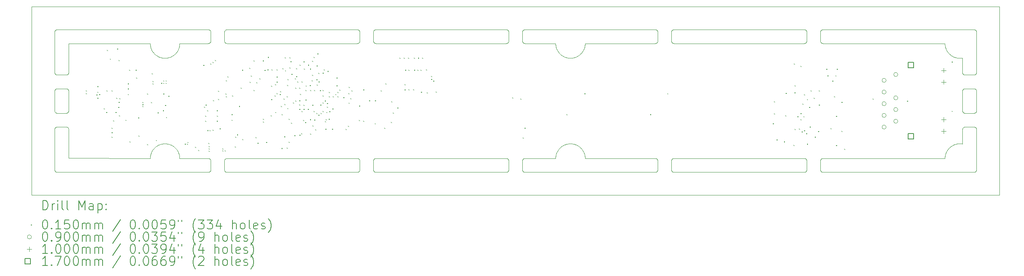
<source format=gbr>
%TF.GenerationSoftware,KiCad,Pcbnew,7.0.2-0*%
%TF.CreationDate,2023-05-18T01:22:23+02:00*%
%TF.ProjectId,panel,70616e65-6c2e-46b6-9963-61645f706362,2.2.0*%
%TF.SameCoordinates,PX2918ffdPY6cadc66*%
%TF.FileFunction,Drillmap*%
%TF.FilePolarity,Positive*%
%FSLAX45Y45*%
G04 Gerber Fmt 4.5, Leading zero omitted, Abs format (unit mm)*
G04 Created by KiCad (PCBNEW 7.0.2-0) date 2023-05-18 01:22:23*
%MOMM*%
%LPD*%
G01*
G04 APERTURE LIST*
%ADD10C,0.100000*%
%ADD11C,0.200000*%
%ADD12C,0.015000*%
%ADD13C,0.090000*%
%ADD14C,0.170000*%
G04 APERTURE END LIST*
D10*
X2584610Y894492D02*
X2588905Y907276D01*
X3144313Y3104817D02*
X3135904Y3094273D01*
X20075536Y1112414D02*
X20088975Y1114880D01*
X7420547Y3566507D02*
X7421413Y3568751D01*
X4183949Y545597D02*
X4183890Y548013D01*
X751212Y2315507D02*
X752409Y2315448D01*
X20104992Y1117054D02*
X20107478Y1117318D01*
X20478942Y1475257D02*
X20480974Y1473971D01*
X20253223Y1782433D02*
X20250796Y1782493D01*
X10654064Y3333339D02*
X10654046Y3333394D01*
X13582098Y3332210D02*
X13581270Y3330059D01*
X796395Y2647497D02*
X795415Y2645192D01*
X799123Y1440758D02*
X799469Y1438435D01*
X17139299Y3308951D02*
X17139226Y3309005D01*
X10680919Y794414D02*
X10683358Y795439D01*
X10306266Y3299379D02*
X10304324Y3299208D01*
X2626324Y3117735D02*
X2624934Y3119775D01*
X7079668Y797353D02*
X7079756Y797331D01*
X7460765Y798373D02*
X7462699Y798621D01*
X3883165Y540811D02*
X3882754Y538441D01*
X799454Y2271766D02*
X799727Y2269129D01*
X10651476Y548013D02*
X10651479Y748089D01*
X20028956Y1099088D02*
X20041869Y1103555D01*
X11925393Y1015730D02*
X11934317Y1005618D01*
X16818868Y3549987D02*
X16818865Y3349911D01*
X11775473Y1107344D02*
X11777848Y1106676D01*
X4190861Y522810D02*
X4189676Y524902D01*
X770710Y1477630D02*
X770885Y1477549D01*
X20155910Y1118579D02*
X20169539Y1117609D01*
X21002739Y4098195D02*
X21002728Y4098243D01*
X508258Y3577223D02*
X509643Y3579189D01*
X20478948Y1789402D02*
X20476856Y1788216D01*
X20498052Y1454178D02*
X20499027Y1451979D01*
X11944313Y993183D02*
X11945803Y991215D01*
X17132889Y783388D02*
X17134598Y785097D01*
X10652418Y3559559D02*
X10652944Y3561905D01*
X11934317Y1005618D02*
X11935904Y1003727D01*
X7110329Y3323356D02*
X7109043Y3321324D01*
X11604527Y2990656D02*
X11602151Y2991324D01*
X12010044Y3298365D02*
X12010027Y3298318D01*
X16801541Y3311280D02*
X16801450Y3311201D01*
X0Y4098000D02*
X0Y0D01*
X3210064Y3298411D02*
X3210044Y3298365D01*
X13905079Y508643D02*
X13903183Y510123D01*
X10673253Y3590742D02*
X10675285Y3592028D01*
X3857262Y792969D02*
X3857338Y792928D01*
X20470266Y501865D02*
X20467982Y501110D01*
X11369223Y3298980D02*
X11369174Y3298989D01*
X13568981Y3586306D02*
X13570723Y3584648D01*
X3869713Y3314497D02*
X3868296Y3313079D01*
X16781774Y3597531D02*
X16784092Y3596890D01*
X4187581Y767674D02*
X4188713Y770257D01*
X3882718Y758508D02*
X3883160Y755927D01*
X787337Y1465296D02*
X788641Y1463760D01*
X19854785Y3153972D02*
X19853632Y3156263D01*
X21002757Y4098049D02*
X21002753Y4098098D01*
X21002739Y-195D02*
X21002747Y-147D01*
X19880682Y3111558D02*
X19879188Y3113643D01*
X1000Y-1000D02*
X21001758Y-1000D01*
X12010109Y3298500D02*
X12010085Y3298456D01*
X16804516Y513352D02*
X16802775Y511694D01*
X12010371Y3298797D02*
X12010332Y3298766D01*
X11435687Y3104817D02*
X11434197Y3106785D01*
X12010371Y799203D02*
X12010412Y799174D01*
X13568069Y3311599D02*
X13566370Y3310176D01*
X11409586Y953110D02*
X11416330Y964790D01*
X11571953Y3001600D02*
X11559526Y3006839D01*
X20463317Y499942D02*
X20460948Y499531D01*
X793710Y1808457D02*
X793617Y1808288D01*
X11369705Y3298733D02*
X11369667Y3298766D01*
X3195390Y3203508D02*
X3191095Y3190724D01*
X10348418Y531493D02*
X10347552Y529249D01*
X12003380Y3234390D02*
X12000379Y3221241D01*
X19853632Y3156263D02*
X19847655Y3168941D01*
X797256Y2649850D02*
X796395Y2647497D01*
X789617Y2295852D02*
X789661Y2295794D01*
X20243870Y1481433D02*
X20243959Y1481449D01*
X795415Y2645192D02*
X794313Y2642928D01*
X20482947Y1792073D02*
X20480980Y1790688D01*
X17136977Y510123D02*
X17135155Y511694D01*
X503730Y2285321D02*
X504705Y2287520D01*
X800030Y809752D02*
X800043Y809705D01*
X10703021Y3299000D02*
X10699940Y3299096D01*
X19826291Y861996D02*
X19826793Y864445D01*
X10331471Y508643D02*
X10329505Y507258D01*
X20456159Y2315508D02*
X20458557Y2315331D01*
X20499893Y3566508D02*
X20500648Y3564224D01*
X7112901Y769756D02*
X7113736Y767824D01*
X3199770Y879151D02*
X3200379Y876759D01*
X2601182Y936718D02*
X2602253Y938941D01*
X11369914Y799544D02*
X11369936Y799589D01*
X11731011Y2981667D02*
X11728562Y2981361D01*
X17122908Y3329954D02*
X17122038Y3332209D01*
X20460947Y1782961D02*
X20458560Y1782666D01*
X13885395Y3346493D02*
X13885332Y3347787D01*
X11888533Y3048069D02*
X11877782Y3039925D01*
X20026615Y1098211D02*
X20028956Y1099088D01*
X20499027Y2285319D02*
X20499893Y2283075D01*
X3195390Y894492D02*
X3196118Y892133D01*
X3871127Y3316033D02*
X3871078Y3315978D01*
X521778Y1473978D02*
X523809Y1475265D01*
X3881034Y764890D02*
X3881663Y762882D01*
X16786376Y501865D02*
X16784092Y501110D01*
X11991095Y3190724D02*
X11990251Y3188404D01*
X20235239Y1785434D02*
X20232429Y1786537D01*
X10346578Y3570950D02*
X10347552Y3568751D01*
X3839499Y3598764D02*
X3841886Y3598469D01*
X17154497Y3301306D02*
X17152202Y3302064D01*
X3855646Y503705D02*
X3853448Y502730D01*
X11424934Y3119775D02*
X11417617Y3131104D01*
X19955434Y1060378D02*
X19957482Y1061813D01*
X544197Y499236D02*
X541810Y499531D01*
X20201682Y1112982D02*
X20201730Y1112979D01*
X11383882Y892133D02*
X11384610Y894492D01*
X20224516Y2623534D02*
X20224442Y2623580D01*
X2570017Y3298124D02*
X2570009Y3298174D01*
X7418281Y3341716D02*
X7417985Y3344115D01*
X7421085Y3331063D02*
X7420271Y3333339D01*
X17135155Y511694D02*
X17133414Y513352D01*
X7104796Y515094D02*
X7103137Y513352D01*
X12010777Y3298980D02*
X12010729Y3298969D01*
X11834875Y3013705D02*
X11822724Y3007854D01*
X3871003Y3582906D02*
X3872574Y3581085D01*
X799704Y1436098D02*
X799856Y1434110D01*
X16816004Y3566507D02*
X16816758Y3564223D01*
X13885477Y753104D02*
X13885720Y755375D01*
X4215604Y3302595D02*
X4213652Y3303411D01*
X10321309Y3303312D02*
X10318896Y3302330D01*
X3883637Y545597D02*
X3883460Y543198D01*
X7113759Y3568751D02*
X7114625Y3566507D01*
X17149892Y795047D02*
X17152147Y795917D01*
X11648989Y2981667D02*
X11635653Y2983678D01*
X12010497Y799122D02*
X12010541Y799099D01*
X11985323Y922150D02*
X11990251Y909596D01*
X20202018Y1113014D02*
X20202064Y1113027D01*
X10652418Y538441D02*
X10652006Y540811D01*
X7422010Y3328829D02*
X7421085Y3331063D01*
X16788620Y502730D02*
X16786376Y501865D01*
X514352Y2301218D02*
X516094Y2302877D01*
X10351215Y3347274D02*
X10351050Y3344661D01*
X20205430Y2284471D02*
X20206310Y2286494D01*
X21002465Y4098707D02*
X21002430Y4098741D01*
X17121172Y533777D02*
X17120530Y536095D01*
X7112667Y3327746D02*
X7112602Y3327608D01*
X2569873Y799476D02*
X2569898Y799518D01*
X11373421Y3252531D02*
X11371744Y3265913D01*
X20209673Y1457952D02*
X20210966Y1459996D01*
X21002758Y4098000D02*
X21002757Y4098049D01*
X3844255Y499942D02*
X3841886Y499531D01*
X13887379Y533777D02*
X13886737Y536095D01*
X21002700Y-337D02*
X21002715Y-290D01*
X7069168Y798885D02*
X7070530Y798792D01*
X7089439Y503705D02*
X7087241Y502730D01*
X3209990Y799826D02*
X3210000Y799777D01*
X20463314Y2314626D02*
X20465661Y2314099D01*
X762389Y2313919D02*
X764828Y2313215D01*
X20202566Y1113391D02*
X20202593Y1113431D01*
X16818868Y548013D02*
X16818809Y545597D01*
X800757Y3298970D02*
X800710Y3298957D01*
X20495784Y1458419D02*
X20496970Y1456327D01*
X10686252Y501110D02*
X10683968Y501865D01*
X11635653Y1114323D02*
X11648989Y1116333D01*
X7106074Y3317334D02*
X7104697Y3315728D01*
X142Y4098514D02*
X118Y4098471D01*
X10327473Y505972D02*
X10325381Y504786D01*
X19931904Y1042062D02*
X19942471Y1050725D01*
X20249541Y1482092D02*
X20252358Y1482174D01*
X10694071Y798268D02*
X10697068Y798620D01*
X502110Y1447460D02*
X502865Y1449744D01*
X16809159Y3319526D02*
X16807879Y3317855D01*
X17147112Y3594295D02*
X17149310Y3595270D01*
X3210541Y3298901D02*
X3210497Y3298878D01*
X21002589Y4098556D02*
X21002561Y4098596D01*
X797995Y1445757D02*
X798611Y1443328D01*
X7103385Y783680D02*
X7105287Y781598D01*
X21002354Y4098803D02*
X21002314Y4098831D01*
X20499893Y531493D02*
X20499028Y529249D01*
X20221894Y1792662D02*
X20221840Y1792703D01*
X534776Y501110D02*
X532492Y501865D01*
X7429448Y3316910D02*
X7428128Y3318549D01*
X20472507Y2311838D02*
X20474706Y2310863D01*
X13573310Y781090D02*
X13574630Y779451D01*
X16791292Y3304441D02*
X16789107Y3303407D01*
X4193028Y3320325D02*
X4191685Y3322335D01*
X794313Y1455072D02*
X795415Y1452808D01*
X20234504Y1478840D02*
X20236781Y1479655D01*
X293Y4098707D02*
X259Y4098672D01*
X11384610Y894492D02*
X11388905Y907276D01*
X19819913Y3298457D02*
X19819889Y3298501D01*
X10654878Y3331063D02*
X10654064Y3333339D01*
X7065800Y3299000D02*
X4235578Y3299000D01*
X17119129Y750726D02*
X17119295Y753339D01*
X11370022Y3298075D02*
X11370017Y3298124D01*
X13555313Y794589D02*
X13555396Y794552D01*
X20467972Y1480118D02*
X20470256Y1479363D01*
X800902Y3298995D02*
X800853Y3298989D01*
X530249Y502730D02*
X528050Y503705D01*
X10302270Y499000D02*
X7466695Y499000D01*
X7068477Y3599000D02*
X7070893Y3598941D01*
X800043Y3298290D02*
X800030Y3298243D01*
X16772272Y3598941D02*
X16774671Y3598764D01*
X13584950Y751474D02*
X13585012Y750213D01*
X10340635Y3318286D02*
X10339109Y3316426D01*
X519811Y3589357D02*
X521777Y3590742D01*
X17122908Y768046D02*
X17122941Y768126D01*
X12009990Y3298174D02*
X12009983Y3298124D01*
X7420242Y3333425D02*
X7420242Y3333425D01*
X21002700Y4098337D02*
X21002682Y4098383D01*
X767925Y2619197D02*
X765074Y2618197D01*
X800853Y3298989D02*
X800805Y3298981D01*
X20502522Y543197D02*
X20502227Y540810D01*
X7087836Y794541D02*
X7090380Y793324D01*
X20201602Y2265513D02*
X20201737Y2267628D01*
X11369628Y3298797D02*
X11369588Y3298826D01*
X793011Y2290780D02*
X793048Y2290717D01*
X16817926Y538441D02*
X16817400Y536095D01*
X11401182Y3161282D02*
X11395635Y3173576D01*
X3873058Y3318357D02*
X3871127Y3316033D01*
X532493Y2618628D02*
X530249Y2619494D01*
X541810Y499531D02*
X539441Y499942D01*
X11515365Y3030887D02*
X11504222Y3038484D01*
X13545487Y3300212D02*
X13541896Y3299589D01*
X7457862Y3300117D02*
X7455504Y3300647D01*
X20458549Y1481990D02*
X20460937Y1481696D01*
X7417686Y3350215D02*
X7417683Y3549987D01*
X11376130Y3236809D02*
X11373788Y3250091D01*
X2569174Y3298989D02*
X2569124Y3298995D01*
X20202664Y1113558D02*
X20202683Y1113602D01*
X20241158Y2314375D02*
X20241273Y2314400D01*
X10316260Y796569D02*
X10318913Y795656D01*
X13544895Y797883D02*
X13547254Y797353D01*
X7436025Y787580D02*
X7437797Y788958D01*
X530251Y1786162D02*
X528052Y1787137D01*
X259Y-672D02*
X293Y-707D01*
X20224891Y2307742D02*
X20226780Y2308880D01*
X19819835Y3298584D02*
X19819805Y3298624D01*
X10314188Y500469D02*
X10311842Y499942D01*
X227Y4098634D02*
X197Y4098596D01*
X20500648Y1817206D02*
X20499893Y1814923D01*
X3177747Y938941D02*
X3178818Y936718D01*
X1Y4098049D02*
X0Y4098000D01*
X7109231Y520778D02*
X7107846Y518811D01*
X3163670Y964790D02*
X3170414Y953110D01*
X16818831Y3348090D02*
X16818801Y3347274D01*
X3203869Y861191D02*
X3206211Y847909D01*
X10351279Y3349911D02*
X10351245Y3348090D01*
X791092Y2637522D02*
X791050Y2637462D01*
X805Y-981D02*
X853Y-989D01*
X2584610Y3203508D02*
X2583882Y3205867D01*
X11667319Y2979833D02*
X11664858Y2980018D01*
X19819739Y3298699D02*
X19819704Y3298733D01*
X799856Y2267444D02*
X799964Y2265565D01*
X500000Y2266558D02*
X500000Y2266558D01*
X20202811Y2653486D02*
X20202797Y2653542D01*
X2990736Y1102701D02*
X2993076Y1101915D01*
X17126873Y775689D02*
X17128216Y777699D01*
X3210876Y799005D02*
X3210925Y799001D01*
X16790818Y503705D02*
X16788620Y502730D01*
X500236Y1438039D02*
X500531Y1440426D01*
X19978154Y3022982D02*
X19975946Y3024288D01*
X10651539Y3347787D02*
X10651479Y3350215D01*
X16772272Y499059D02*
X16769856Y499000D01*
X2580230Y3218849D02*
X2579621Y3221241D01*
X16815138Y3568751D02*
X16816004Y3566507D01*
X3210027Y799682D02*
X3210044Y799635D01*
X16792379Y792998D02*
X16792485Y792941D01*
X10331471Y3589357D02*
X10333367Y3587877D01*
X20502699Y1829026D02*
X20502522Y1826627D01*
X3100794Y1039723D02*
X3102644Y1038090D01*
X17141275Y3307559D02*
X17139299Y3308951D01*
X10651525Y750253D02*
X10651673Y752666D01*
X800663Y3298942D02*
X800617Y3298924D01*
X7111984Y771650D02*
X7112901Y769756D01*
X11589264Y1102701D02*
X11602151Y1106676D01*
X10342094Y777746D02*
X10342144Y777675D01*
X3883232Y3342932D02*
X3883141Y3342258D01*
X20205553Y1814371D02*
X20204551Y1817219D01*
X12010332Y3298766D02*
X12010295Y3298733D01*
X7419559Y762321D02*
X7420261Y764634D01*
X3210633Y799060D02*
X3210681Y799044D01*
X20185717Y2982314D02*
X20183177Y2981957D01*
X21002048Y-957D02*
X21002095Y-941D01*
X16814280Y769756D02*
X16815116Y767824D01*
X10681724Y3595270D02*
X10683968Y3596135D01*
X7070893Y499059D02*
X7068477Y499000D01*
X12010925Y3298999D02*
X12010876Y3298995D01*
X21002392Y-773D02*
X21002430Y-741D01*
X3883141Y3342258D02*
X3882829Y3340268D01*
X13899096Y783388D02*
X13900805Y785097D01*
X20480979Y2307310D02*
X20482945Y2305925D01*
X2745125Y1084295D02*
X2757276Y1090146D01*
X796872Y1815444D02*
X795942Y1813065D01*
X13894708Y778116D02*
X13896054Y779898D01*
X800441Y809165D02*
X800483Y809139D01*
X20201933Y2269928D02*
X20202282Y2272928D01*
X4230848Y798792D02*
X4232211Y798885D01*
X19830497Y880178D02*
X19834245Y893318D01*
X20210966Y1459996D02*
X20212358Y1461975D01*
X3882227Y3561905D02*
X3882754Y3559559D01*
X20202199Y1113082D02*
X20202242Y1113104D01*
X13891176Y772428D02*
X13892266Y774377D01*
X790848Y2294166D02*
X791961Y2292499D01*
X11408406Y3147057D02*
X11402253Y3159059D01*
X511123Y2297655D02*
X512694Y2299476D01*
X800075Y809613D02*
X800095Y809568D01*
X13554827Y3595270D02*
X13557025Y3594295D01*
X17138642Y788557D02*
X17140916Y790201D01*
X13903183Y3587877D02*
X13905079Y3589357D01*
X13557025Y3594295D02*
X13559174Y3593214D01*
X525902Y1476451D02*
X528050Y1477532D01*
X13885339Y750811D02*
X13885477Y753104D01*
X13925025Y3300202D02*
X13922295Y3300850D01*
X3883165Y3557189D02*
X3883460Y3554802D01*
X2833223Y1113894D02*
X2835653Y1114323D01*
X2569367Y3298940D02*
X2569319Y3298956D01*
X16800561Y787545D02*
X16800628Y787490D01*
X7079756Y797331D02*
X7081796Y796773D01*
X3210412Y799174D02*
X3210454Y799147D01*
X20205475Y1449058D02*
X20205495Y1449113D01*
X20495786Y2291759D02*
X20496971Y2289666D01*
X757445Y2616393D02*
X754940Y2616075D01*
X12010000Y799777D02*
X12010013Y799729D01*
X11370024Y799975D02*
X11370367Y813717D01*
X10662889Y3317337D02*
X10662813Y3317430D01*
X20200509Y2984363D02*
X20200473Y2984397D01*
X2880789Y2979161D02*
X2867319Y2979833D01*
X20059792Y1108759D02*
X20073089Y1111901D01*
X17121263Y3334560D02*
X17120618Y3336890D01*
X20103048Y2981172D02*
X20100501Y2981478D01*
X549013Y2615764D02*
X546596Y2615823D01*
X4226451Y3299704D02*
X4224070Y3300117D01*
X20234897Y2312609D02*
X20236954Y2313289D01*
X502110Y2280794D02*
X502865Y2283078D01*
X19948405Y3042735D02*
X19937366Y3051372D01*
X4197717Y783388D02*
X4199426Y785097D01*
X13560101Y3305838D02*
X13557994Y3304678D01*
X20121098Y1118416D02*
X20123594Y1118554D01*
X11837071Y1083169D02*
X11848916Y1076719D01*
X13885269Y3549987D02*
X13885328Y3552404D01*
X2771953Y3001600D02*
X2759526Y3006839D01*
X10697068Y798620D02*
X10699367Y798818D01*
X16818805Y750213D02*
X16818865Y747785D01*
X500000Y3549988D02*
X500059Y3552404D01*
X502865Y531493D02*
X502110Y533776D01*
X20502227Y3557190D02*
X20502522Y3554803D01*
X500531Y1824243D02*
X500236Y1826630D01*
X789874Y1462180D02*
X791047Y1460543D01*
X11369588Y799174D02*
X11369628Y799203D01*
X3020474Y3006839D02*
X3008047Y3001600D01*
X7093262Y3306283D02*
X7093076Y3306171D01*
X7431136Y783006D02*
X7432695Y784605D01*
X5Y4098098D02*
X1Y4098049D01*
X3877985Y3326027D02*
X3877021Y3324259D01*
X3208256Y832087D02*
X3208502Y829631D01*
X13886737Y3561905D02*
X13887379Y3564223D01*
X10349172Y3564223D02*
X10349814Y3561905D01*
X12010295Y799267D02*
X12010332Y799234D01*
X20205108Y2646558D02*
X20204237Y2648811D01*
X514352Y513352D02*
X512694Y515094D01*
X10344311Y522810D02*
X10343024Y520778D01*
X486Y4098858D02*
X444Y4098831D01*
X20007579Y3007718D02*
X20005249Y3008789D01*
X10351050Y3344661D02*
X10350746Y3342073D01*
X13550299Y3596890D02*
X13552583Y3596135D01*
X10670736Y788265D02*
X10673174Y790050D01*
X20501816Y2276127D02*
X20502227Y2273757D01*
X532492Y3596135D02*
X534776Y3596890D01*
X12010085Y3298456D02*
X12010064Y3298411D01*
X11465702Y3070806D02*
X11456285Y3080461D01*
X4183949Y3552404D02*
X4184126Y3554802D01*
X13553361Y795405D02*
X13555313Y794589D01*
X7435945Y3310492D02*
X7434115Y3312071D01*
X20460948Y3598469D02*
X20463317Y3598058D01*
X10653228Y761732D02*
X10653781Y763669D01*
X517915Y3587877D02*
X519811Y3589357D01*
X20476854Y2309782D02*
X20478947Y2308597D01*
X2759526Y3006839D02*
X2757276Y3007854D01*
X7073292Y499236D02*
X7070893Y499059D01*
X3838648Y798633D02*
X3839011Y798593D01*
X13571249Y3314652D02*
X13569693Y3313090D01*
X20203045Y1439108D02*
X20203122Y1439628D01*
X16816646Y3334448D02*
X16815892Y3332165D01*
X765174Y1784895D02*
X765009Y1784843D01*
X20200179Y2984579D02*
X20200133Y2984596D01*
X20484843Y3587877D02*
X20486664Y3586306D01*
X11369588Y3298826D02*
X11369546Y3298853D01*
X4184341Y755375D02*
X4184690Y757633D01*
X10330128Y789713D02*
X10331830Y788458D01*
X4188791Y770421D02*
X4189797Y772428D01*
X799321Y1825346D02*
X798904Y1822826D01*
X532492Y501865D02*
X530249Y502730D01*
X20493115Y3579189D02*
X20494500Y3577223D01*
X10658044Y3324380D02*
X10658000Y3324459D01*
X7421413Y3568751D02*
X7422387Y3570950D01*
X17119099Y3348090D02*
X17119065Y3349911D01*
X11731011Y1116333D02*
X11744347Y1114323D01*
X11617597Y1110672D02*
X11620003Y1111222D01*
X16800953Y510123D02*
X16799057Y508643D01*
X784035Y1468713D02*
X785655Y1467120D01*
X13894457Y3320254D02*
X13894407Y3320325D01*
X2594677Y922150D02*
X2595635Y924424D01*
X13557025Y503705D02*
X13554827Y502730D01*
X3859887Y505972D02*
X3857795Y504786D01*
X3210193Y3298623D02*
X3210163Y3298584D01*
X13885783Y3342292D02*
X13885544Y3344383D01*
X19999254Y1086357D02*
X20011650Y1092104D01*
X10304686Y3598941D02*
X10307085Y3598764D01*
X7422034Y3328776D02*
X7422010Y3328829D01*
X10348694Y764661D02*
X10348712Y764606D01*
X20486663Y2302875D02*
X20488405Y2301216D01*
X11542928Y1083169D02*
X11545125Y1084295D01*
X800569Y809092D02*
X800613Y809072D01*
X3882206Y760849D02*
X3882663Y758784D01*
X530249Y2619494D02*
X528050Y2620468D01*
X13564515Y789289D02*
X13566745Y787564D01*
X13927079Y499531D02*
X13924709Y499942D01*
X16769856Y499000D02*
X13934281Y499000D01*
X7114492Y765849D02*
X7114522Y765763D01*
X10668361Y786289D02*
X10668412Y786334D01*
X16818338Y3557189D02*
X16818632Y3554802D01*
X13566370Y3310176D02*
X13566056Y3309924D01*
X13562201Y790877D02*
X13564515Y789289D01*
X10679526Y3594295D02*
X10681724Y3595270D01*
X10339109Y3316426D02*
X10337494Y3314644D01*
X21002095Y-941D02*
X21002141Y-924D01*
X4189797Y772428D02*
X4190887Y774377D01*
X11712681Y2979833D02*
X11699211Y2979161D01*
X10316506Y3596890D02*
X10318790Y3596135D01*
X20474700Y2620476D02*
X20472501Y2619502D01*
X751212Y2615826D02*
X748785Y2615767D01*
X11369667Y3298766D02*
X11369628Y3298797D01*
X7083800Y796132D02*
X7085775Y795405D01*
X765009Y1784843D02*
X762102Y1784019D01*
X12010193Y799377D02*
X12010225Y799338D01*
X12010064Y799589D02*
X12010085Y799544D01*
X800118Y3298471D02*
X800096Y3298428D01*
X546596Y499059D02*
X544197Y499236D01*
X11746777Y1113894D02*
X11759997Y1111222D01*
X4218666Y501110D02*
X4216382Y501865D01*
X4221623Y3300669D02*
X4219583Y3301227D01*
X11574251Y3000698D02*
X11571953Y3001600D01*
X13887153Y762349D02*
X13887983Y765044D01*
X20200037Y2984623D02*
X20199989Y2984634D01*
X20228771Y2621129D02*
X20228719Y2621155D01*
X21001953Y-981D02*
X21002001Y-970D01*
X20188064Y1115345D02*
X20201585Y1112994D01*
X20478949Y505972D02*
X20476856Y504786D01*
X13554827Y502730D02*
X13552583Y501865D01*
X13583444Y3336617D02*
X13582823Y3334398D01*
X17140839Y3590742D02*
X17142871Y3592028D01*
X2728947Y3022516D02*
X2717439Y3029548D01*
X19918087Y1029516D02*
X19919895Y1031243D01*
X13890092Y770257D02*
X13890170Y770421D01*
X4226972Y798373D02*
X4228906Y798621D01*
X3209978Y3298075D02*
X3209976Y3298025D01*
X2786924Y1101915D02*
X2789264Y1102701D01*
X3210925Y799001D02*
X3210975Y799000D01*
X20200085Y2984611D02*
X20200037Y2984623D01*
X19984922Y1078883D02*
X19997012Y1085248D01*
X20490060Y1466135D02*
X20491632Y1464314D01*
X7079780Y3300662D02*
X7077434Y3300136D01*
X4190442Y3324409D02*
X4190398Y3324488D01*
X7091588Y504786D02*
X7089439Y503705D01*
X7419498Y762100D02*
X7419559Y762321D01*
X17121926Y531493D02*
X17121172Y533777D01*
X17142871Y505972D02*
X17140839Y507258D01*
X13897480Y781616D02*
X13898990Y783277D01*
X17154497Y796694D02*
X17156827Y797339D01*
X13533386Y3299000D02*
X12010975Y3299000D01*
X10304686Y499059D02*
X10302270Y499000D01*
X13892240Y3575190D02*
X13893527Y3577222D01*
X2569987Y3298271D02*
X2569973Y3298318D01*
X4206152Y3307527D02*
X4206079Y3307576D01*
X19869936Y3127401D02*
X19862680Y3139393D01*
X11545125Y1084295D02*
X11557276Y1090146D01*
X10335189Y511694D02*
X10333367Y510123D01*
X549013Y2315570D02*
X748785Y2315567D01*
X537097Y1783901D02*
X534779Y1784542D01*
X20209717Y2637950D02*
X20208423Y2639990D01*
X13907046Y507258D02*
X13905079Y508643D01*
X3206211Y847909D02*
X3206579Y845469D01*
X19819627Y3298797D02*
X19819587Y3298826D01*
X21002272Y4098858D02*
X21002229Y4098882D01*
X2616330Y3133210D02*
X2609586Y3144890D01*
X10313930Y3300757D02*
X10311392Y3300170D01*
X20472501Y2619502D02*
X20470256Y2618637D01*
X7440557Y3307123D02*
X7438243Y3308711D01*
X13887838Y3333394D02*
X13887137Y3335707D01*
X539441Y2616705D02*
X537095Y2617232D01*
X20200777Y2983896D02*
X20200764Y2983944D01*
X20201585Y1112994D02*
X20201633Y1112987D01*
X16806723Y781532D02*
X16808257Y779664D01*
X20472509Y1786160D02*
X20470265Y1785295D01*
X16789107Y3303407D02*
X16786885Y3302487D01*
X20491635Y1800345D02*
X20490064Y1798524D01*
X21002616Y-514D02*
X21002640Y-471D01*
X11416330Y964790D02*
X11417617Y966896D01*
X19819503Y799122D02*
X19819546Y799147D01*
X16769856Y3599000D02*
X16772272Y3598941D01*
X16818865Y747785D02*
X16818868Y548013D01*
X3872574Y3581085D02*
X3874053Y3579189D01*
X11667319Y1118167D02*
X11680789Y1118839D01*
X2569936Y3298411D02*
X2569914Y3298456D01*
X17131755Y3582906D02*
X17133414Y3584648D01*
X4184910Y3339277D02*
X4184497Y3341658D01*
X710Y-957D02*
X757Y-970D01*
X16792485Y792941D02*
X16794588Y791750D01*
X20202282Y2272928D02*
X20202814Y2275902D01*
X11790736Y1102701D02*
X11793076Y1101915D01*
X3184365Y3173576D02*
X3178818Y3161282D01*
X11376619Y863610D02*
X11379620Y876759D01*
X20204718Y1446761D02*
X20205475Y1449058D01*
X20218958Y1469265D02*
X20220789Y1470846D01*
X20500648Y3564224D02*
X20501289Y3561906D01*
X4228087Y499236D02*
X4225700Y499531D01*
X10678889Y3304523D02*
X10676757Y3305662D01*
X17119295Y3344661D02*
X17119129Y3347274D01*
X7116547Y3559559D02*
X7116958Y3557189D01*
X20038426Y2995581D02*
X20035997Y2996405D01*
X11900794Y3058277D02*
X11890462Y3049607D01*
X10685849Y796330D02*
X10688384Y797086D01*
X5Y-98D02*
X11Y-147D01*
X549012Y3599000D02*
X3834684Y3599000D01*
X16810371Y3321259D02*
X16809159Y3319526D01*
X2570001Y799788D02*
X2570010Y799836D01*
X7428128Y3318549D02*
X7426873Y3320251D01*
X528050Y2310865D02*
X530249Y2311840D01*
X759930Y2616840D02*
X757445Y2616393D01*
X10351156Y751507D02*
X10351219Y750213D01*
X4183960Y750811D02*
X4184098Y753104D01*
X10661119Y3579189D02*
X10662598Y3581085D01*
X2569914Y3298456D02*
X2569891Y3298500D01*
X521779Y1790690D02*
X519813Y1792075D01*
X7103260Y3314191D02*
X7101758Y3312717D01*
X16818261Y756342D02*
X16818270Y756284D01*
X20476856Y504786D02*
X20474708Y503705D01*
X800000Y1430351D02*
X800000Y809994D01*
X20230714Y2310902D02*
X20230874Y2310976D01*
X3209633Y813717D02*
X3209976Y799975D01*
X529Y-882D02*
X573Y-904D01*
X7106367Y3581085D02*
X7107846Y3579189D01*
X511123Y516915D02*
X509643Y518811D01*
X10304324Y798792D02*
X10306266Y798621D01*
X10302270Y3599000D02*
X10304686Y3598941D01*
X3848233Y796702D02*
X3848288Y796685D01*
X13885799Y540811D02*
X13885505Y543198D01*
X19829872Y877757D02*
X19830497Y880178D01*
X11586924Y1101915D02*
X11589264Y1102701D01*
X20252447Y2315552D02*
X20453742Y2315567D01*
X10653586Y533777D02*
X10652944Y536095D01*
X4228087Y3598764D02*
X4230486Y3598941D01*
X501469Y1819527D02*
X500942Y1821873D01*
X17156156Y3597531D02*
X17158502Y3598058D01*
X3881586Y3564223D02*
X3882227Y3561905D01*
X11467469Y1028917D02*
X11477356Y1038090D01*
X3834684Y3599000D02*
X3837100Y3598941D01*
X2569528Y799142D02*
X2569570Y799167D01*
X4213514Y794541D02*
X4215736Y795461D01*
X11444096Y1003727D02*
X11445682Y1005618D01*
X20207367Y1453635D02*
X20208453Y1455796D01*
X13903576Y3310455D02*
X13903531Y3310492D01*
X796395Y1450503D02*
X797256Y1448150D01*
X20480981Y3590742D02*
X20482947Y3589357D01*
X7448429Y795011D02*
X7448597Y795081D01*
X2579621Y3221241D02*
X2576619Y3234390D01*
X13566056Y3309924D02*
X13564132Y3308460D01*
X799964Y1432232D02*
X800000Y1430351D01*
X2833223Y2984106D02*
X2820003Y2986778D01*
X11805749Y3000698D02*
X11793076Y2996085D01*
X20067862Y2987269D02*
X20054280Y2990727D01*
X16786376Y3596135D02*
X16788620Y3595270D01*
X7439946Y790478D02*
X7441978Y791765D01*
X21002662Y-427D02*
X21002682Y-383D01*
X4185144Y759873D02*
X4185705Y762100D01*
X2931011Y1116333D02*
X2944347Y1114323D01*
X7432034Y3584648D02*
X7433776Y3586306D01*
X4205667Y3590742D02*
X4207699Y3592028D01*
X20476856Y1788216D02*
X20474708Y1787135D01*
X11848916Y1076719D02*
X11851053Y1075485D01*
X20208453Y1455796D02*
X20209644Y1457902D01*
X10673174Y790050D02*
X10673235Y790092D01*
X11664858Y1117982D02*
X11667319Y1118167D01*
X19889139Y3100381D02*
X19880682Y3111558D01*
X16779594Y3300306D02*
X16777133Y3299819D01*
X573Y4098904D02*
X529Y4098882D01*
X13572382Y515094D02*
X13570723Y513352D01*
X96Y4098428D02*
X76Y4098383D01*
X544198Y1482000D02*
X546596Y1482177D01*
X20204075Y1444429D02*
X20204718Y1446761D01*
X512694Y2631857D02*
X511123Y2633678D01*
X13584674Y3343416D02*
X13584371Y3341131D01*
X7418624Y3559559D02*
X7419151Y3561905D01*
X20496970Y2641674D02*
X20495784Y2639581D01*
X20243831Y2616365D02*
X20241451Y2616778D01*
X11851053Y1075485D02*
X11862561Y1068452D01*
X2569116Y799010D02*
X2569164Y799015D01*
X530249Y1478506D02*
X532493Y1479372D01*
X4213652Y3303411D02*
X4213543Y3303459D01*
X7082713Y501110D02*
X7080395Y500469D01*
X13928351Y3299627D02*
X13927801Y3299708D01*
X13885544Y3344383D02*
X13885395Y3346493D01*
X7092839Y791972D02*
X7095227Y790473D01*
X21002616Y4098514D02*
X21002589Y4098556D01*
X10349814Y536095D02*
X10349172Y533777D01*
X3879966Y529249D02*
X3878991Y527051D01*
X800945Y808996D02*
X800994Y808994D01*
X3853448Y502730D02*
X3851204Y501865D01*
X504705Y1454187D02*
X505786Y1456335D01*
X7447362Y3303448D02*
X7445177Y3304481D01*
X20199940Y2984641D02*
X20199891Y2984647D01*
X19820017Y799875D02*
X19820022Y799925D01*
X21002753Y4098098D02*
X21002747Y4098147D01*
X10333367Y510123D02*
X10331471Y508643D01*
X541810Y3598469D02*
X544197Y3598764D01*
X19819666Y3298766D02*
X19819627Y3298797D01*
X500942Y2276129D02*
X501469Y2278476D01*
X17120004Y538441D02*
X17119592Y540811D01*
X505786Y2289668D02*
X506972Y2291761D01*
X20501289Y2278473D02*
X20501816Y2276127D01*
X17160872Y3598469D02*
X17163259Y3598764D01*
X17165658Y499059D02*
X17163259Y499236D01*
X506972Y1458428D02*
X508258Y1460459D01*
X10336662Y784201D02*
X10338598Y782151D01*
X11586924Y2996085D02*
X11574251Y3000698D01*
X21002715Y-290D02*
X21002728Y-243D01*
X20476856Y3593214D02*
X20478949Y3592028D01*
X7433776Y3586306D02*
X7435597Y3587877D01*
X3864410Y788327D02*
X3864502Y788255D01*
X10652318Y3340213D02*
X10651990Y3342292D01*
X4202130Y3310510D02*
X4200002Y3312361D01*
X7085775Y795405D02*
X7087727Y794589D01*
X20201875Y1112986D02*
X20201923Y1112993D01*
X11914298Y3070806D02*
X11912531Y3069083D01*
X7443584Y3593214D02*
X7445733Y3594295D01*
X19895968Y1005956D02*
X19897592Y1007857D01*
X4224070Y3300117D02*
X4221711Y3300647D01*
X7101377Y785639D02*
X7103385Y783680D01*
X13547289Y3300628D02*
X13545522Y3300220D01*
X2617617Y3131104D02*
X2616330Y3133210D01*
X20202064Y1113027D02*
X20202110Y1113043D01*
X12006579Y845469D02*
X12008256Y832087D01*
X792080Y1805687D02*
X790386Y1803185D01*
X3836274Y798839D02*
X3838648Y798633D01*
X19820377Y813909D02*
X19820503Y816407D01*
X20458557Y2315331D02*
X20460944Y2315037D01*
X13934281Y499000D02*
X13934281Y499000D01*
X4220240Y796964D02*
X4222276Y797494D01*
X20472501Y1478498D02*
X20474700Y1477524D01*
X800005Y3298098D02*
X800001Y3298049D01*
X20136129Y2979054D02*
X20133564Y2979096D01*
X517915Y1471114D02*
X519811Y1472594D01*
X3878324Y771383D02*
X3879358Y769197D01*
X10321523Y794588D02*
X10321603Y794552D01*
X2570022Y3298075D02*
X2570017Y3298124D01*
X7117452Y3348090D02*
X7117419Y3347189D01*
X10664017Y781936D02*
X10664090Y782018D01*
X7425478Y3322335D02*
X7424235Y3324409D01*
X3872574Y516915D02*
X3871003Y515094D01*
X13921619Y796964D02*
X13923655Y797494D01*
X4184497Y3341658D02*
X4184488Y3341716D01*
X20216475Y2301023D02*
X20217927Y2302407D01*
X13887084Y762100D02*
X13887153Y762349D01*
X13584133Y538441D02*
X13583606Y536095D01*
X21002682Y4098383D02*
X21002662Y4098428D01*
X12009983Y3298124D02*
X12009978Y3298075D01*
X523809Y2308599D02*
X525902Y2309784D01*
X11369806Y799377D02*
X11369836Y799416D01*
X21002095Y4098942D02*
X21002048Y4098957D01*
X16784092Y3596890D02*
X16786376Y3596135D01*
X511123Y2633678D02*
X509643Y2635574D01*
X20200355Y2984487D02*
X20200313Y2984513D01*
X2915142Y2980018D02*
X2912681Y2979833D01*
X13920045Y3596890D02*
X13922363Y3597531D01*
X17147630Y794042D02*
X17147682Y794067D01*
X11683257Y2979099D02*
X11680789Y2979161D01*
X20202401Y1113214D02*
X20202437Y1113246D01*
X3005749Y1097302D02*
X3008047Y1096400D01*
X7074928Y798296D02*
X7077309Y797883D01*
X17127320Y520778D02*
X17126033Y522810D01*
X3210135Y3298543D02*
X3210109Y3298500D01*
X4211340Y793513D02*
X4213514Y794541D01*
X13575432Y518811D02*
X13573953Y516915D01*
X20202324Y1113155D02*
X20202363Y1113184D01*
X2571498Y3268369D02*
X2570490Y3281818D01*
X20502522Y3554803D02*
X20502699Y3552404D01*
X2679206Y1039723D02*
X2689538Y1048393D01*
X800001Y809945D02*
X800005Y809897D01*
X7099574Y510123D02*
X7097678Y508643D01*
X7075679Y499531D02*
X7073292Y499236D01*
X534776Y3596890D02*
X537094Y3597531D01*
X20202746Y1113835D02*
X20202752Y1113883D01*
X20470265Y1785295D02*
X20467981Y1784540D01*
X7115379Y533777D02*
X7114625Y531493D01*
X4216382Y501865D02*
X4214138Y502730D01*
X3866683Y3311598D02*
X3864698Y3309934D01*
X7107658Y3319358D02*
X7106171Y3317453D01*
X2848989Y2981667D02*
X2835653Y2983678D01*
X791089Y1460482D02*
X792721Y1457939D01*
X10656180Y3570950D02*
X10657262Y3573098D01*
X10350304Y3339492D02*
X10350250Y3339220D01*
X13896146Y3317996D02*
X13894457Y3320254D01*
X10346921Y3328744D02*
X10345893Y3326570D01*
X3874698Y777479D02*
X3875867Y775716D01*
X7072473Y3299379D02*
X7070530Y3299208D01*
X10690916Y3598058D02*
X10693286Y3598469D01*
X805Y4098981D02*
X757Y4098970D01*
X20200544Y2984328D02*
X20200509Y2984363D01*
X13583606Y536095D02*
X13582965Y533777D01*
X13917235Y3302499D02*
X13915001Y3303424D01*
X4209219Y792379D02*
X4211340Y793513D01*
X3208256Y3265913D02*
X3206579Y3252531D01*
X11834875Y1084295D02*
X11837071Y1083169D01*
X20486664Y3586306D02*
X20488406Y3584648D01*
X19821537Y830031D02*
X19821789Y832519D01*
X13572382Y3582906D02*
X13573953Y3581085D01*
X17121263Y763440D02*
X17121280Y763495D01*
X2702218Y3039925D02*
X2691467Y3048069D01*
X13889973Y527051D02*
X13888999Y529249D01*
X766987Y2312488D02*
X768857Y2311766D01*
X20499893Y2283075D02*
X20500648Y2280791D01*
X500531Y2657574D02*
X500236Y2659961D01*
X2570490Y816182D02*
X2571498Y829631D01*
X502865Y3566508D02*
X503730Y3568751D01*
X2569570Y799167D02*
X2569610Y799194D01*
X21002141Y4098924D02*
X21002095Y4098942D01*
X20221840Y1792703D02*
X20219493Y1794603D01*
X16777058Y499531D02*
X16774671Y499236D01*
X7111703Y3573098D02*
X7112784Y3570950D01*
X7069168Y3299115D02*
X7065800Y3299000D01*
X11477356Y3059910D02*
X11467469Y3069083D01*
X11912531Y3069083D02*
X11902644Y3059910D01*
X500236Y1826630D02*
X500059Y1829029D01*
X7426909Y777799D02*
X7428243Y779605D01*
X3210826Y799011D02*
X3210876Y799005D01*
X7452459Y501110D02*
X7450175Y501865D01*
X2880789Y1118839D02*
X2883257Y1118901D01*
X16814164Y527051D02*
X16813082Y524902D01*
X2802151Y2991324D02*
X2789264Y2995299D01*
X16816659Y763468D02*
X16817304Y761138D01*
X11369865Y799457D02*
X11369891Y799500D01*
X17119062Y548013D02*
X17119065Y748089D01*
X20205495Y1449113D02*
X20206363Y1451370D01*
X500942Y2655204D02*
X500531Y2657574D01*
X19876337Y980286D02*
X19877762Y982341D01*
X17122038Y765791D02*
X17122908Y768046D01*
X7451372Y3301868D02*
X7449397Y3302595D01*
X11369774Y3298662D02*
X11369740Y3298698D01*
X787206Y1465445D02*
X787337Y1465296D01*
X3883647Y3347747D02*
X3883499Y3345334D01*
X21002048Y4098957D02*
X21002001Y4098970D01*
X3210454Y3298853D02*
X3210412Y3298826D01*
X7117489Y3549987D02*
X7117486Y3349911D01*
X777359Y1790702D02*
X775448Y1789505D01*
X13580748Y769171D02*
X13581673Y766937D01*
X13891055Y3573098D02*
X13892240Y3575190D01*
X11369955Y3298365D02*
X11369936Y3298411D01*
X17129638Y3318383D02*
X17127968Y3320655D01*
X16815138Y529249D02*
X16814164Y527051D01*
X19819075Y799001D02*
X19819124Y799005D01*
X13886737Y536095D02*
X13886210Y538441D01*
X534779Y1784542D02*
X532495Y1785297D01*
X20202472Y1113280D02*
X20202505Y1113315D01*
X7115939Y761082D02*
X7116469Y758723D01*
X17143367Y3306236D02*
X17143317Y3306266D01*
X20217267Y1796644D02*
X20217218Y1796692D01*
X7439460Y507258D02*
X7437493Y508643D01*
X20202630Y1435227D02*
X20202799Y1437172D01*
X19982740Y1077662D02*
X19984922Y1078883D01*
X17119298Y3554802D02*
X17119592Y3557189D01*
X13582965Y3564223D02*
X13583606Y3561905D01*
X3209983Y3298124D02*
X3209978Y3298075D01*
X20206756Y1811527D02*
X20206727Y1811589D01*
X2731084Y3021281D02*
X2728947Y3022516D01*
X784035Y2629288D02*
X782344Y2627771D01*
X20215497Y1465805D02*
X20217164Y1467558D01*
X7116235Y3338127D02*
X7115674Y3335900D01*
X19830385Y3218256D02*
X19827146Y3231892D01*
X10308200Y798373D02*
X10308721Y798296D01*
X500059Y1829029D02*
X500000Y1831445D01*
X20057374Y1108122D02*
X20059792Y1108759D01*
X7454777Y3597531D02*
X7457123Y3598058D01*
X1Y-49D02*
X5Y-98D01*
X549016Y1782433D02*
X546599Y1782492D01*
X7100093Y3311221D02*
X7098462Y3309874D01*
X10311842Y3598058D02*
X10314188Y3597531D01*
X3835805Y3299182D02*
X3833691Y3299046D01*
X10336930Y513352D02*
X10335189Y511694D01*
X800142Y3298514D02*
X800118Y3298471D01*
X2899211Y1118839D02*
X2912681Y1118167D01*
X3878038Y3326129D02*
X3877985Y3326027D01*
X799964Y2665768D02*
X799856Y2663890D01*
X17127320Y3577222D02*
X17128705Y3579189D01*
X19827146Y3231892D02*
X19826618Y3234403D01*
X10309472Y3598469D02*
X10311842Y3598058D01*
X20086634Y2983513D02*
X20084107Y2983951D01*
X11489538Y1048393D02*
X11491467Y1049932D01*
X17166020Y798792D02*
X17167383Y798885D01*
X7098462Y3309874D02*
X7096784Y3308605D01*
X13551368Y3301838D02*
X13549063Y3301108D01*
X11369546Y3298853D02*
X11369503Y3298878D01*
X7087241Y3595270D02*
X7089439Y3594295D01*
X4199983Y3586306D02*
X4201805Y3587877D01*
X17131225Y781555D02*
X17132849Y783346D01*
X3864502Y788255D02*
X3866674Y786457D01*
X12009633Y3284283D02*
X12009510Y3281818D01*
X11995390Y3203508D02*
X11991095Y3190724D01*
X3882754Y3559559D02*
X3883165Y3557189D01*
X20244067Y1783164D02*
X20241102Y1783735D01*
X2569306Y799046D02*
X2569352Y799061D01*
X20502758Y548012D02*
X20502699Y545596D01*
X2645683Y1005618D02*
X2654607Y1015730D01*
X2704222Y3038484D02*
X2702218Y3039925D01*
X20490061Y2631865D02*
X20488402Y2630123D01*
X20491632Y2633686D02*
X20490061Y2631865D01*
X2915142Y1117982D02*
X2928562Y1116640D01*
X13552583Y3596135D02*
X13554827Y3595270D01*
X7099249Y787490D02*
X7101377Y785639D01*
X20211109Y2635976D02*
X20209717Y2637950D01*
X13920045Y501110D02*
X13917761Y501865D01*
X20488402Y2630123D02*
X20486659Y2628464D01*
X7424654Y3575190D02*
X7425941Y3577222D01*
X539444Y1783374D02*
X537097Y1783901D01*
X13904604Y788374D02*
X13906535Y789806D01*
X20200797Y2983799D02*
X20200788Y2983848D01*
X20201730Y1112979D02*
X20201778Y1112979D01*
X21001905Y-989D02*
X21001953Y-981D01*
X530249Y2311840D02*
X532493Y2312705D01*
X4214138Y502730D02*
X4211940Y503705D01*
X17120618Y761110D02*
X17121263Y763440D01*
X30Y4098243D02*
X19Y4098195D01*
X3859887Y3592028D02*
X3861919Y3590742D01*
X19890739Y3098377D02*
X19889139Y3100381D01*
X13925713Y797936D02*
X13927798Y798291D01*
X10344311Y3575190D02*
X10345496Y3573098D01*
X4184126Y543198D02*
X4183949Y545597D01*
X2667469Y1028917D02*
X2677356Y1038090D01*
X10323869Y3304523D02*
X10323679Y3304427D01*
X20200788Y2983848D02*
X20200777Y2983896D01*
X2912681Y2979833D02*
X2899211Y2979161D01*
X7110937Y773591D02*
X7110981Y773512D01*
X20200808Y2983651D02*
X20200807Y2983701D01*
X7441492Y3592028D02*
X7443584Y3593214D01*
X19819546Y799147D02*
X19819588Y799174D01*
X21002314Y4098831D02*
X21002272Y4098858D01*
X13903531Y3310492D02*
X13901701Y3312071D01*
X16791455Y3304523D02*
X16791292Y3304441D01*
X10653781Y763669D02*
X10654410Y765572D01*
X2691467Y1049932D02*
X2702218Y1058075D01*
X2571498Y829631D02*
X2571744Y832087D01*
X11426324Y3117735D02*
X11424934Y3119775D01*
X764828Y2313215D02*
X765079Y2313135D01*
X13917761Y501865D02*
X13915517Y502730D01*
X2569956Y3298365D02*
X2569936Y3298411D01*
X20458560Y1782666D02*
X20456162Y1782490D01*
X17119129Y750726D02*
X17119129Y750726D01*
X13922295Y3300850D02*
X13919593Y3301657D01*
X7466695Y499000D02*
X7466695Y499000D01*
X2569721Y799288D02*
X2569755Y799322D01*
X16806529Y3316241D02*
X16805104Y3314678D01*
X800000Y2667649D02*
X799964Y2665768D01*
X20202841Y2276034D02*
X20203347Y2278193D01*
X11934317Y3092382D02*
X11925393Y3082270D01*
X13579317Y3325885D02*
X13578195Y3323871D01*
X10658447Y3575190D02*
X10659734Y3577222D01*
X4189395Y3326350D02*
X4188477Y3328244D01*
X4235578Y3299000D02*
X4232211Y3299115D01*
X20200748Y2983991D02*
X20200730Y2984037D01*
X19819971Y3298319D02*
X19819954Y3298366D01*
X20202266Y2655899D02*
X20201850Y2658279D01*
X7108318Y777722D02*
X7108351Y777675D01*
X7439460Y3590742D02*
X7441492Y3592028D01*
X20230874Y2310976D02*
X20232873Y2311839D01*
X2569891Y3298500D02*
X2569865Y3298543D01*
X3196118Y892133D02*
X3199770Y879151D01*
X13928351Y798373D02*
X13930285Y798621D01*
X7116469Y758723D02*
X7116882Y756342D01*
X16816004Y531493D02*
X16815138Y529249D01*
X7419793Y3564223D02*
X7420547Y3566507D01*
X525902Y3593214D02*
X528050Y3594295D01*
X3125393Y3082270D02*
X3123715Y3080461D01*
X16812360Y773512D02*
X16813363Y771650D01*
X2569920Y799560D02*
X2569941Y799604D01*
X2569068Y799006D02*
X2569116Y799010D01*
X7426821Y3320325D02*
X7425478Y3322335D01*
X2588905Y907276D02*
X2589749Y909596D01*
X20235925Y2618203D02*
X20233268Y2619141D01*
X13543265Y3598469D02*
X13545634Y3598058D01*
X20502227Y2273757D02*
X20502522Y2271370D01*
X17156827Y3300661D02*
X17154497Y3301306D01*
X799469Y1438435D02*
X799704Y1436098D01*
X20501289Y536094D02*
X20500648Y533776D01*
X13565264Y508643D02*
X13563298Y507258D01*
X17122792Y529249D02*
X17121926Y531493D01*
X20200803Y2983750D02*
X20200797Y2983799D01*
X20495784Y2639581D02*
X20494497Y2637549D01*
X10675285Y3592028D02*
X10677377Y3593214D01*
X19820021Y3298076D02*
X19820016Y3298125D01*
X13927079Y3598469D02*
X13929466Y3598764D01*
X797995Y2652244D02*
X797256Y2649850D01*
X58Y-337D02*
X76Y-383D01*
X12010826Y799011D02*
X12010876Y799005D01*
X778760Y1473018D02*
X780584Y1471665D01*
X11373788Y847909D02*
X11376130Y861191D01*
X10349621Y3336471D02*
X10348839Y3333776D01*
X10665828Y3584648D02*
X10667569Y3586306D01*
X19820016Y3298125D02*
X19820008Y3298175D01*
X4223330Y3598058D02*
X4225700Y3598469D01*
X2691467Y3048069D02*
X2689538Y3049607D01*
X793617Y1808288D02*
X792080Y1805687D01*
X16806666Y781598D02*
X16806723Y781532D01*
X759150Y1783375D02*
X758785Y1783307D01*
X16776307Y798296D02*
X16778688Y797883D01*
X795764Y2285321D02*
X795807Y2285220D01*
X11369174Y799011D02*
X11369223Y799020D01*
X748785Y2615767D02*
X549013Y2615764D01*
X12010332Y799234D02*
X12010371Y799203D01*
X10651712Y3554802D02*
X10652006Y3557189D01*
X11504222Y1059516D02*
X11515365Y1067113D01*
X11417617Y3131104D02*
X11416330Y3133210D01*
X20496972Y524902D02*
X20495786Y522809D01*
X3145803Y3106785D02*
X3144313Y3104817D01*
X20502522Y1826627D02*
X20502227Y1824240D01*
X4192148Y520778D02*
X4190861Y522810D01*
X20206088Y2644350D02*
X20205108Y2646558D01*
X404Y4098803D02*
X366Y4098773D01*
X2759526Y1091161D02*
X2771953Y1096400D01*
X11970414Y953110D02*
X11971594Y950943D01*
X3882829Y3340268D02*
X3882438Y3338302D01*
X20217927Y2302407D02*
X20219442Y2303736D01*
X12010681Y799044D02*
X12010729Y799031D01*
X10342144Y777675D02*
X10343487Y775665D01*
X11777848Y2991324D02*
X11775473Y2990656D01*
X799954Y1832435D02*
X799818Y1830321D01*
X3210925Y3298999D02*
X3210876Y3298995D01*
X2569973Y3298318D02*
X2569956Y3298365D01*
X798904Y1822826D02*
X798355Y1820331D01*
X444Y4098831D02*
X404Y4098803D01*
X19819024Y3299000D02*
X17170750Y3299000D01*
X20201523Y2660731D02*
X20201350Y2662672D01*
X506971Y522809D02*
X505786Y524902D01*
X500531Y1440426D02*
X500942Y1442796D01*
X2851438Y1116640D02*
X2864858Y1117982D01*
X10346955Y769171D02*
X10347880Y766937D01*
X20204217Y2648865D02*
X20203457Y2651158D01*
X10656180Y527051D02*
X10655206Y529249D01*
X3203380Y3234390D02*
X3200379Y3221241D01*
X773479Y2309593D02*
X776099Y2308087D01*
X13557581Y793519D02*
X13559713Y792379D01*
X7419092Y3337483D02*
X7418650Y3339541D01*
X20217218Y1796692D02*
X20215122Y1798864D01*
X3869344Y513352D02*
X3867602Y511694D01*
X514352Y1467885D02*
X516094Y1469543D01*
X7070530Y798792D02*
X7072473Y798621D01*
X7065800Y799000D02*
X7069168Y798885D01*
X785672Y2300426D02*
X787714Y2298199D01*
X2993076Y1101915D02*
X3005749Y1097302D01*
X7425442Y775614D02*
X7426785Y777624D01*
X617Y-924D02*
X663Y-941D01*
X776875Y1474285D02*
X778760Y1473018D01*
X20244434Y1783105D02*
X20244067Y1783164D01*
X19819987Y799729D02*
X19820000Y799777D01*
X20044252Y1104313D02*
X20057374Y1108122D01*
X11389749Y909596D02*
X11394677Y922150D01*
X13541896Y3299589D02*
X13541705Y3299563D01*
X20218915Y1469226D02*
X20218958Y1469265D01*
X20474700Y1477524D02*
X20476849Y1476443D01*
X11775473Y2990656D02*
X11762403Y2987328D01*
X10668781Y3311299D02*
X10666699Y3313201D01*
X7436013Y3310436D02*
X7435945Y3310492D01*
X20456162Y1782490D02*
X20453745Y1782430D01*
X20484843Y1793553D02*
X20482947Y1792073D01*
X30Y-243D02*
X43Y-290D01*
X10696161Y3299407D02*
X10694064Y3299685D01*
X4196583Y515094D02*
X4195012Y516915D01*
X20453745Y1782430D02*
X20253223Y1782433D01*
X799727Y2269129D02*
X799856Y2267444D01*
X11877782Y3039925D02*
X11875778Y3038484D01*
X20202006Y1834263D02*
X20201559Y2263394D01*
X20202728Y1113740D02*
X20202738Y1113787D01*
X19824090Y3248188D02*
X19823692Y3250722D01*
X13568981Y511694D02*
X13567160Y510123D01*
X3125393Y1015730D02*
X3134317Y1005618D01*
X754940Y1481925D02*
X757445Y1481607D01*
X13575432Y3579189D02*
X13576817Y3577222D01*
X11633223Y1113894D02*
X11635653Y1114323D01*
X11890462Y1048393D02*
X11900794Y1039723D01*
X7114305Y3331634D02*
X7113530Y3329677D01*
X4205156Y789806D02*
X4207156Y791143D01*
X16808257Y779664D02*
X16809697Y777722D01*
X7103137Y513352D02*
X7101395Y511694D01*
X2959997Y2986778D02*
X2946777Y2984106D01*
X17147682Y3303933D02*
X17147630Y3303958D01*
X11820474Y3006839D02*
X11808047Y3001600D01*
X779212Y1791986D02*
X777359Y1790702D01*
X17151554Y3596135D02*
X17153838Y3596890D01*
X16812316Y773591D02*
X16812360Y773512D01*
X19820008Y3298175D02*
X19819999Y3298223D01*
X19835768Y3199885D02*
X19834983Y3202327D01*
X2569685Y799255D02*
X2569721Y799288D01*
X10338589Y3582906D02*
X10340160Y3581085D01*
X10654046Y3333394D02*
X10653344Y3335707D01*
X3100794Y3058277D02*
X3090462Y3049607D01*
X7088824Y3303899D02*
X7086626Y3302924D01*
X11759997Y2986778D02*
X11746777Y2984106D01*
X20482947Y508643D02*
X20480981Y507258D01*
X11477356Y1038090D02*
X11479206Y1039723D01*
X3209983Y799876D02*
X3209990Y799826D01*
X20200225Y2984559D02*
X20200179Y2984579D01*
X500236Y2659961D02*
X500059Y2662359D01*
X7428805Y3581085D02*
X7430376Y3582906D01*
X13924709Y3598058D02*
X13927079Y3598469D01*
X21002465Y-707D02*
X21002499Y-672D01*
X7430837Y3315329D02*
X7429448Y3316910D01*
X7115674Y3335900D02*
X7115604Y3335648D01*
X11602151Y1106676D02*
X11604527Y1107344D01*
X20484841Y2304446D02*
X20486663Y2302875D01*
X10701481Y798954D02*
X10703599Y799000D01*
X13888999Y3568751D02*
X13889973Y3570950D01*
X800363Y809223D02*
X800402Y809193D01*
X20241451Y2616778D02*
X20241366Y2616794D01*
X4184420Y540811D02*
X4184126Y543198D01*
X2594677Y3175850D02*
X2589749Y3188404D01*
X19819587Y3298826D02*
X19819545Y3298853D01*
X7443045Y3305621D02*
X7442969Y3305664D01*
X19Y4098195D02*
X11Y4098147D01*
X10683968Y501865D02*
X10681724Y502730D01*
X10341639Y518811D02*
X10340160Y516915D01*
X10321034Y502730D02*
X10318790Y501865D01*
X17158502Y3598058D02*
X17160872Y3598469D01*
X752409Y2315448D02*
X754940Y2315259D01*
X11369774Y799338D02*
X11369806Y799377D01*
X10686852Y3301324D02*
X10684842Y3301981D01*
X3865781Y510123D02*
X3863885Y508643D01*
X7428243Y779605D02*
X7429650Y781338D01*
X20207285Y2288485D02*
X20207375Y2288660D01*
X20482941Y1472586D02*
X20484838Y1471107D01*
X17152202Y3302064D02*
X17152147Y3302083D01*
X2624934Y978225D02*
X2626324Y980265D01*
X2786924Y2996085D02*
X2774251Y3000698D01*
X2570010Y799836D02*
X2570017Y799884D01*
X20202757Y1113980D02*
X20202427Y1430495D01*
X17161623Y798296D02*
X17162144Y798373D01*
X4194675Y779898D02*
X4196101Y781616D01*
X799856Y2663890D02*
X799704Y2661903D01*
X2883257Y2979099D02*
X2880789Y2979161D01*
X13575937Y777675D02*
X13577280Y775665D01*
X617Y4098924D02*
X573Y4098904D01*
X2946777Y1113894D02*
X2959997Y1111222D01*
X3872150Y780827D02*
X3873460Y779180D01*
X19930011Y1040428D02*
X19931904Y1042062D01*
X7116689Y3340367D02*
X7116235Y3338127D01*
X10304324Y3299208D02*
X10302961Y3299115D01*
X10336578Y784286D02*
X10336662Y784201D01*
X20202044Y1832383D02*
X20202006Y1834263D01*
X12010135Y3298543D02*
X12010109Y3298500D01*
X11715142Y1117982D02*
X11728562Y1116640D01*
X514352Y2630115D02*
X512694Y2631857D01*
X3841108Y798315D02*
X3843191Y797947D01*
X7450175Y501865D02*
X7447931Y502730D01*
X11902644Y1038090D02*
X11912531Y1028917D01*
X17136455Y786777D02*
X17138642Y788557D01*
X532493Y2312705D02*
X534777Y2313460D01*
X3883460Y543198D02*
X3883165Y540811D01*
X11900794Y1039723D02*
X11902644Y1038090D01*
X11589264Y2995299D02*
X11586924Y2996085D01*
X3153676Y980265D02*
X3155066Y978225D01*
X20241273Y2314400D02*
X20243253Y2314777D01*
X4203701Y3589357D02*
X4205667Y3590742D01*
X13914922Y3303459D02*
X13912377Y3304676D01*
X16781774Y500469D02*
X16779428Y499942D01*
X16817400Y536095D02*
X16816758Y533777D01*
X13578551Y773541D02*
X13579691Y771409D01*
X10351282Y548013D02*
X10351223Y545597D01*
X10672694Y3308235D02*
X10670763Y3309668D01*
X11380230Y879151D02*
X11383882Y892133D01*
X3881964Y3336344D02*
X3881935Y3336233D01*
X504705Y3570950D02*
X505786Y3573098D01*
X20480980Y1790688D02*
X20478948Y1789402D01*
X17135155Y3586306D02*
X17136977Y3587877D01*
X3200379Y876759D02*
X3203380Y863610D01*
X11914298Y1027194D02*
X11923715Y1017539D01*
X3203869Y3236809D02*
X3203380Y3234390D01*
X505786Y1456335D02*
X506972Y1458428D01*
X7117489Y548013D02*
X7117430Y545597D01*
X503730Y1451988D02*
X504705Y1454187D01*
X7426873Y3320251D02*
X7426821Y3320325D01*
X13536754Y3299115D02*
X13533386Y3299000D01*
X11999770Y3218849D02*
X11996118Y3205867D01*
X11888533Y1049932D02*
X11890462Y1048393D01*
X20020463Y3002199D02*
X20007579Y3007718D01*
X3037071Y3014831D02*
X3034875Y3013705D01*
X7435597Y3587877D02*
X7437493Y3589357D01*
X16813082Y524902D02*
X16811897Y522810D01*
X12010681Y3298956D02*
X12010633Y3298940D01*
X19819863Y3298543D02*
X19819835Y3298584D01*
X20494500Y1804207D02*
X20493115Y1802241D01*
X10346578Y527051D02*
X10345496Y524902D01*
X11395635Y3173576D02*
X11394677Y3175850D01*
X16805104Y3314678D02*
X16805041Y3314612D01*
X21002430Y-741D02*
X21002465Y-707D01*
X10350752Y540811D02*
X10350340Y538441D01*
X17140916Y790201D02*
X17143292Y791719D01*
X19819367Y799060D02*
X19819413Y799078D01*
X3210044Y799635D02*
X3210064Y799589D01*
X20460937Y2616304D02*
X20458549Y2616010D01*
X20208393Y2640040D02*
X20207201Y2642141D01*
X10669391Y510123D02*
X10667569Y511694D01*
X13582211Y3566507D02*
X13582965Y3564223D01*
X13885305Y749910D02*
X13885339Y750811D01*
X7106878Y779664D02*
X7108318Y777722D01*
X509643Y518811D02*
X508258Y520777D01*
X20499892Y2648265D02*
X20499027Y2646021D01*
X11369458Y799099D02*
X11369503Y799122D01*
X800402Y809193D02*
X800441Y809165D01*
X19819999Y3298223D02*
X19819986Y3298272D01*
X13936957Y799000D02*
X16767179Y799000D01*
X20502227Y1824240D02*
X20501816Y1821871D01*
X3088533Y3048069D02*
X3077782Y3039925D01*
X20453746Y499000D02*
X17168074Y499000D01*
X11369667Y799234D02*
X11369705Y799267D01*
X20233187Y2619172D02*
X20230955Y2620096D01*
X20215074Y2299574D02*
X20216475Y2301023D01*
X800030Y3298243D02*
X800019Y3298195D01*
X7097678Y3589357D02*
X7099574Y3587877D01*
X10657262Y3573098D02*
X10658447Y3575190D01*
X10683968Y3596135D02*
X10686252Y3596890D01*
X19975946Y3024288D02*
X19964073Y3031736D01*
X4196035Y3316468D02*
X4194501Y3318336D01*
X16797091Y3590742D02*
X16799057Y3589357D01*
X779493Y2305803D02*
X781091Y2304577D01*
X13576817Y520778D02*
X13575432Y518811D01*
X10345496Y524902D02*
X10344311Y522810D01*
X19820528Y3281145D02*
X19820395Y3283707D01*
X787334Y2632700D02*
X787206Y2632555D01*
X17121280Y763495D02*
X17122038Y765791D01*
X20488406Y1796782D02*
X20486664Y1795124D01*
X2757276Y3007854D02*
X2745125Y3013705D01*
X4187620Y3568751D02*
X4188594Y3570950D01*
X500059Y3552404D02*
X500236Y3554803D01*
X4183893Y748089D02*
X4183926Y749910D01*
X3877021Y3324259D02*
X3875990Y3322540D01*
X4188713Y770257D02*
X4188791Y770421D01*
X3022724Y1090146D02*
X3034875Y1084295D01*
X16809730Y777675D02*
X16811073Y775665D01*
X3210109Y799500D02*
X3210135Y799457D01*
X20221275Y2305215D02*
X20223055Y2306519D01*
X12010587Y799079D02*
X12010633Y799060D01*
X2573421Y3252531D02*
X2571744Y3265913D01*
X96Y-427D02*
X118Y-471D01*
X13888133Y3566507D02*
X13888999Y3568751D01*
X16818566Y753885D02*
X16818743Y751474D01*
X12010454Y799147D02*
X12010497Y799122D01*
X17153838Y501110D02*
X17151554Y501865D01*
X12006579Y3252531D02*
X12006211Y3250091D01*
X13901701Y3312071D02*
X13899950Y3313737D01*
X3863885Y508643D02*
X3861919Y507258D01*
X3134317Y3092382D02*
X3125393Y3082270D01*
X19942471Y1050725D02*
X19944444Y1052261D01*
X4226419Y798291D02*
X4226972Y798373D01*
X13567160Y510123D02*
X13565264Y508643D01*
X800572Y3298904D02*
X800529Y3298882D01*
X16783493Y796679D02*
X16785777Y795925D01*
X20494497Y2637549D02*
X20493112Y2635582D01*
X17139226Y3309005D02*
X17137554Y3310301D01*
X3170414Y3144890D02*
X3163670Y3133210D01*
X2569787Y799358D02*
X2569818Y799396D01*
X13572733Y3316282D02*
X13571249Y3314652D01*
X4232211Y3299115D02*
X4230848Y3299208D01*
X13549039Y3301101D02*
X13547289Y3300628D01*
X11371498Y829631D02*
X11371744Y832087D01*
X10654340Y531493D02*
X10653586Y533777D01*
X4203701Y508643D02*
X4201805Y510123D01*
X3209510Y3281818D02*
X3208502Y3268369D01*
X13584463Y756374D02*
X13584477Y756284D01*
X3875438Y520778D02*
X3874053Y518811D01*
X3200379Y3221241D02*
X3199770Y3218849D01*
X20491635Y3581085D02*
X20493115Y3579189D01*
X13573953Y516915D02*
X13572382Y515094D01*
X800167Y809441D02*
X800195Y809401D01*
X20241498Y1480961D02*
X20243870Y1481433D01*
X13581345Y3568751D02*
X13582211Y3566507D01*
X2789264Y2995299D02*
X2786924Y2996085D01*
X19819629Y799203D02*
X19819668Y799234D01*
X10323232Y503705D02*
X10321034Y502730D01*
X2569074Y3298999D02*
X2569025Y3299000D01*
X2569941Y799604D02*
X2569959Y799649D01*
X2928562Y1116640D02*
X2931011Y1116333D01*
X2569271Y3298969D02*
X2569223Y3298980D01*
X800000Y3298000D02*
X800000Y2667649D01*
X516095Y1795125D02*
X514353Y1796784D01*
X17128216Y777699D02*
X17129656Y779640D01*
X2569898Y799518D02*
X2569920Y799560D01*
X20245237Y2315071D02*
X20247241Y2315285D01*
X10309472Y499531D02*
X10307085Y499236D01*
X3064635Y1067113D02*
X3075778Y1059516D01*
X20486659Y1469536D02*
X20488402Y1467877D01*
X13582487Y764661D02*
X13582516Y764575D01*
X10688570Y500469D02*
X10686252Y501110D01*
X11370367Y813717D02*
X11370490Y816182D01*
X10670763Y3309668D02*
X10668894Y3311201D01*
X11971594Y3147057D02*
X11970414Y3144890D01*
X20202593Y1113431D02*
X20202619Y1113472D01*
X13923655Y797494D02*
X13925713Y797936D01*
X11875778Y3038484D02*
X11864635Y3030887D01*
X20488405Y2301216D02*
X20490063Y2299474D01*
X3210371Y799203D02*
X3210412Y799174D01*
X7422044Y769256D02*
X7423072Y771430D01*
X4184690Y757633D02*
X4185144Y759873D01*
X17165658Y3598941D02*
X17168074Y3599000D01*
X2569989Y799741D02*
X2570001Y799788D01*
X794489Y2288061D02*
X795764Y2285321D01*
X10651712Y543198D02*
X10651535Y545597D01*
X7115379Y3564223D02*
X7116020Y3561905D01*
X951Y-999D02*
X1000Y-1000D01*
X20494497Y1460451D02*
X20495784Y1458419D01*
X20465654Y1480759D02*
X20467972Y1480118D01*
X12010259Y3298698D02*
X12010225Y3298662D01*
X4197611Y783277D02*
X4197717Y783388D01*
X21002001Y4098970D02*
X21001953Y4098981D01*
X11746777Y2984106D02*
X11744347Y2983678D01*
X20498053Y2287518D02*
X20499027Y2285319D01*
X10666160Y784219D02*
X10668361Y786289D01*
X11389749Y3188404D02*
X11388905Y3190724D01*
X13576817Y3577222D02*
X13578104Y3575190D01*
X12010729Y3298969D02*
X12010681Y3298956D01*
X3209976Y799975D02*
X3209978Y799925D01*
X20169251Y2980371D02*
X20166696Y2980146D01*
X2609586Y953110D02*
X2616330Y964790D01*
X16784092Y501110D02*
X16781774Y500469D01*
X3210163Y799416D02*
X3210193Y799377D01*
X13584108Y758459D02*
X13584463Y756374D01*
X509643Y1462426D02*
X511123Y1464322D01*
X10345893Y3326570D02*
X10344759Y3324449D01*
X13934281Y499000D02*
X13931864Y499059D01*
X2624934Y3119775D02*
X2617617Y3131104D01*
X10349814Y3561905D02*
X10350340Y3559559D01*
X10659734Y3577222D02*
X10661119Y3579189D01*
X21002561Y4098596D02*
X21002531Y4098634D01*
X3870683Y782513D02*
X3870763Y782425D01*
X19819318Y3298956D02*
X19819270Y3298969D01*
X19819775Y799338D02*
X19819807Y799376D01*
X4199983Y511694D02*
X4198242Y513352D01*
X7116020Y536095D02*
X7115379Y533777D01*
X11370022Y799925D02*
X11370024Y799975D01*
X795415Y1452808D02*
X796395Y1450503D01*
X13893064Y3322335D02*
X13891821Y3324409D01*
X529Y4098882D02*
X486Y4098858D01*
X13585075Y548013D02*
X13585016Y545597D01*
X2677356Y1038090D02*
X2679206Y1039723D01*
X3845995Y3300705D02*
X3843415Y3300125D01*
X20496972Y3573098D02*
X20498053Y3570950D01*
X20201971Y1113002D02*
X20202018Y1113014D01*
X2589749Y909596D02*
X2594677Y922150D01*
X20502758Y2266555D02*
X20502758Y1831442D01*
X20501289Y3561906D02*
X20501816Y3559559D01*
X16818632Y3554802D02*
X16818809Y3552404D01*
X7075052Y3299722D02*
X7074407Y3299627D01*
X3874053Y3579189D02*
X3875438Y3577222D01*
X2569503Y3298878D02*
X2569459Y3298901D01*
X20236781Y1479655D02*
X20239096Y1480358D01*
X13543265Y499531D02*
X13540878Y499236D01*
X20458561Y3598764D02*
X20460948Y3598469D01*
X7423067Y3326591D02*
X7422034Y3328776D01*
X10655148Y767530D02*
X10655934Y769385D01*
X10313545Y797332D02*
X10316260Y796569D01*
X2644096Y1003727D02*
X2645683Y1005618D01*
X20200687Y2984127D02*
X20200663Y2984170D01*
X754940Y2315259D02*
X757445Y2314940D01*
X19819320Y799044D02*
X19819367Y799060D01*
X21002728Y-243D02*
X21002739Y-195D01*
X17159242Y797883D02*
X17161623Y798296D01*
X20453733Y2615775D02*
X20251104Y2615826D01*
X7106367Y516915D02*
X7104796Y515094D01*
X17168074Y499000D02*
X17165658Y499059D01*
X3843191Y797947D02*
X3843545Y797877D01*
X21002186Y4098904D02*
X21002141Y4098924D01*
X20238178Y1784486D02*
X20238112Y1784505D01*
X7101758Y3312717D02*
X7100187Y3311301D01*
X800444Y3298831D02*
X800404Y3298803D01*
X2569259Y799033D02*
X2569306Y799046D01*
X12009510Y816182D02*
X12009633Y813717D01*
X13885720Y755375D02*
X13886069Y757633D01*
X13932227Y798792D02*
X13933590Y798885D01*
X20152707Y2979283D02*
X20150144Y2979192D01*
X10671287Y3589357D02*
X10673253Y3590742D01*
X2774251Y1097302D02*
X2786924Y1101915D01*
X13896391Y516915D02*
X13894912Y518811D01*
X12010925Y799001D02*
X12010975Y799000D01*
X17149310Y502730D02*
X17147112Y503705D01*
X2569486Y799118D02*
X2569528Y799142D01*
X20220789Y1470846D02*
X20222695Y1472335D01*
X16777058Y3598469D02*
X16779428Y3598058D01*
X7444070Y792950D02*
X7446219Y794032D01*
X11426324Y980265D02*
X11434197Y991215D01*
X4187642Y3330176D02*
X4186887Y3332151D01*
X541811Y2315039D02*
X544198Y2315334D01*
X17124848Y524902D02*
X17123766Y527051D01*
X17119592Y540811D02*
X17119298Y543198D01*
X13909078Y505972D02*
X13907046Y507258D01*
X511123Y3581085D02*
X512694Y3582906D01*
X20234450Y1478819D02*
X20234504Y1478840D01*
X20502522Y2659972D02*
X20502227Y2657584D01*
X4226972Y3299627D02*
X4226451Y3299704D01*
X4213543Y3303459D02*
X4210998Y3304676D01*
X17132849Y3314654D02*
X17131225Y3316445D01*
X20199989Y2984634D02*
X20199940Y2984641D01*
X20201773Y2658799D02*
X20201523Y2660731D01*
X20228719Y2309933D02*
X20230714Y2310902D01*
X10700488Y499000D02*
X10698072Y499059D01*
X17136389Y786720D02*
X17136455Y786777D01*
X13911170Y3593214D02*
X13913319Y3594295D01*
X799039Y2274384D02*
X799454Y2271766D01*
X3857338Y792928D02*
X3859786Y791527D01*
X10658000Y3324459D02*
X10656860Y3326591D01*
X20463317Y3598058D02*
X20465664Y3597531D01*
X501469Y2278476D02*
X502110Y2280794D01*
X20217164Y1467558D02*
X20218915Y1469226D01*
X7113530Y3329677D02*
X7112667Y3327746D01*
X516094Y511694D02*
X514352Y513352D01*
X4186000Y3564223D02*
X4186754Y3566507D01*
X20200607Y2984252D02*
X20200576Y2984290D01*
X20494500Y3577223D02*
X20495786Y3575191D01*
X10326001Y3305662D02*
X10323869Y3304523D01*
X21002001Y-970D02*
X21002048Y-957D01*
X17122792Y3568751D02*
X17123766Y3570950D01*
X7073292Y3598764D02*
X7075679Y3598469D01*
X13889596Y3328829D02*
X13888671Y3331063D01*
X20202797Y2653542D02*
X20202266Y2655899D01*
X16809225Y518811D02*
X16807746Y516915D01*
X7447931Y502730D02*
X7445733Y503705D01*
X794889Y1810737D02*
X793710Y1808457D01*
X10338589Y515094D02*
X10336930Y513352D01*
X800486Y3298858D02*
X800444Y3298831D01*
X549012Y499000D02*
X549012Y499000D01*
X3005749Y3000698D02*
X2993076Y2996085D01*
X3878298Y771434D02*
X3878324Y771383D01*
X20200807Y2983701D02*
X20200803Y2983750D01*
X7113736Y767824D02*
X7114492Y765849D01*
X19819805Y3298624D02*
X19819773Y3298662D01*
X20478942Y2622743D02*
X20476849Y2621557D01*
X13579289Y524902D02*
X13578104Y522810D01*
X11479206Y1039723D02*
X11489538Y1048393D01*
X20202242Y1113104D02*
X20202283Y1113129D01*
X19823692Y3250722D02*
X19821882Y3264621D01*
X16817400Y3561905D02*
X16817926Y3559559D01*
X16772166Y3299225D02*
X16770547Y3299115D01*
X10655206Y3568751D02*
X10656180Y3570950D01*
X10696523Y3299367D02*
X10696161Y3299407D01*
X7116020Y3561905D02*
X7116547Y3559559D01*
X7464278Y499059D02*
X7461880Y499236D01*
X20201350Y2662672D02*
X20201256Y2664034D01*
X13886530Y3338140D02*
X13886530Y3338140D01*
X2580230Y879151D02*
X2583882Y892133D01*
X12010259Y799302D02*
X12010295Y799267D01*
X2569025Y3299000D02*
X801000Y3299000D01*
X19840400Y3186657D02*
X19835768Y3199885D01*
X573Y-904D02*
X617Y-924D01*
X2569413Y3298921D02*
X2569367Y3298940D01*
X20493112Y2635582D02*
X20491632Y2633686D01*
X16815026Y3329921D02*
X16814051Y3327722D01*
X7434115Y3312071D02*
X7432364Y3313737D01*
X19919895Y1031243D02*
X19930011Y1040428D01*
X17120530Y536095D02*
X17120004Y538441D01*
X3209633Y3284283D02*
X3209510Y3281818D01*
X525902Y504786D02*
X523809Y505972D01*
X20467981Y1784540D02*
X20465663Y1783899D01*
X503730Y1812681D02*
X502865Y1814925D01*
X767925Y1478803D02*
X770710Y1477630D01*
X10316434Y3301477D02*
X10313930Y3300757D01*
X10686252Y3596890D02*
X10688570Y3597531D01*
X795807Y2285220D02*
X796809Y2282692D01*
X4184192Y3344115D02*
X4184014Y3346526D01*
X500236Y543197D02*
X500059Y545596D01*
X2975473Y2990656D02*
X2962403Y2987328D01*
X7419151Y536095D02*
X7418624Y538441D01*
X16815901Y765763D02*
X16816659Y763468D01*
X16811073Y775665D02*
X16812316Y773591D01*
X13905079Y3589357D02*
X13907046Y3590742D01*
X500059Y545596D02*
X500000Y548012D01*
X13545634Y499942D02*
X13543265Y499531D01*
X11822724Y1090146D02*
X11834875Y1084295D01*
X4225700Y3598469D02*
X4228087Y3598764D01*
X4205667Y507258D02*
X4203701Y508643D01*
X20199891Y2984647D02*
X20199841Y2984649D01*
X3210027Y3298318D02*
X3210013Y3298271D01*
X21001856Y-995D02*
X21001905Y-989D01*
X3881663Y762882D02*
X3882206Y760849D01*
X13913319Y3594295D02*
X13915517Y3595270D01*
X10691100Y797734D02*
X10694071Y798268D01*
X11793076Y2996085D02*
X11790736Y2995299D01*
X11369319Y799044D02*
X11369367Y799060D01*
X12009978Y3298075D02*
X12009976Y3298025D01*
X11376619Y3234390D02*
X11376130Y3236809D01*
X11369914Y3298456D02*
X11369891Y3298500D01*
X2817597Y1110672D02*
X2820003Y1111222D01*
X503730Y529249D02*
X502865Y531493D01*
X16773852Y798621D02*
X16775786Y798373D01*
X10673253Y507258D02*
X10671287Y508643D01*
X782344Y2627771D02*
X780584Y2626335D01*
X17120530Y3561905D02*
X17121172Y3564223D01*
X20482941Y2625414D02*
X20480974Y2624029D01*
X16806175Y3582906D02*
X16807746Y3581085D01*
X768857Y2311766D02*
X770705Y2310965D01*
X13912377Y3304676D02*
X13909919Y3306028D01*
X7432300Y3313801D02*
X7430837Y3315329D01*
X11370490Y816182D02*
X11371498Y829631D01*
X12010876Y799005D02*
X12010925Y799001D01*
X7418483Y757633D02*
X7418937Y759873D01*
X7448597Y795081D02*
X7450853Y795951D01*
X13930285Y3299379D02*
X13928351Y3299627D01*
X16818743Y751474D02*
X16818805Y750213D01*
X20204551Y1817219D02*
X20204530Y1817284D01*
X20472509Y502730D02*
X20470266Y501865D01*
X118Y-471D02*
X142Y-514D01*
X16811897Y522810D02*
X16810610Y520778D01*
X17138873Y508643D02*
X17136977Y510123D01*
X13889973Y3570950D02*
X13891055Y3573098D01*
X3878991Y3570950D02*
X3879966Y3568751D01*
X11728562Y1116640D02*
X11731011Y1116333D01*
X13559788Y792336D02*
X13562201Y790877D01*
X800710Y3298957D02*
X800663Y3298942D01*
X13533386Y799000D02*
X13536754Y798885D01*
X19899764Y3087654D02*
X19890739Y3098377D01*
X749403Y1782448D02*
X549016Y1782433D01*
X3877159Y773566D02*
X3878298Y771434D01*
X13896054Y779898D02*
X13897480Y781616D01*
X11970414Y3144890D02*
X11963670Y3133210D01*
X16817304Y761138D02*
X16817318Y761082D01*
X800011Y3298147D02*
X800005Y3298098D01*
X11369865Y3298543D02*
X11369836Y3298584D01*
X782344Y1470229D02*
X784035Y1468713D01*
X17126827Y775615D02*
X17126873Y775689D01*
X4207156Y791143D02*
X4209219Y792379D01*
X7464278Y3598941D02*
X7466695Y3599000D01*
X13585016Y3552404D02*
X13585075Y3549987D01*
X19823888Y848545D02*
X19826291Y861996D01*
X11373421Y845469D02*
X11373788Y847909D01*
X2616330Y964790D02*
X2617617Y966896D01*
X20201559Y2263394D02*
X20201602Y2265513D01*
X13538479Y499059D02*
X13536063Y499000D01*
X7103137Y3584648D02*
X7104796Y3582906D01*
X7115604Y3335648D02*
X7114996Y3333622D01*
X853Y-989D02*
X902Y-995D01*
X7420271Y3333339D02*
X7420242Y3333425D01*
X10679025Y3304454D02*
X10678889Y3304523D01*
X11680789Y2979161D02*
X11667319Y2979833D01*
X7428805Y516915D02*
X7427326Y518811D01*
X501469Y2652858D02*
X500942Y2655204D01*
X3876725Y522810D02*
X3875438Y520778D01*
X10340160Y516915D02*
X10338589Y515094D01*
X7087241Y502730D02*
X7084997Y501865D01*
X10344758Y773541D02*
X10345898Y771409D01*
X20251104Y2615826D02*
X20248696Y2615886D01*
X20491634Y2297653D02*
X20493114Y2295757D01*
X3851204Y501865D02*
X3848920Y501110D01*
X501469Y3561906D02*
X502110Y3564224D01*
X13924709Y499942D02*
X13922363Y500469D01*
X523809Y1475265D02*
X525902Y1476451D01*
X11369972Y799682D02*
X11369987Y799729D01*
X20502227Y540810D02*
X20501816Y538441D01*
X7421413Y529249D02*
X7420547Y531493D01*
X20226914Y1789311D02*
X20224353Y1790909D01*
X16816758Y533777D02*
X16816004Y531493D01*
X20502522Y1438028D02*
X20502699Y1435629D01*
X20153413Y1118694D02*
X20155910Y1118579D01*
X12010633Y3298940D02*
X12010587Y3298921D01*
X800195Y809401D02*
X800225Y809362D01*
X3883696Y3549987D02*
X3883693Y3349911D01*
X3855103Y794055D02*
X3857262Y792969D01*
X19831042Y3215777D02*
X19830385Y3218256D01*
X2715365Y1067113D02*
X2717439Y1068452D01*
X7417985Y3344115D02*
X7417807Y3346526D01*
X2579621Y876759D02*
X2580230Y879151D01*
X3114298Y1027194D02*
X3123715Y1017539D01*
X10308813Y3299717D02*
X10308200Y3299627D01*
X4193533Y3579189D02*
X4195012Y3581085D01*
X17119598Y755927D02*
X17120040Y758508D01*
X519811Y2305927D02*
X521778Y2307312D01*
X528050Y2620468D02*
X525902Y2621550D01*
X16771909Y798792D02*
X16773852Y798621D01*
X20232429Y1786537D02*
X20232366Y1786564D01*
X3868296Y3313079D02*
X3866815Y3311714D01*
X7419793Y533777D02*
X7419151Y536095D01*
X19819986Y3298272D02*
X19819971Y3298319D01*
X2569755Y799322D02*
X2569787Y799358D01*
X549013Y1482236D02*
X748785Y1482233D01*
X17119598Y3342073D02*
X17119295Y3344661D01*
X853Y4098989D02*
X805Y4098981D01*
X2817597Y2987328D02*
X2804527Y2990656D01*
X800951Y3298999D02*
X800902Y3298995D01*
X13566745Y787564D02*
X13566812Y787508D01*
X13578195Y3323871D02*
X13576980Y3321913D01*
X2602253Y3159059D02*
X2601182Y3161282D01*
X10341639Y3579189D02*
X10343024Y3577222D01*
X11545125Y3013705D02*
X11542928Y3014831D01*
X4183952Y3347787D02*
X4183893Y3350215D01*
X13545634Y3598058D02*
X13547981Y3597531D01*
X11369458Y3298901D02*
X11369413Y3298921D01*
X16777133Y3299819D02*
X16774664Y3299459D01*
X10318790Y3596135D02*
X10321034Y3595270D01*
X7078048Y499942D02*
X7075679Y499531D01*
X2569588Y3298826D02*
X2569546Y3298853D01*
X10664169Y515094D02*
X10662598Y516915D01*
X10350002Y759948D02*
X10350021Y759860D01*
X4185440Y3336918D02*
X4184910Y3339277D01*
X7101395Y511694D02*
X7099574Y510123D01*
X3210454Y799147D02*
X3210497Y799122D01*
X13927801Y3299708D02*
X13925025Y3300202D01*
X7437493Y3589357D02*
X7439460Y3590742D01*
X16797091Y507258D02*
X16795059Y505972D01*
X11680789Y1118839D02*
X11683257Y1118901D01*
X11877782Y1058075D02*
X11888533Y1049932D01*
X20117002Y2979859D02*
X20103048Y2981172D01*
X10678527Y793254D02*
X10680919Y794414D01*
X20499893Y1814923D02*
X20499028Y1812679D01*
X3210497Y799122D02*
X3210541Y799099D01*
X20202814Y2275902D02*
X20202841Y2276034D01*
X20202619Y1113472D02*
X20202642Y1113514D01*
X20011650Y1092104D02*
X20013944Y1093098D01*
X2570024Y3298025D02*
X2570022Y3298075D01*
X791050Y2637462D02*
X789265Y2635024D01*
X799609Y1827898D02*
X799321Y1825346D01*
X502110Y1817209D02*
X501469Y1819527D01*
X19820023Y3298026D02*
X19820021Y3298076D01*
X1000Y4099000D02*
X951Y4098999D01*
X10651751Y3344383D02*
X10651602Y3346493D01*
X2569459Y3298901D02*
X2569413Y3298921D01*
X7457123Y3598058D02*
X7459493Y3598469D01*
X13922363Y500469D02*
X13920045Y501110D01*
X3851204Y3596135D02*
X3853448Y3595270D01*
X10664090Y782018D02*
X10666160Y784219D01*
X227Y-634D02*
X259Y-672D01*
X16799057Y508643D02*
X16797091Y507258D01*
X7101395Y3586306D02*
X7103137Y3584648D01*
X13885272Y748089D02*
X13885305Y749910D01*
X20246293Y2616063D02*
X20246229Y2616069D01*
X4184831Y538441D02*
X4184420Y540811D01*
X13893527Y520778D02*
X13892240Y522810D01*
X12010826Y3298989D02*
X12010777Y3298980D01*
X516094Y3586306D02*
X517915Y3587877D01*
X2896743Y2979099D02*
X2883257Y2979099D01*
X13901362Y511694D02*
X13899621Y513352D01*
X11953676Y3117735D02*
X11945803Y3106785D01*
X10330054Y789765D02*
X10330128Y789713D01*
X17161623Y3299704D02*
X17159242Y3300117D01*
X10318913Y795656D02*
X10321523Y794588D01*
X76Y-383D02*
X96Y-427D01*
X16807746Y3581085D02*
X16809225Y3579189D01*
X3210777Y799020D02*
X3210826Y799011D01*
X10350752Y3557189D02*
X10351046Y3554802D01*
X13894407Y3320325D02*
X13893064Y3322335D01*
X500942Y538441D02*
X500531Y540810D01*
X508258Y2293793D02*
X509643Y2295759D01*
X4190398Y3324488D02*
X4189395Y3326350D01*
X16818270Y756284D02*
X16818566Y753885D01*
X11862561Y3029548D02*
X11851053Y3022516D01*
X539441Y3598058D02*
X541810Y3598469D01*
X2569975Y799695D02*
X2569989Y799741D01*
X17121280Y3334505D02*
X17121263Y3334560D01*
X753041Y1782582D02*
X749403Y1782448D01*
X2990736Y2995299D02*
X2977848Y2991324D01*
X532493Y1479372D02*
X534777Y1480126D01*
X7114625Y3566507D02*
X7115379Y3564223D01*
X21002640Y4098471D02*
X21002616Y4098514D01*
X7423469Y524902D02*
X7422387Y527051D01*
X20250796Y1782493D02*
X20249838Y1782540D01*
X20200269Y2984537D02*
X20200225Y2984559D01*
X20139752Y1118975D02*
X20153413Y1118694D01*
X16802775Y3586306D02*
X16804516Y3584648D01*
X20465654Y2617241D02*
X20463307Y2616715D01*
X11935904Y3094273D02*
X11934317Y3092382D01*
X4217579Y3301868D02*
X4215604Y3302595D01*
X3873460Y779180D02*
X3874698Y777479D01*
X3883637Y3552404D02*
X3883696Y3549987D01*
X13575480Y3319744D02*
X13574142Y3317978D01*
X20201827Y1112981D02*
X20201875Y1112986D01*
X11369836Y799416D02*
X11369865Y799457D01*
X500942Y3559559D02*
X501469Y3561906D01*
X506972Y2291761D02*
X508258Y2293793D01*
X800095Y809568D02*
X800117Y809525D01*
X17125387Y773190D02*
X17126827Y775615D01*
X757Y-970D02*
X805Y-981D01*
X2867319Y2979833D02*
X2864858Y2980018D01*
X759930Y2314493D02*
X762389Y2313919D01*
X13580370Y527051D02*
X13579289Y524902D01*
X11369271Y3298969D02*
X11369223Y3298980D01*
X792721Y1457939D02*
X794194Y1455301D01*
X10349172Y533777D02*
X10348418Y531493D01*
X3863885Y3589357D02*
X3865781Y3587877D01*
X10681724Y502730D02*
X10679526Y503705D01*
X10651513Y749910D02*
X10651525Y750253D01*
X509643Y2295759D02*
X511123Y2297655D01*
X7427326Y518811D02*
X7425941Y520778D01*
X21002747Y4098147D02*
X21002739Y4098195D01*
X19819413Y799078D02*
X19819459Y799099D01*
X10340160Y3581085D02*
X10341639Y3579189D01*
X11996118Y892133D02*
X11999770Y879151D01*
X2689538Y1048393D02*
X2691467Y1049932D01*
X759930Y1481160D02*
X762389Y1480585D01*
X7434326Y786130D02*
X7436025Y787580D01*
X500000Y2664776D02*
X500000Y3549988D01*
X10335793Y3312944D02*
X10334002Y3311320D01*
X508258Y1460459D02*
X509643Y1462426D01*
X4190398Y3324488D02*
X4190398Y3324488D01*
X13553622Y3302676D02*
X13551368Y3301838D01*
X506972Y1806241D02*
X505787Y1808334D01*
X800058Y809659D02*
X800075Y809613D01*
X2745125Y3013705D02*
X2742928Y3014831D01*
X500000Y548012D02*
X500000Y1433224D01*
X2731084Y1076719D02*
X2742928Y1083169D01*
X20202110Y1113043D02*
X20202155Y1113062D01*
X17149310Y3595270D02*
X17151554Y3596135D01*
X7108351Y777675D02*
X7109694Y775665D01*
X2569959Y799649D02*
X2569975Y799695D01*
X500000Y2266558D02*
X500059Y2268974D01*
X3203380Y863610D02*
X3203869Y861191D01*
X19819174Y799011D02*
X19819223Y799020D01*
X800141Y809482D02*
X800167Y809441D01*
X20215915Y2630406D02*
X20214249Y2632154D01*
X13887137Y3335707D02*
X13886549Y3338052D01*
X16817926Y3559559D02*
X16818338Y3557189D01*
X12000379Y876759D02*
X12003380Y863610D01*
X19819270Y3298969D02*
X19819222Y3298980D01*
X19970987Y1070694D02*
X19982740Y1077662D01*
X753393Y1782608D02*
X753041Y1782582D01*
X13580370Y3570950D02*
X13581345Y3568751D01*
X20202756Y1113932D02*
X20202757Y1113980D01*
X13545522Y3300220D02*
X13545487Y3300212D01*
X12010975Y3299000D02*
X12010925Y3298999D01*
X3191095Y907276D02*
X3195390Y894492D01*
X19819222Y3298980D02*
X19819173Y3298989D01*
X13886523Y759873D02*
X13887084Y762100D01*
X10671287Y508643D02*
X10669391Y510123D01*
X12010497Y3298878D02*
X12010454Y3298853D01*
X4211940Y3594295D02*
X4214138Y3595270D01*
X20202538Y1433863D02*
X20202630Y1435227D01*
X10335189Y3586306D02*
X10336930Y3584648D01*
X11369987Y799729D02*
X11369999Y799777D01*
X16813082Y3573098D02*
X16814164Y3570950D01*
X20207375Y2288660D02*
X20207375Y2288660D01*
X534777Y2617874D02*
X532493Y2618628D01*
X500236Y3554803D02*
X500531Y3557190D01*
X10651602Y3346493D02*
X10651539Y3347787D01*
X20073089Y1111901D02*
X20075536Y1112414D01*
X2635687Y3104817D02*
X2634197Y3106785D01*
X4201356Y786840D02*
X4203225Y788374D01*
X7452459Y3596890D02*
X7454777Y3597531D01*
X13893445Y776274D02*
X13894708Y778116D01*
X3210135Y799457D02*
X3210163Y799416D01*
X7466004Y3299115D02*
X7464641Y3299208D01*
X20200576Y2984290D02*
X20200544Y2984328D01*
X11559526Y1091161D02*
X11571953Y1096400D01*
X13585075Y3549987D02*
X13585072Y3350519D01*
X512695Y1798526D02*
X511124Y1800347D01*
X7089439Y3594295D02*
X7091588Y3593214D01*
X19819588Y799174D02*
X19819629Y799203D01*
X16792967Y504786D02*
X16790818Y503705D01*
X293Y-707D02*
X329Y-741D01*
X3210587Y3298921D02*
X3210541Y3298901D01*
X752409Y2615885D02*
X751212Y2615826D01*
X528050Y503705D02*
X525902Y504786D01*
X11805749Y1097302D02*
X11808047Y1096400D01*
X4184488Y3341716D02*
X4184192Y3344115D01*
X19820000Y799777D02*
X19820010Y799826D01*
X7095227Y790473D02*
X7095300Y790424D01*
X7449397Y3302595D02*
X7447445Y3303411D01*
X519811Y1472594D02*
X521778Y1473978D01*
X21002753Y-98D02*
X21002757Y-49D01*
X4186754Y3566507D02*
X4187620Y3568751D01*
X20204061Y1444373D02*
X20204075Y1444429D01*
X3871078Y3315978D02*
X3869713Y3314497D01*
X16774664Y3299459D02*
X16772166Y3299225D01*
X21002229Y-882D02*
X21002272Y-858D01*
X21002272Y-858D02*
X21002314Y-831D01*
X19820022Y799925D02*
X19820025Y799975D01*
X17167383Y3299115D02*
X17166020Y3299208D01*
X3841886Y3598469D02*
X3844255Y3598058D01*
X2656285Y1017539D02*
X2665702Y1027194D01*
X500942Y1442796D02*
X501469Y1445143D01*
X20233268Y2619141D02*
X20233187Y2619172D01*
X7466695Y3599000D02*
X10302270Y3599000D01*
X20238619Y2617423D02*
X20235925Y2618203D01*
X530249Y3595270D02*
X532492Y3596135D01*
X21002354Y-803D02*
X21002392Y-773D01*
X3210681Y3298956D02*
X3210633Y3298940D01*
X13913319Y503705D02*
X13911170Y504786D01*
X20501816Y3559559D02*
X20502227Y3557190D01*
X20236954Y2313289D02*
X20239038Y2313877D01*
X11602151Y2991324D02*
X11589264Y2995299D01*
X20150144Y2979192D02*
X20136129Y2979054D01*
X20241366Y2616794D02*
X20238619Y2617423D01*
X20238112Y1784505D02*
X20235239Y1785434D01*
X13579289Y3573098D02*
X13580370Y3570950D01*
X10311392Y3300170D02*
X10308813Y3299717D01*
X76Y4098383D02*
X58Y4098337D01*
X13886111Y3340213D02*
X13885783Y3342292D01*
X11862561Y1068452D02*
X11864635Y1067113D01*
X17166020Y3299208D02*
X17164078Y3299379D01*
X523809Y2622735D02*
X521778Y2624022D01*
X10343024Y3577222D02*
X10344311Y3575190D01*
X512694Y515094D02*
X511123Y516915D01*
X19847655Y3168941D02*
X19846622Y3171288D01*
X11571953Y1096400D02*
X11574251Y1097302D01*
X7421075Y766910D02*
X7421119Y767022D01*
X511123Y1464322D02*
X512694Y1466143D01*
X3883629Y750726D02*
X3883659Y749910D01*
X2570367Y813717D02*
X2570490Y816182D01*
X800529Y3298882D02*
X800486Y3298858D01*
X7419622Y3335447D02*
X7419092Y3337483D01*
X2802151Y1106676D02*
X2804527Y1107344D01*
X19871320Y3125242D02*
X19869936Y3127401D01*
X20232366Y1786564D02*
X20229628Y1787837D01*
X10659158Y775427D02*
X10660655Y777681D01*
X13583666Y760517D02*
X13584108Y758459D01*
X4196092Y3316402D02*
X4196035Y3316468D01*
X13547981Y500469D02*
X13545634Y499942D01*
X544201Y1782669D02*
X541814Y1782963D01*
X4218218Y796344D02*
X4220240Y796964D01*
X13578104Y522810D02*
X13576817Y520778D01*
X4232902Y499000D02*
X4230486Y499059D01*
X2665702Y3070806D02*
X2656285Y3080461D01*
X2634197Y3106785D02*
X2626324Y3117735D01*
X7116958Y3557189D02*
X7117253Y3554802D01*
X10325920Y792379D02*
X10325970Y792351D01*
X539441Y2314628D02*
X541811Y2315039D01*
X3206579Y845469D02*
X3208256Y832087D01*
X12010225Y799338D02*
X12010259Y799302D01*
X4230486Y3598941D02*
X4232902Y3599000D01*
X799856Y1434110D02*
X799964Y1432232D01*
X17126438Y3323006D02*
X17125038Y3325454D01*
X512694Y3582906D02*
X514352Y3584648D01*
X13896391Y3581085D02*
X13897962Y3582906D01*
X13557994Y3304678D02*
X13555833Y3303623D01*
X10680935Y3303544D02*
X10679025Y3304454D01*
X13578104Y3575190D02*
X13579289Y3573098D01*
X11369999Y3298223D02*
X11369987Y3298271D01*
X11902644Y3059910D02*
X11900794Y3058277D01*
X3123715Y3080461D02*
X3114298Y3070806D01*
X3210295Y3298733D02*
X3210259Y3298698D01*
X11454606Y3082270D02*
X11445682Y3092382D01*
X19911035Y3075493D02*
X19901466Y3085735D01*
X11953676Y980265D02*
X11955066Y978225D01*
X16817890Y3339492D02*
X16817817Y3339125D01*
X20022846Y3001250D02*
X20020463Y3002199D01*
X4201805Y510123D02*
X4199983Y511694D01*
X13899889Y3313799D02*
X13897953Y3315849D01*
X3853678Y3303328D02*
X3851275Y3302363D01*
X20200636Y2984211D02*
X20200607Y2984252D01*
X2571744Y832087D02*
X2573421Y845469D01*
X13915517Y502730D02*
X13913319Y503705D01*
X4188594Y527051D02*
X4187620Y529249D01*
X17130184Y516915D02*
X17128705Y518811D01*
X3883696Y548013D02*
X3883637Y545597D01*
X3867602Y511694D02*
X3865781Y510123D01*
X16817848Y758723D02*
X16818261Y756342D01*
X16786885Y3302487D02*
X16784620Y3301677D01*
X505786Y3573098D02*
X506971Y3575191D01*
X780584Y1471665D02*
X782344Y1470229D01*
X12010633Y799060D02*
X12010681Y799044D01*
X3210000Y3298223D02*
X3209990Y3298174D01*
X13581270Y3330059D02*
X13580343Y3327949D01*
X4215736Y795461D02*
X4218012Y796276D01*
X10661119Y518811D02*
X10659734Y520778D01*
X4195012Y3581085D02*
X4196583Y3582906D01*
X11369955Y799635D02*
X11369972Y799682D01*
X10311102Y797883D02*
X10313461Y797353D01*
X19885828Y993369D02*
X19887355Y995349D01*
X3155066Y3119775D02*
X3153676Y3117735D01*
X799964Y2265565D02*
X800000Y2263684D01*
X10331995Y3309668D02*
X10330064Y3308235D01*
X798951Y2274858D02*
X799039Y2274384D01*
X10328064Y3306899D02*
X10326001Y3305662D01*
X3062561Y3029548D02*
X3051053Y3022516D01*
X10675285Y505972D02*
X10673253Y507258D01*
X13582211Y531493D02*
X13581345Y529249D01*
X7109043Y3321324D02*
X7107658Y3319358D01*
X3883499Y3345334D02*
X3883232Y3342932D01*
X3866815Y3311714D02*
X3866683Y3311598D01*
X528052Y1787137D02*
X525904Y1788218D01*
X7457123Y499942D02*
X7454777Y500469D01*
X2804527Y2990656D02*
X2802151Y2991324D01*
X798611Y1443328D02*
X799105Y1440859D01*
X19961937Y3033155D02*
X19950465Y3041208D01*
X20185591Y1115710D02*
X20188064Y1115345D01*
X16818809Y3552404D02*
X16818868Y3549987D01*
X7445733Y3594295D02*
X7447931Y3595270D01*
X4186887Y3332151D02*
X4186857Y3332237D01*
X169Y-556D02*
X197Y-596D01*
X20230029Y1476858D02*
X20232215Y1477892D01*
X789265Y2635024D02*
X787334Y2632700D01*
X10666699Y3313201D02*
X10664740Y3315209D01*
X3210371Y3298797D02*
X3210332Y3298766D01*
X546596Y1482177D02*
X549013Y1482236D01*
X16818636Y3344661D02*
X16818332Y3342073D01*
X11635653Y2983678D02*
X11633223Y2984106D01*
X13565264Y3589357D02*
X13567160Y3587877D01*
X11369025Y3299000D02*
X10703021Y3299000D01*
X10688384Y797086D02*
X10690970Y797706D01*
X7084997Y501865D02*
X7082713Y501110D01*
X3112531Y3069083D02*
X3102644Y3059910D01*
X788641Y1463760D02*
X789874Y1462180D01*
X16788021Y795059D02*
X16790220Y794085D01*
X19819704Y3298733D02*
X19819666Y3298766D01*
X19868838Y968864D02*
X19876337Y980286D01*
X3210332Y799234D02*
X3210371Y799203D01*
X17164078Y3299379D02*
X17162144Y3299627D01*
X19Y-195D02*
X30Y-243D01*
X523809Y505972D02*
X521777Y507258D01*
X13584544Y540811D02*
X13584133Y538441D01*
X13907458Y3307576D02*
X13905482Y3308968D01*
X10329505Y3590742D02*
X10331471Y3589357D01*
X21002186Y-904D02*
X21002229Y-882D01*
X7461880Y499236D02*
X7459493Y499531D01*
X3208502Y829631D02*
X3209510Y816182D01*
X7417719Y749910D02*
X7417753Y750811D01*
X13570394Y784263D02*
X13570458Y784199D01*
X500236Y2271373D02*
X500531Y2273760D01*
X800326Y809255D02*
X800363Y809223D01*
X13585016Y545597D02*
X13584839Y543198D01*
X19862680Y3139393D02*
X19861410Y3141621D01*
X10698072Y499059D02*
X10695673Y499236D01*
X13914893Y794541D02*
X13917115Y795461D01*
X3852839Y795057D02*
X3852893Y795035D01*
X10350440Y757787D02*
X10350768Y755708D01*
X10653209Y761661D02*
X10653228Y761732D01*
X10651940Y755068D02*
X10652031Y755737D01*
X4193329Y778116D02*
X4194675Y779898D01*
X3206211Y3250091D02*
X3203869Y3236809D01*
X20226973Y1789276D02*
X20226914Y1789311D01*
X3191095Y3190724D02*
X3190251Y3188404D01*
X20463307Y2616715D02*
X20460937Y2616304D01*
X11479206Y3058277D02*
X11477356Y3059910D01*
X11379620Y3221241D02*
X11376619Y3234390D01*
X16818801Y3347274D02*
X16818636Y3344661D01*
X11454606Y1015730D02*
X11456285Y1017539D01*
X13927798Y798291D02*
X13928351Y798373D01*
X11383882Y3205867D02*
X11380230Y3218849D01*
X11935904Y1003727D02*
X11944313Y993183D01*
X4232211Y798885D02*
X4235578Y799000D01*
X17144963Y504786D02*
X17142871Y505972D01*
X20474708Y503705D02*
X20472509Y502730D01*
X3861919Y3590742D02*
X3863885Y3589357D01*
X11531084Y1076719D02*
X11542928Y1083169D01*
X11759997Y1111222D02*
X11762403Y1110672D01*
X20201850Y2658279D02*
X20201773Y2658799D01*
X20488406Y3584648D02*
X20490064Y3582906D01*
X11409586Y3144890D02*
X11408406Y3147057D01*
X11491467Y1049932D02*
X11502218Y1058075D01*
X2835653Y2983678D02*
X2833223Y2984106D01*
X20228719Y2621155D02*
X20226588Y2622293D01*
X10665828Y513352D02*
X10664169Y515094D01*
X537094Y3597531D02*
X539441Y3598058D01*
X2975473Y1107344D02*
X2977848Y1106676D01*
X10668412Y786334D02*
X10670736Y788265D01*
X10343523Y3322386D02*
X10342180Y3320376D01*
X4208540Y3306028D02*
X4206152Y3307527D01*
X10676638Y792228D02*
X10678406Y793192D01*
X3882663Y758784D02*
X3882718Y758508D01*
X17132911Y3314589D02*
X17132849Y3314654D01*
X17145470Y792955D02*
X17147630Y794042D01*
X780584Y2626335D02*
X778760Y2624982D01*
X20201138Y2667400D02*
X20200808Y2983651D01*
X20051811Y2991424D02*
X20038426Y2995581D01*
X10350250Y3339220D02*
X10349621Y3336471D01*
X17147682Y794067D02*
X17149892Y795047D01*
X3862639Y3308384D02*
X3860502Y3306945D01*
X21002499Y4098672D02*
X21002465Y4098707D01*
X19861410Y3141621D02*
X19854785Y3153972D01*
X2569628Y3298797D02*
X2569588Y3298826D01*
X4207699Y505972D02*
X4205667Y507258D01*
X3184365Y924424D02*
X3185323Y922150D01*
X3877910Y524902D02*
X3876725Y522810D01*
X13585072Y3350519D02*
X13584979Y3347485D01*
X791961Y2292499D02*
X793011Y2290780D01*
X13897962Y3582906D02*
X13899621Y3584648D01*
X769415Y1786456D02*
X767318Y1785629D01*
X17168074Y3599000D02*
X20453746Y3599000D01*
X20499892Y1449735D02*
X20500647Y1447451D01*
X4192066Y776274D02*
X4193329Y778116D01*
X20493114Y2295757D02*
X20494499Y2293791D01*
X19877762Y982341D02*
X19885828Y993369D01*
X13887983Y765044D02*
X13888960Y767674D01*
X11370490Y3281818D02*
X11370367Y3284283D01*
X4220984Y500469D02*
X4218666Y501110D01*
X509643Y2635574D02*
X508258Y2637541D01*
X2771953Y1096400D02*
X2774251Y1097302D01*
X21001807Y-999D02*
X21001856Y-995D01*
X20088975Y1114880D02*
X20091445Y1115269D01*
X11696743Y2979099D02*
X11683257Y2979099D01*
X541811Y2616294D02*
X539441Y2616705D01*
X10345496Y3573098D02*
X10346578Y3570950D01*
X20224353Y1790909D02*
X20221894Y1792662D01*
X7114625Y531493D02*
X7113759Y529249D01*
X11369546Y799147D02*
X11369588Y799174D01*
X17142871Y3592028D02*
X17144963Y3593214D01*
X10347900Y3331117D02*
X10347846Y3330978D01*
X2645683Y3092382D02*
X2644096Y3094273D01*
X13584839Y3554802D02*
X13585016Y3552404D01*
X10323679Y3304427D02*
X10321309Y3303312D01*
X11762403Y2987328D02*
X11759997Y2986778D01*
X17149892Y3302953D02*
X17147682Y3303933D01*
X7115925Y761138D02*
X7115939Y761082D01*
X20252358Y1482174D02*
X20453733Y1482225D01*
X486Y-858D02*
X529Y-882D01*
X16798655Y789032D02*
X16800561Y787545D01*
X7418134Y755375D02*
X7418483Y757633D01*
X794194Y1455301D02*
X794313Y1455072D01*
X19912834Y3073665D02*
X19911035Y3075493D01*
X3846602Y3597531D02*
X3848920Y3596890D01*
X7109694Y775665D02*
X7110937Y773591D01*
X7093680Y3592028D02*
X7095712Y3590742D01*
X10651673Y752666D02*
X10651940Y755068D01*
X502865Y1449744D02*
X503730Y1451988D01*
X504705Y1810482D02*
X503730Y1812681D01*
X12009983Y799876D02*
X12009990Y799826D01*
X13908535Y791143D02*
X13910598Y792379D01*
X10662273Y779850D02*
X10664017Y781936D01*
X800000Y1834553D02*
X799954Y1832435D01*
X20480974Y2624029D02*
X20478942Y2622743D01*
X20480974Y1473971D02*
X20482941Y1472586D01*
X16809697Y777722D02*
X16809730Y777675D01*
X7117426Y750213D02*
X7117486Y747785D01*
X17152147Y795917D02*
X17152202Y795936D01*
X20502758Y1433213D02*
X20502758Y548012D01*
X781014Y1793361D02*
X779212Y1791986D01*
X10330064Y3308235D02*
X10328064Y3306899D01*
X11444096Y3094273D02*
X11435687Y3104817D01*
X11517438Y1068452D02*
X11528947Y1075485D01*
X2595635Y3173576D02*
X2594677Y3175850D01*
X3858291Y3305620D02*
X3856015Y3304414D01*
X508258Y520777D02*
X506971Y522809D01*
X502865Y2283078D02*
X503730Y2285321D01*
X3210000Y799777D02*
X3210013Y799729D01*
X767318Y1785629D02*
X765174Y1784895D01*
X20480981Y507258D02*
X20478949Y505972D01*
X11369705Y799267D02*
X11369740Y799302D01*
X12010000Y3298223D02*
X12009990Y3298174D01*
X13584839Y543198D02*
X13584544Y540811D01*
X20219873Y2626852D02*
X20217730Y2628683D01*
X3883160Y755927D02*
X3883463Y753339D01*
X4185454Y3336862D02*
X4185440Y3336918D01*
X502110Y533776D02*
X501469Y536094D01*
X13580343Y3327949D02*
X13579317Y3325885D01*
X800525Y809114D02*
X800569Y809092D01*
X2571744Y3265913D02*
X2571498Y3268369D01*
X20202738Y1113787D02*
X20202746Y1113835D01*
X13562149Y3307100D02*
X13560101Y3305838D01*
X20203347Y2278193D02*
X20203947Y2280316D01*
X7417683Y3549987D02*
X7417742Y3552404D01*
X11978818Y3161282D02*
X11977747Y3159059D01*
X16818632Y543198D02*
X16818338Y540811D01*
X2656285Y3080461D02*
X2654607Y3082270D01*
X2677356Y3059910D02*
X2667469Y3069083D01*
X792197Y2639206D02*
X791092Y2637522D01*
X7462699Y3299379D02*
X7460765Y3299627D01*
X10344730Y773591D02*
X10344758Y773541D01*
X7422387Y527051D02*
X7421413Y529249D01*
X10655934Y769385D02*
X10656791Y771197D01*
X3210541Y799099D02*
X3210587Y799079D01*
X11955066Y978225D02*
X11962383Y966896D01*
X20500647Y1447451D02*
X20501289Y1445133D01*
X2573788Y3250091D02*
X2573421Y3252531D01*
X10345898Y771409D02*
X10346931Y769224D01*
X13547254Y797353D02*
X13547342Y797331D01*
X7084997Y3596135D02*
X7087241Y3595270D01*
X10340405Y780004D02*
X10342094Y777746D01*
X7447931Y3595270D02*
X7450175Y3596135D01*
X539441Y499942D02*
X537094Y500469D01*
X516094Y2628457D02*
X514352Y2630115D01*
X13885328Y3552404D02*
X13885505Y3554802D01*
X2742928Y1083169D02*
X2745125Y1084295D01*
X20502699Y545596D02*
X20502522Y543197D01*
X10674694Y3306899D02*
X10672694Y3308235D01*
X4188477Y3328244D02*
X4187642Y3330176D01*
X7454777Y500469D02*
X7452459Y501110D01*
X13899621Y3584648D02*
X13901362Y3586306D01*
X13885505Y3554802D02*
X13885799Y3557189D01*
X329Y4098741D02*
X293Y4098707D01*
X21002758Y0D02*
X21002758Y4098000D01*
X786976Y1798955D02*
X785152Y1797039D01*
X12010085Y799544D02*
X12010109Y799500D01*
X663Y4098942D02*
X617Y4098924D01*
X4214138Y3595270D02*
X4216382Y3596135D01*
X10308721Y798296D02*
X10311102Y797883D01*
X16810610Y520778D02*
X16809225Y518811D01*
X20202799Y1437172D02*
X20203045Y1439108D01*
X19819915Y799544D02*
X19819936Y799588D01*
X12010135Y799457D02*
X12010163Y799416D01*
X3870763Y782425D02*
X3872150Y780827D01*
X3883659Y749910D02*
X3883693Y748089D01*
X772938Y2621449D02*
X770885Y2620451D01*
X7070893Y3598941D02*
X7073292Y3598764D01*
X13886549Y3338052D02*
X13886530Y3338140D01*
X10659126Y3322563D02*
X10658044Y3324380D01*
X11715142Y2980018D02*
X11712681Y2979833D01*
X20214981Y2299473D02*
X20215074Y2299574D01*
X13559174Y504786D02*
X13557025Y503705D01*
X12006211Y3250091D02*
X12003869Y3236809D01*
X20202154Y1830505D02*
X20202044Y1832383D01*
X762389Y2617415D02*
X759930Y2616840D01*
X502110Y3564224D02*
X502865Y3566508D01*
X3210225Y799338D02*
X3210259Y799302D01*
X17119065Y748089D02*
X17119099Y749910D01*
X2667469Y3069083D02*
X2665702Y3070806D01*
X2569319Y3298956D02*
X2569271Y3298969D01*
X10655827Y3328776D02*
X10655803Y3328829D01*
X13905482Y3308968D02*
X13903576Y3310455D01*
X11369936Y799589D02*
X11369955Y799635D01*
X7097276Y789032D02*
X7099182Y787545D01*
X11402253Y938941D02*
X11408406Y950943D01*
X11923715Y1017539D02*
X11925393Y1015730D01*
X20228078Y1475824D02*
X20229948Y1476817D01*
X521777Y3590742D02*
X523809Y3592028D01*
X19819889Y3298501D02*
X19819863Y3298543D01*
X7117486Y3349911D02*
X7117452Y3348090D01*
X13564132Y3308460D02*
X13562149Y3307100D01*
X800227Y3298634D02*
X800197Y3298596D01*
X12008256Y832087D02*
X12008502Y829631D01*
X16782319Y3300978D02*
X16779974Y3300391D01*
X10657726Y772981D02*
X10657782Y773082D01*
X7424235Y3324409D02*
X7424207Y3324459D01*
X3835232Y798904D02*
X3836274Y798839D01*
X3882438Y3338302D02*
X3881964Y3336344D01*
X7093680Y505972D02*
X7091588Y504786D01*
X525902Y2309784D02*
X528050Y2310865D01*
X3077782Y1058075D02*
X3088533Y1049932D01*
X902Y-995D02*
X951Y-999D01*
X16815871Y765849D02*
X16815901Y765763D01*
X20200663Y2984170D02*
X20200636Y2984211D01*
X20200473Y2984397D02*
X20200435Y2984429D01*
X10349414Y762293D02*
X10350002Y759948D01*
X11945803Y991215D02*
X11953676Y980265D01*
X13549382Y796773D02*
X13551386Y796132D01*
X11402253Y3159059D02*
X11401182Y3161282D01*
X19964073Y3031736D02*
X19961937Y3033155D01*
X500059Y1435641D02*
X500236Y1438039D01*
X13538116Y798792D02*
X13540059Y798621D01*
X17119121Y3552404D02*
X17119298Y3554802D01*
X10313461Y797353D02*
X10313545Y797332D01*
X7417753Y750811D02*
X7417891Y753104D01*
X17156883Y3300647D02*
X17156827Y3300661D01*
X20212121Y2296099D02*
X20213509Y2297814D01*
X20133564Y2979096D02*
X20119561Y2979684D01*
X2608406Y3147057D02*
X2602253Y3159059D01*
X366Y-773D02*
X404Y-803D01*
X781091Y2304577D02*
X781148Y2304531D01*
X800043Y809705D02*
X800058Y809659D01*
X20463317Y1783372D02*
X20460947Y1782961D01*
X20123594Y1118554D02*
X20137252Y1118963D01*
X2851438Y2981361D02*
X2848989Y2981667D01*
X20208423Y2639990D02*
X20208393Y2640040D01*
X3210497Y3298878D02*
X3210454Y3298853D01*
X11820474Y1091161D02*
X11822724Y1090146D01*
X12009990Y799826D02*
X12010000Y799777D01*
X7450853Y795951D02*
X7453136Y796705D01*
X7420242Y3333425D02*
X7419622Y3335447D01*
X20502699Y2268971D02*
X20502758Y2266555D01*
X10678406Y793192D02*
X10678527Y793254D01*
X2588905Y3190724D02*
X2584610Y3203508D01*
X519811Y2625406D02*
X517915Y2626886D01*
X797666Y2280126D02*
X798379Y2277516D01*
X3882227Y536095D02*
X3881586Y533777D01*
X951Y4098999D02*
X902Y4098995D01*
X4235578Y799000D02*
X7065800Y799000D01*
X20247128Y1782748D02*
X20244434Y1783105D01*
X778760Y2624982D02*
X776875Y2623715D01*
X20243253Y2314777D02*
X20245237Y2315071D01*
X11456285Y3080461D02*
X11454606Y3082270D01*
X2626324Y980265D02*
X2634197Y991215D01*
X4203225Y788374D02*
X4205156Y789806D01*
X800197Y3298596D02*
X800168Y3298556D01*
X13584371Y3341131D02*
X13583961Y3338863D01*
X13536754Y798885D02*
X13538116Y798792D01*
X10651535Y3552404D02*
X10651712Y3554802D01*
X3845903Y797347D02*
X3848233Y796702D01*
X16818338Y540811D02*
X16817926Y538441D01*
X11837071Y3014831D02*
X11834875Y3013705D01*
X13584979Y3347485D02*
X13584871Y3345724D01*
X13561266Y505972D02*
X13559174Y504786D01*
X3190251Y3188404D02*
X3185323Y3175850D01*
X3034875Y1084295D02*
X3037071Y1083169D01*
X4206079Y3307576D02*
X4204103Y3308968D01*
X16806175Y515094D02*
X16804516Y513352D01*
X10662813Y3317430D02*
X10661507Y3319093D01*
X11963670Y3133210D02*
X11962383Y3131104D01*
X4223330Y499942D02*
X4220984Y500469D01*
X20222768Y1472389D02*
X20224494Y1473614D01*
X7424207Y3324459D02*
X7423067Y3326591D01*
X10658447Y522810D02*
X10657262Y524902D01*
X7068477Y499000D02*
X4232902Y499000D01*
X10308200Y3299627D02*
X10306266Y3299379D01*
X10350340Y3559559D02*
X10350752Y3557189D01*
X2569818Y799396D02*
X2569846Y799435D01*
X21002640Y-471D02*
X21002662Y-427D01*
X4228906Y3299379D02*
X4226972Y3299627D01*
X11633223Y2984106D02*
X11620003Y2986778D01*
X20213162Y1801162D02*
X20213120Y1801215D01*
X10651535Y545597D02*
X10651476Y548013D01*
X19834245Y893318D02*
X19834991Y895704D01*
X13571921Y782671D02*
X13573310Y781090D01*
X11864635Y3030887D02*
X11862561Y3029548D01*
X7460183Y798287D02*
X7460765Y798373D01*
X11991095Y907276D02*
X11995390Y894492D01*
X11574251Y1097302D02*
X11586924Y1101915D01*
X13887379Y3564223D02*
X13888133Y3566507D01*
X3880832Y3566507D02*
X3881586Y3564223D01*
X20467972Y2617883D02*
X20465654Y2617241D01*
X4198242Y513352D02*
X4196583Y515094D01*
X19851990Y938400D02*
X19853088Y940646D01*
X11996118Y3205867D02*
X11995390Y3203508D01*
X800019Y809800D02*
X800030Y809752D01*
X17159242Y3300117D02*
X17156883Y3300647D01*
X7105344Y781532D02*
X7106878Y779664D01*
X17119121Y545597D02*
X17119062Y548013D01*
X20453746Y3599000D02*
X20456162Y3598941D01*
X13585012Y750213D02*
X13585072Y747785D01*
X500531Y3557190D02*
X500942Y3559559D01*
X7453136Y796705D02*
X7455454Y797347D01*
X13885799Y3557189D02*
X13886210Y3559559D01*
X7077434Y3300136D02*
X7075052Y3299722D01*
X7427326Y3579189D02*
X7428805Y3581085D01*
X13888133Y531493D02*
X13887379Y533777D01*
X20013944Y1093098D02*
X20026615Y1098211D01*
X2665702Y1027194D02*
X2667469Y1028917D01*
X7464641Y798792D02*
X7466004Y798885D01*
X7097678Y508643D02*
X7095712Y507258D01*
X787714Y2298199D02*
X789617Y2295852D01*
X20206310Y2286494D02*
X20207285Y2288485D01*
X7455454Y797347D02*
X7457801Y797874D01*
X516094Y2302877D02*
X517915Y2304447D01*
X4186604Y765044D02*
X4187581Y767674D01*
X776875Y2623715D02*
X774933Y2622537D01*
X13886530Y3338140D02*
X13886111Y3340213D01*
X11369124Y3298995D02*
X11369074Y3298999D01*
X13891055Y524902D02*
X13889973Y527051D01*
X537095Y2617232D02*
X534777Y2617874D01*
X3877910Y3573098D02*
X3878991Y3570950D01*
X7116958Y540811D02*
X7116547Y538441D01*
X17121172Y3564223D02*
X17121926Y3566507D01*
X10306266Y798621D02*
X10308200Y798373D01*
X11394677Y3175850D02*
X11389749Y3188404D01*
X752409Y1482115D02*
X754940Y1481925D01*
X7426785Y777624D02*
X7426909Y777799D01*
X10311842Y499942D02*
X10309472Y499531D01*
X3851275Y3302363D02*
X3851055Y3302281D01*
X20229948Y1476817D02*
X20230029Y1476858D01*
X17156827Y797339D02*
X17156883Y797353D01*
X19819935Y3298412D02*
X19819913Y3298457D01*
X17129656Y779640D02*
X17129692Y779686D01*
X7419151Y3561905D02*
X7419793Y3564223D01*
X4222276Y797494D02*
X4224334Y797936D01*
X521778Y2307312D02*
X523809Y2308599D01*
X2977848Y1106676D02*
X2990736Y1102701D01*
X20470256Y1479363D02*
X20472501Y1478498D01*
X4197994Y3314320D02*
X4196092Y3316402D01*
X11531084Y3021281D02*
X11528947Y3022516D01*
X3848288Y796685D02*
X3850584Y795927D01*
X16775786Y798373D02*
X16776307Y798296D01*
X17127968Y3320655D02*
X17126438Y3323006D01*
X366Y4098773D02*
X329Y4098741D01*
X17143317Y3306266D02*
X17141275Y3307559D01*
X546596Y2615823D02*
X544198Y2616000D01*
X2820003Y2986778D02*
X2817597Y2987328D01*
X2570367Y3284283D02*
X2570024Y3298025D01*
X19819272Y799031D02*
X19819320Y799044D01*
X506971Y3575191D02*
X508258Y3577223D01*
X20239096Y1480358D02*
X20239151Y1480373D01*
X11728562Y2981361D02*
X11715142Y2980018D01*
X7117430Y545597D02*
X7117253Y543198D01*
X11369740Y799302D02*
X11369774Y799338D01*
X2702218Y1058075D02*
X2704222Y1059516D01*
X17163259Y499236D02*
X17160872Y499531D01*
X798355Y1820331D02*
X797678Y1817868D01*
X11990251Y3188404D02*
X11985323Y3175850D01*
X11822724Y3007854D02*
X11820474Y3006839D01*
X16816758Y3564223D02*
X16817400Y3561905D01*
X7090380Y793324D02*
X7092839Y791972D01*
X21002757Y-49D02*
X21002758Y0D01*
X19821789Y832519D02*
X19823510Y846073D01*
X10338598Y782151D02*
X10340405Y780004D01*
X521778Y2624022D02*
X519811Y2625406D01*
X11369936Y3298411D02*
X11369914Y3298456D01*
X20456150Y2615834D02*
X20453733Y2615775D01*
X20460937Y1481696D02*
X20463307Y1481285D01*
X800800Y809015D02*
X800848Y809006D01*
X16814051Y3327722D02*
X16812970Y3325574D01*
X13576980Y3321913D02*
X13575668Y3320004D01*
X16796630Y790456D02*
X16796679Y790424D01*
X20201923Y1112993D02*
X20201971Y1113002D01*
X770772Y2310935D02*
X773479Y2309593D01*
X20502522Y2271370D02*
X20502699Y2268971D01*
X19819807Y799376D02*
X19819837Y799416D01*
X20501816Y1442786D02*
X20502227Y1440416D01*
X7435597Y510123D02*
X7433776Y511694D01*
X13540878Y499236D02*
X13538479Y499059D01*
X21002728Y4098243D02*
X21002715Y4098290D01*
X785655Y1467120D02*
X787206Y1465445D01*
X10323232Y3594295D02*
X10325381Y3593214D01*
X20498053Y1810480D02*
X20496972Y1808332D01*
X20206363Y1451370D02*
X20207342Y1453583D01*
X800848Y809006D02*
X800897Y809000D01*
X3848920Y501110D02*
X3846602Y500469D01*
X7461880Y3598764D02*
X7464278Y3598941D01*
X17152147Y3302083D02*
X17149892Y3302953D01*
X20219547Y2303825D02*
X20221275Y2305215D01*
X16790220Y794085D02*
X16792379Y792998D01*
X2569019Y799006D02*
X2569068Y799006D01*
X3838167Y3299386D02*
X3835805Y3299182D01*
X20213509Y2297814D02*
X20214981Y2299473D01*
X525902Y2621550D02*
X523809Y2622735D01*
X7117281Y3344896D02*
X7117038Y3342625D01*
X4186857Y3332237D02*
X4186098Y3334532D01*
X43Y4098290D02*
X30Y4098243D01*
X2569546Y3298853D02*
X2569503Y3298878D01*
X20211305Y1803628D02*
X20209641Y1806148D01*
X3090462Y3049607D02*
X3088533Y3048069D01*
X12010454Y3298853D02*
X12010412Y3298826D01*
X19935388Y3053004D02*
X19924811Y3062200D01*
X7104697Y3315728D02*
X7103260Y3314191D01*
X13886069Y757633D02*
X13886523Y759873D01*
X19819956Y799634D02*
X19819973Y799681D01*
X13552583Y501865D02*
X13550299Y501110D01*
X3848920Y3596890D02*
X3851204Y3596135D01*
X17119298Y543198D02*
X17119121Y545597D01*
X3210729Y799031D02*
X3210777Y799020D01*
X19853088Y940646D02*
X19859396Y952766D01*
X11557276Y3007854D02*
X11545125Y3013705D01*
X7109231Y3577222D02*
X7110518Y3575190D01*
X20222695Y1472335D02*
X20222768Y1472389D01*
X10351245Y3348090D02*
X10351215Y3347274D01*
X13563298Y507258D02*
X13561266Y505972D01*
X16800628Y787490D02*
X16802756Y785639D01*
X16767179Y799000D02*
X16770547Y798885D01*
X2654607Y3082270D02*
X2645683Y3092382D01*
X10699940Y3299096D02*
X10698898Y3299161D01*
X11848916Y3021281D02*
X11837071Y3014831D01*
X10656860Y3326591D02*
X10655827Y3328776D01*
X16802775Y511694D02*
X16800953Y510123D01*
X10690916Y499942D02*
X10688570Y500469D01*
X20202155Y1113062D02*
X20202199Y1113082D01*
X7466004Y798885D02*
X7469371Y799000D01*
X21002561Y-596D02*
X21002589Y-556D01*
X17170750Y3299000D02*
X17167383Y3299115D01*
X19820395Y3283707D02*
X19820023Y3298026D01*
X13888960Y767674D02*
X13890092Y770257D01*
X10661507Y3319093D02*
X10660279Y3320802D01*
X13934281Y3599000D02*
X16769856Y3599000D01*
X7116882Y756342D02*
X7116891Y756284D01*
X16793587Y3305662D02*
X16791455Y3304523D01*
X13930285Y798621D02*
X13932227Y798792D01*
X13570723Y3584648D02*
X13572382Y3582906D01*
X2742928Y3014831D02*
X2731084Y3021281D01*
X10343487Y775665D02*
X10344730Y773591D01*
X10660655Y777681D02*
X10662273Y779850D01*
X13885505Y543198D02*
X13885328Y545597D01*
X10684842Y3301981D02*
X10682872Y3302721D01*
X11984365Y3173576D02*
X11978818Y3161282D01*
X537094Y500469D02*
X534776Y501110D01*
X11995390Y894492D02*
X11996118Y892133D01*
X13555833Y3303623D02*
X13553622Y3302676D01*
X10652529Y758717D02*
X10653209Y761661D01*
X4200002Y3312361D02*
X4197994Y3314320D01*
X793228Y2640925D02*
X792197Y2639206D01*
X17167383Y798885D02*
X17170750Y799000D01*
X20199742Y2984648D02*
X20199693Y2984643D01*
X10347880Y766937D02*
X10348694Y764661D01*
X20223055Y2306519D02*
X20224891Y2307742D01*
X11445682Y1005618D02*
X11454606Y1015730D01*
X2848989Y1116333D02*
X2851438Y1116640D01*
X12009633Y813717D02*
X12009976Y799975D01*
X19997012Y1085248D02*
X19999254Y1086357D01*
X20491632Y1464314D02*
X20493112Y1462418D01*
X11790736Y2995299D02*
X11777848Y2991324D01*
X12003869Y861191D02*
X12006211Y847909D01*
X776161Y2308049D02*
X777854Y2306957D01*
X10652031Y755737D02*
X10652529Y758717D01*
X13582965Y533777D02*
X13582211Y531493D01*
X3846602Y500469D02*
X3844255Y499942D01*
X19819459Y799099D02*
X19819503Y799122D01*
X20203058Y1823138D02*
X20202977Y1823571D01*
X7112602Y3327608D02*
X7111515Y3325449D01*
X12010064Y3298411D02*
X12010044Y3298365D01*
X21002314Y-831D02*
X21002354Y-803D01*
X765079Y2313135D02*
X766987Y2312488D01*
X10653586Y3564223D02*
X10654340Y3566507D01*
X19819936Y799588D02*
X19819956Y799634D01*
X19887355Y995349D02*
X19895968Y1005956D01*
X751212Y1482174D02*
X752409Y1482115D01*
X11875778Y1059516D02*
X11877782Y1058075D01*
X3008047Y1096400D02*
X3020474Y1091161D01*
X3022724Y3007854D02*
X3020474Y3006839D01*
X509643Y3579189D02*
X511123Y3581085D01*
X4204103Y3308968D02*
X4202197Y3310455D01*
X13574630Y779451D02*
X13575885Y777749D01*
X10299594Y3299000D02*
X7469371Y3299000D01*
X19819954Y3298366D02*
X19819935Y3298412D01*
X20166696Y2980146D02*
X20152707Y2979283D01*
X4211940Y503705D02*
X4209791Y504786D01*
X17156883Y797353D02*
X17159242Y797883D01*
X20501289Y1819524D02*
X20500648Y1817206D01*
X7116891Y756284D02*
X7117187Y753885D01*
X20214249Y2632154D02*
X20214210Y2632197D01*
X13902596Y786720D02*
X13902735Y786840D01*
X7111703Y524902D02*
X7110518Y522810D01*
X11373788Y3250091D02*
X11373421Y3252531D01*
X20501816Y538441D02*
X20501289Y536094D01*
X11369836Y3298584D02*
X11369806Y3298623D01*
X20501816Y2655214D02*
X20501289Y2652867D01*
X7417742Y545597D02*
X7417683Y548013D01*
X20493115Y1802241D02*
X20491635Y1800345D01*
X3088533Y1049932D02*
X3090462Y1048393D01*
X4192148Y3577222D02*
X4193533Y3579189D01*
X21001807Y4098999D02*
X21001758Y4099000D01*
X7466695Y499000D02*
X7464278Y499059D01*
X20495786Y522809D02*
X20494500Y520777D01*
X20490064Y3582906D02*
X20491635Y3581085D01*
X10698898Y3299161D02*
X10696523Y3299367D01*
X20201256Y2664034D02*
X20201138Y2667400D01*
X20169539Y1117609D02*
X20172028Y1117368D01*
X20201737Y2267628D02*
X20201933Y2269928D01*
X19924811Y3062200D02*
X19922920Y3063933D01*
X7418937Y759873D02*
X7419498Y762100D01*
X20202642Y1113514D02*
X20202664Y1113558D01*
X11Y-147D02*
X19Y-195D01*
X3883460Y3554802D02*
X3883637Y3552404D01*
X17140839Y507258D02*
X17138873Y508643D01*
X17134598Y785097D02*
X17136389Y786720D01*
X2757276Y1090146D02*
X2759526Y1091161D01*
X10325381Y3593214D02*
X10327473Y3592028D01*
X21002682Y-383D02*
X21002700Y-337D01*
X7081796Y796773D02*
X7083800Y796132D01*
X13583961Y3338863D02*
X13583444Y3336617D01*
X799818Y1830321D02*
X799609Y1827898D01*
X800011Y809848D02*
X800019Y809800D01*
X20488406Y513352D02*
X20486664Y511694D01*
X11977747Y938941D02*
X11978818Y936718D01*
X3123715Y1017539D02*
X3125393Y1015730D01*
X3145803Y991215D02*
X3153676Y980265D01*
X3210044Y3298365D02*
X3210027Y3298318D01*
X7459493Y3598469D02*
X7461880Y3598764D01*
X13890653Y3326591D02*
X13889620Y3328776D01*
X20209584Y2292491D02*
X20210812Y2294324D01*
X2944347Y2983678D02*
X2931011Y2981667D01*
X10679526Y503705D02*
X10677377Y504786D01*
X19819412Y3298922D02*
X19819366Y3298940D01*
X10337494Y3314644D02*
X10335793Y3312944D01*
X11620003Y2986778D02*
X11617597Y2987328D01*
X19821616Y3267172D02*
X19820528Y3281145D01*
X20484838Y2626894D02*
X20482941Y2625414D01*
X20208099Y1808823D02*
X20206756Y1811527D01*
X11369367Y3298940D02*
X11369319Y3298956D01*
X20239038Y2313877D02*
X20241158Y2314375D01*
X21001758Y4099000D02*
X1000Y4099000D01*
X13584544Y3557189D02*
X13584839Y3554802D01*
X13932227Y3299208D02*
X13930285Y3299379D01*
X17126033Y3575190D02*
X17127320Y3577222D01*
X13919391Y796276D02*
X13919597Y796344D01*
X10351223Y545597D02*
X10351046Y543198D01*
X19819074Y3298999D02*
X19819024Y3299000D01*
X765074Y1479803D02*
X767925Y1478803D01*
X7117187Y753885D02*
X7117364Y751474D01*
X544198Y2616000D02*
X541811Y2616294D01*
X3848540Y3301422D02*
X3845995Y3300705D01*
X10346931Y769224D02*
X10346955Y769171D01*
X3171594Y3147057D02*
X3170414Y3144890D01*
X783227Y1795225D02*
X781197Y1793508D01*
X773485Y1788396D02*
X771472Y1787379D01*
X2928562Y2981361D02*
X2915142Y2980018D01*
X800005Y809897D02*
X800011Y809848D01*
X793048Y2290717D02*
X794489Y2288061D01*
X799704Y2661903D02*
X799469Y2659565D01*
X11999770Y879151D02*
X12000379Y876759D01*
X11491467Y3048069D02*
X11489538Y3049607D01*
X20490063Y2299474D02*
X20491634Y2297653D01*
X10314188Y3597531D02*
X10316506Y3596890D01*
X4188594Y3570950D02*
X4189676Y3573098D01*
X7442969Y3305664D02*
X7440557Y3307123D01*
X20499028Y529249D02*
X20498053Y527050D01*
X7425941Y3577222D02*
X7427326Y3579189D01*
X3209990Y3298174D02*
X3209983Y3298124D01*
X7422387Y3570950D02*
X7423469Y3573098D01*
X2896743Y1118901D02*
X2899211Y1118839D01*
X800076Y3298383D02*
X800058Y3298337D01*
X13892266Y774377D02*
X13893445Y776274D01*
X3210729Y3298969D02*
X3210681Y3298956D01*
X19839398Y908637D02*
X19840264Y910983D01*
X20200313Y2984513D02*
X20200269Y2984537D01*
X20490064Y515094D02*
X20488406Y513352D01*
X11369025Y799000D02*
X11369074Y799001D01*
X20226588Y2622293D02*
X20224516Y2623534D01*
X16817318Y761082D02*
X16817848Y758723D01*
X20500648Y2280791D02*
X20501289Y2278473D01*
X20222105Y2625155D02*
X20219873Y2626852D01*
X12010729Y799031D02*
X12010777Y799020D01*
X13917761Y3596135D02*
X13920045Y3596890D01*
X12010044Y799635D02*
X12010064Y799589D01*
X748785Y1482233D02*
X751212Y1482174D01*
X3210295Y799267D02*
X3210332Y799234D01*
X12003380Y863610D02*
X12003869Y861191D01*
X13580724Y769224D02*
X13580748Y769171D01*
X10651990Y3342292D02*
X10651751Y3344383D01*
X7420547Y531493D02*
X7419793Y533777D01*
X17122038Y3332209D02*
X17121280Y3334505D01*
X13559174Y3593214D02*
X13561266Y3592028D01*
X16812970Y3325574D02*
X16811785Y3323481D01*
X12009976Y799975D02*
X12009978Y799925D01*
X4186000Y533777D02*
X4185358Y536095D01*
X504705Y2643813D02*
X503730Y2646012D01*
X20465661Y2314099D02*
X20467979Y2313458D01*
X2569740Y3298698D02*
X2569705Y3298733D01*
X546596Y2315511D02*
X549013Y2315570D01*
X3834684Y499000D02*
X549012Y499000D01*
X20493115Y518811D02*
X20491635Y516915D01*
X7443584Y504786D02*
X7441492Y505972D01*
X11417617Y966896D02*
X11424934Y978225D01*
X11712681Y1118167D02*
X11715142Y1117982D01*
X20249838Y1782540D02*
X20247128Y1782748D01*
X7433776Y511694D02*
X7432034Y513352D01*
X10677377Y3593214D02*
X10679526Y3594295D01*
X3864698Y3309934D02*
X3862639Y3308384D01*
X7107846Y3579189D02*
X7109231Y3577222D01*
X11517438Y3029548D02*
X11515365Y3030887D01*
X19819773Y3298662D02*
X19819739Y3298699D01*
X20209605Y1806206D02*
X20208099Y1808823D01*
X3878991Y527051D02*
X3877910Y524902D01*
X10347552Y529249D02*
X10346578Y527051D01*
X17162144Y798373D02*
X17164078Y798621D01*
X13574142Y3317978D02*
X13572733Y3316282D01*
X20241102Y1783735D02*
X20238178Y1784486D01*
X800225Y809362D02*
X800257Y809325D01*
X329Y-741D02*
X366Y-773D01*
X20199841Y2984649D02*
X20199792Y2984650D01*
X20496971Y2289666D02*
X20498053Y2287518D01*
X7110981Y773512D02*
X7111984Y771650D01*
X12010225Y3298662D02*
X12010193Y3298623D01*
X20200764Y2983944D02*
X20200748Y2983991D01*
X10688570Y3597531D02*
X10690916Y3598058D01*
X3190251Y909596D02*
X3191095Y907276D01*
X764828Y1479881D02*
X765074Y1479803D01*
X528050Y3594295D02*
X530249Y3595270D01*
X500531Y540810D02*
X500236Y543197D01*
X20486664Y1795124D02*
X20484843Y1793553D01*
X765074Y2618197D02*
X764828Y2618119D01*
X3883463Y753339D02*
X3883629Y750726D01*
X17120040Y3339492D02*
X17119598Y3342073D01*
X12000379Y3221241D02*
X11999770Y3218849D01*
X7445177Y3304481D02*
X7443045Y3305621D01*
X2583882Y3205867D02*
X2580230Y3218849D01*
X7441492Y505972D02*
X7439460Y507258D01*
X4185705Y762100D02*
X4185774Y762349D01*
X3874053Y518811D02*
X3872574Y516915D01*
X13922363Y3597531D02*
X13924709Y3598058D01*
X3185323Y922150D02*
X3190251Y909596D01*
X7091588Y3593214D02*
X7093680Y3592028D01*
X19867519Y966740D02*
X19868838Y968864D01*
X11699211Y2979161D02*
X11696743Y2979099D01*
X3843545Y797877D02*
X3845903Y797347D01*
X17123910Y3327690D02*
X17122930Y3329900D01*
X764828Y2618119D02*
X764828Y2618119D01*
X11977747Y3159059D02*
X11971594Y3147057D01*
X3883693Y748089D02*
X3883696Y548013D01*
X517916Y1793555D02*
X516095Y1795125D01*
X3209510Y816182D02*
X3209633Y813717D01*
X505787Y1808334D02*
X504705Y1810482D01*
X10652944Y536095D02*
X10652418Y538441D01*
X13911170Y504786D02*
X13909078Y505972D01*
X3880266Y3331073D02*
X3879223Y3328577D01*
X10698072Y3598941D02*
X10700488Y3599000D01*
X17125038Y3325454D02*
X17124996Y3325531D01*
X7095052Y3307409D02*
X7093262Y3306283D01*
X20502758Y2664787D02*
X20502699Y2662371D01*
X4191685Y3322335D02*
X4190442Y3324409D01*
X7453376Y3301227D02*
X7451372Y3301868D01*
X16792967Y3593214D02*
X16795059Y3592028D01*
X19859396Y952766D02*
X19860607Y954954D01*
X4232902Y499000D02*
X4232902Y499000D01*
X3051053Y1075485D02*
X3062561Y1068452D01*
X10342075Y3320227D02*
X10340635Y3318286D01*
X11369367Y799060D02*
X11369413Y799079D01*
X19845318Y923678D02*
X19846301Y925977D01*
X2962403Y2987328D02*
X2959997Y2986778D01*
X10321034Y3595270D02*
X10323232Y3594295D01*
X17151554Y501865D02*
X17149310Y502730D01*
X11808047Y1096400D02*
X11820474Y1091161D01*
X3171594Y950943D02*
X3177747Y938941D01*
X7082098Y3301304D02*
X7079780Y3300662D01*
X20204642Y2282410D02*
X20205430Y2284471D01*
X20499027Y1451979D02*
X20499892Y1449735D01*
X10351046Y543198D02*
X10350752Y540811D01*
X13582516Y764575D02*
X13583136Y762553D01*
X11434197Y3106785D02*
X11426324Y3117735D01*
X12010777Y799020D02*
X12010826Y799011D01*
X10689269Y3300653D02*
X10686939Y3301298D01*
X13891793Y3324459D02*
X13890653Y3326591D01*
X2576619Y863610D02*
X2579621Y876759D01*
X16774671Y3598764D02*
X16777058Y3598469D01*
X10693286Y3598469D02*
X10695673Y3598764D01*
X800117Y809525D02*
X800141Y809482D01*
X21002229Y4098882D02*
X21002186Y4098904D01*
X534777Y1480126D02*
X537095Y1480768D01*
X3210587Y799079D02*
X3210633Y799060D01*
X3210109Y3298500D02*
X3210085Y3298456D01*
X20478947Y2308597D02*
X20480979Y2307310D01*
X20217666Y2628741D02*
X20215915Y2630406D01*
X10327473Y3592028D02*
X10329505Y3590742D01*
X20486664Y511694D02*
X20484843Y510123D01*
X16799581Y3309668D02*
X16797650Y3308235D01*
X3114298Y3070806D02*
X3112531Y3069083D01*
X12010163Y3298584D02*
X12010135Y3298543D01*
X2602253Y938941D02*
X2608406Y950943D01*
X11376130Y861191D02*
X11376619Y863610D01*
X3064635Y3030887D02*
X3062561Y3029548D01*
X10343024Y520778D02*
X10341639Y518811D01*
X3880315Y766880D02*
X3881034Y764890D01*
X12010587Y3298921D02*
X12010541Y3298901D01*
X20200435Y2984429D02*
X20200396Y2984459D01*
X11851053Y3022516D02*
X11848916Y3021281D01*
X3170414Y953110D02*
X3171594Y950943D01*
X11955066Y3119775D02*
X11953676Y3117735D01*
X13578523Y773591D02*
X13578551Y773541D01*
X7084382Y3302058D02*
X7082098Y3301304D01*
X10651476Y3549987D02*
X10651535Y3552404D01*
X16785777Y795925D02*
X16788021Y795059D01*
X12003869Y3236809D02*
X12003380Y3234390D01*
X10691627Y3300123D02*
X10689269Y3300653D01*
X13888671Y3331063D02*
X13887857Y3333339D01*
X13559713Y792379D02*
X13559788Y792336D01*
X10333864Y3311201D02*
X10331995Y3309668D01*
X10652006Y3557189D02*
X10652418Y3559559D01*
X774933Y1475464D02*
X776875Y1474285D01*
X3206579Y3252531D02*
X3206211Y3250091D01*
X4186754Y531493D02*
X4186000Y533777D01*
X11Y4098147D02*
X5Y4098098D01*
X4189676Y524902D02*
X4188594Y527051D01*
X13584871Y3345724D02*
X13584674Y3343416D01*
X20206113Y2644298D02*
X20206088Y2644350D01*
X10656791Y771197D02*
X10657726Y772981D01*
X17163259Y3598764D02*
X17165658Y3598941D01*
X10691981Y3300053D02*
X10691627Y3300123D01*
X20482947Y3589357D02*
X20484843Y3587877D01*
X21002531Y4098634D02*
X21002499Y4098672D01*
X10299594Y799000D02*
X10302961Y798885D01*
X197Y4098596D02*
X169Y4098556D01*
X3844255Y3598058D02*
X3846602Y3597531D01*
X4199426Y785097D02*
X4201217Y786720D01*
X4209791Y3593214D02*
X4211940Y3594295D01*
X710Y4098957D02*
X663Y4098942D01*
X10652756Y3338052D02*
X10652737Y3338140D01*
X3210013Y3298271D02*
X3210000Y3298223D01*
X20243959Y1481449D02*
X20246748Y1481851D01*
X3875438Y3577222D02*
X3876725Y3575190D01*
X20200710Y2984082D02*
X20200687Y2984127D01*
X17132849Y783346D02*
X17132889Y783388D01*
X2569806Y3298623D02*
X2569774Y3298662D01*
X7417742Y3552404D02*
X7417919Y3554802D01*
X2569398Y799078D02*
X2569442Y799097D01*
X20219442Y2303736D02*
X20219547Y2303825D01*
X11456285Y1017539D02*
X11465702Y1027194D01*
X13936957Y3299000D02*
X13933590Y3299115D01*
X500942Y1821873D02*
X500531Y1824243D01*
X10652737Y3338140D02*
X10652318Y3340213D01*
X11465702Y1027194D02*
X11467469Y1028917D01*
X17119099Y749910D02*
X17119129Y750726D01*
X20224494Y1473614D02*
X20226263Y1474758D01*
X7099182Y787545D02*
X7099249Y787490D01*
X508259Y1804209D02*
X506972Y1806241D01*
X3075778Y1059516D02*
X3077782Y1058075D01*
X13891821Y3324409D02*
X13891793Y3324459D01*
X2804527Y1107344D02*
X2817597Y1110672D01*
X197Y-596D02*
X227Y-634D01*
X748785Y2315567D02*
X751212Y2315507D01*
X4184098Y753104D02*
X4184341Y755375D01*
X20203704Y1820189D02*
X20203058Y1823138D01*
X13584773Y753885D02*
X13584950Y751474D01*
X4183890Y3549987D02*
X4183949Y3552404D01*
X17119295Y753339D02*
X17119598Y755927D01*
X3208502Y3268369D02*
X3208256Y3265913D01*
X20499028Y1812679D02*
X20498053Y1810480D01*
X4184831Y3559559D02*
X4185358Y3561905D01*
X10703599Y799000D02*
X11369025Y799000D01*
X16810491Y3321439D02*
X16810371Y3321259D01*
X19819366Y3298940D02*
X19819318Y3298956D01*
X11371498Y3268369D02*
X11370490Y3281818D01*
X16795059Y505972D02*
X16792967Y504786D01*
X13550299Y501110D02*
X13547981Y500469D01*
X3839499Y499236D02*
X3837100Y499059D01*
X19819173Y3298989D02*
X19819123Y3298995D01*
X799105Y2657141D02*
X798611Y2654672D01*
X3037071Y1083169D02*
X3048916Y1076719D01*
X800168Y3298556D02*
X800142Y3298514D01*
X2570017Y799884D02*
X2570022Y799932D01*
X2570022Y799932D02*
X2570024Y799981D01*
X20203533Y1442012D02*
X20204061Y1444373D01*
X16790818Y3594295D02*
X16792967Y3593214D01*
X783448Y2302571D02*
X785624Y2300475D01*
X10652737Y3338140D02*
X10652737Y3338140D01*
X11651438Y1116640D02*
X11664858Y1117982D01*
X16814164Y3570950D02*
X16815138Y3568751D01*
X4232902Y3599000D02*
X7068477Y3599000D01*
X4196101Y781616D02*
X4197611Y783277D01*
X259Y4098672D02*
X227Y4098634D01*
X516094Y1469543D02*
X517915Y1471114D01*
X11744347Y2983678D02*
X11731011Y2981667D01*
X19819457Y3298901D02*
X19819412Y3298922D01*
X19819668Y799234D02*
X19819705Y799267D01*
X3178818Y3161282D02*
X3177747Y3159059D01*
X13912719Y793513D02*
X13914893Y794541D01*
X2583882Y892133D02*
X2584610Y894492D01*
X3839011Y798593D02*
X3841108Y798315D01*
X21002499Y-672D02*
X21002531Y-634D01*
X3853448Y3595270D02*
X3855646Y3594295D01*
X774933Y2622537D02*
X772938Y2621449D01*
X4184014Y3346526D02*
X4183952Y3347787D01*
X16767179Y3299000D02*
X13936957Y3299000D01*
X11369999Y799777D02*
X11370009Y799826D01*
X7117364Y751474D02*
X7117426Y750213D01*
X7425941Y520778D02*
X7424654Y522810D01*
X21002392Y4098773D02*
X21002354Y4098803D01*
X11945803Y3106785D02*
X11944313Y3104817D01*
X13584133Y3559559D02*
X13584544Y3557189D01*
X7447445Y3303411D02*
X7447362Y3303448D01*
X7112784Y527051D02*
X7111703Y524902D01*
X800483Y809139D02*
X800525Y809114D01*
X3199770Y3218849D02*
X3196118Y3205867D01*
X20246229Y2616069D02*
X20243831Y2616365D01*
X7107846Y518811D02*
X7106367Y516915D01*
X13889620Y3328776D02*
X13889596Y3328829D01*
X800058Y3298337D02*
X800043Y3298290D01*
X2946777Y2984106D02*
X2944347Y2983678D01*
X20495786Y3575191D02*
X20496972Y3573098D01*
X19908449Y1019832D02*
X19918087Y1029516D01*
X10321603Y794552D02*
X10323788Y793519D01*
X3867602Y3586306D02*
X3869344Y3584648D01*
X790386Y1803185D02*
X790309Y1803079D01*
X16817287Y3336766D02*
X16816646Y3334448D01*
X2609586Y3144890D02*
X2608406Y3147057D01*
X537095Y1480768D02*
X539441Y1481295D01*
X3185323Y3175850D02*
X3184365Y3173576D01*
X11604527Y1107344D02*
X11617597Y1110672D01*
X20005249Y3008789D02*
X19992669Y3014969D01*
X2883257Y1118901D02*
X2896743Y1118901D01*
X17119129Y3347274D02*
X17119099Y3348090D01*
X20474706Y2310863D02*
X20476854Y2309782D01*
X3048916Y3021281D02*
X3037071Y3014831D01*
X4190887Y774377D02*
X4192066Y776274D01*
X19819973Y799681D02*
X19819987Y799729D01*
X13902735Y786840D02*
X13904604Y788374D01*
X2569124Y3298995D02*
X2569074Y3298999D01*
X7421119Y767022D02*
X7422044Y769256D01*
X10700488Y3599000D02*
X13536063Y3599000D01*
X800613Y809072D02*
X800659Y809054D01*
X7117253Y3554802D02*
X7117430Y3552404D01*
X20458561Y499236D02*
X20456162Y499059D01*
X7095300Y790424D02*
X7097276Y789032D01*
X11379620Y876759D02*
X11380230Y879151D01*
X19901466Y3085735D02*
X19899764Y3087654D01*
X17120088Y3339248D02*
X17120040Y3339492D01*
X7075679Y3598469D02*
X7078048Y3598058D01*
X2569837Y3298584D02*
X2569806Y3298623D01*
X20203947Y2280316D02*
X20204642Y2282410D01*
X10652944Y3561905D02*
X10653586Y3564223D01*
X17134402Y3313089D02*
X17132911Y3314589D01*
X3843415Y3300125D02*
X3840807Y3299686D01*
X20250333Y2315506D02*
X20252447Y2315552D01*
X11962383Y966896D02*
X11963670Y964790D01*
X11369319Y3298956D02*
X11369271Y3298969D01*
X798611Y2654672D02*
X797995Y2652244D01*
X20248223Y2315370D02*
X20250333Y2315506D01*
X20498053Y3570950D02*
X20499028Y3568751D01*
X20202284Y1828821D02*
X20202154Y1830505D01*
X13919511Y3301685D02*
X13917235Y3302499D01*
X17131225Y3316445D02*
X17129692Y3318314D01*
X3831573Y3299000D02*
X3210975Y3299000D01*
X13919593Y3301657D02*
X13919511Y3301685D01*
X20201633Y1112987D02*
X20201682Y1112982D01*
X20460948Y499531D02*
X20458561Y499236D01*
X7418650Y3339541D02*
X7418294Y3341626D01*
X20212631Y2634026D02*
X20211143Y2635929D01*
X10350021Y759860D02*
X10350440Y757787D01*
X504705Y527050D02*
X503730Y529249D01*
X16804516Y3584648D02*
X16806175Y3582906D01*
X19819545Y3298853D02*
X19819502Y3298878D01*
X532495Y1785297D02*
X530251Y1786162D01*
X19944444Y1052261D02*
X19955434Y1060378D01*
X13549063Y3301108D02*
X13549039Y3301101D01*
X12010541Y3298901D02*
X12010497Y3298878D01*
X2569212Y799023D02*
X2569259Y799033D01*
X19840264Y910983D02*
X19845318Y923678D01*
X519811Y508643D02*
X517915Y510123D01*
X12010541Y799099D02*
X12010587Y799079D01*
X4184126Y3554802D02*
X4184420Y3557189D01*
X20494499Y2293791D02*
X20495786Y2291759D01*
X19834983Y3202327D02*
X19831042Y3215777D01*
X21001905Y4098989D02*
X21001856Y4098995D01*
X13901362Y3586306D02*
X13903183Y3587877D01*
X7111515Y3325449D02*
X7110329Y3323356D01*
X4190861Y3575190D02*
X4192148Y3577222D01*
X10664740Y3315209D02*
X10662889Y3317337D01*
X517915Y510123D02*
X516094Y511694D01*
X2728947Y1075485D02*
X2731084Y1076719D01*
X4189676Y3573098D02*
X4190861Y3575190D01*
X3210259Y3298698D02*
X3210225Y3298662D01*
X16804764Y783680D02*
X16806666Y781598D01*
X10347552Y3568751D02*
X10348418Y3566507D01*
X11890462Y3049607D02*
X11888533Y3048069D01*
X3874885Y3320856D02*
X3874843Y3320795D01*
X3882754Y538441D02*
X3882227Y536095D01*
X781148Y2304531D02*
X783448Y2302571D01*
X16818865Y3349911D02*
X16818831Y3348090D01*
X20501816Y1821871D02*
X20501289Y1819524D01*
X17131755Y515094D02*
X17130184Y516915D01*
X3210681Y799044D02*
X3210729Y799031D01*
X11370017Y799876D02*
X11370022Y799925D01*
X7110518Y522810D02*
X7109231Y520778D01*
X20495786Y1806239D02*
X20494500Y1804207D01*
X2899211Y2979161D02*
X2896743Y2979099D01*
X2644096Y3094273D02*
X2635687Y3104817D01*
X11435687Y993183D02*
X11444096Y1003727D01*
X19937366Y3051372D02*
X19935388Y3053004D01*
X7417745Y3347787D02*
X7417686Y3350215D01*
X7462699Y798621D02*
X7464641Y798792D01*
X16802756Y785639D02*
X16804764Y783680D01*
X2570024Y799981D02*
X2570367Y813717D01*
X2789264Y1102701D02*
X2802151Y1106676D01*
X10676757Y3305662D02*
X10674694Y3306899D01*
X58Y4098337D02*
X43Y4098290D01*
X20478949Y3592028D02*
X20480981Y3590742D01*
X12010013Y799729D02*
X12010027Y799682D01*
X169Y4098556D02*
X142Y4098514D01*
X13583136Y762553D02*
X13583666Y760517D01*
X3135904Y1003727D02*
X3144313Y993183D01*
X2993076Y2996085D02*
X2990736Y2995299D01*
X7074407Y798373D02*
X7074928Y798296D01*
X3859786Y791527D02*
X3862138Y789997D01*
X2635687Y993183D02*
X2644096Y1003727D01*
X7090973Y3304980D02*
X7088824Y3303899D01*
X20203457Y2651158D02*
X20202811Y2653486D01*
X4183926Y749910D02*
X4183960Y750811D01*
X7095712Y507258D02*
X7093680Y505972D01*
X17119065Y3349911D02*
X17119062Y3549987D01*
X13538410Y3299228D02*
X13536754Y3299115D01*
X20470266Y3596135D02*
X20472509Y3595270D01*
X2820003Y1111222D02*
X2833223Y1113894D01*
X17128705Y3579189D02*
X17130184Y3581085D01*
X20091445Y1115269D02*
X20104992Y1117054D01*
X10351223Y3552404D02*
X10351282Y3549987D01*
X2864858Y1117982D02*
X2867319Y1118167D01*
X7105287Y781598D02*
X7105344Y781532D01*
X11369223Y799020D02*
X11369271Y799031D01*
X3034875Y3013705D02*
X3022724Y3007854D01*
X20474708Y1787135D02*
X20472509Y1786160D01*
X0Y0D02*
X1Y-49D01*
X20219493Y1794603D02*
X20217267Y1796644D01*
X17160872Y499531D02*
X17158502Y499942D01*
X20183177Y2981957D02*
X20169251Y2980371D01*
X13555396Y794552D02*
X13557581Y793519D01*
X10651479Y3350215D02*
X10651476Y3549987D01*
X20107478Y1117318D02*
X20121098Y1118416D01*
X800257Y809325D02*
X800291Y809289D01*
X11984365Y924424D02*
X11985323Y922150D01*
X3860502Y3306945D02*
X3858291Y3305620D01*
X800805Y3298981D02*
X800757Y3298970D01*
X16817817Y3339125D02*
X16817287Y3336766D01*
X20212392Y1462021D02*
X20213879Y1463929D01*
X11370367Y3284283D02*
X11370024Y3298025D01*
X502110Y2650540D02*
X501469Y2652858D01*
X12009976Y3298025D02*
X12009633Y3284283D01*
X20199693Y2984643D02*
X20199644Y2984636D01*
X11925393Y3082270D02*
X11923715Y3080461D01*
X20484838Y1471107D02*
X20486659Y1469536D01*
X3210412Y3298826D02*
X3210371Y3298797D01*
X16781164Y797324D02*
X16783493Y796679D01*
X7117419Y3347189D02*
X7117281Y3344896D01*
X7095712Y3590742D02*
X7097678Y3589357D01*
X11912531Y1028917D02*
X11914298Y1027194D01*
X11369503Y3298878D02*
X11369458Y3298901D01*
X2570490Y3281818D02*
X2570367Y3284283D01*
X20232215Y1477892D02*
X20234450Y1478819D01*
X7104796Y3582906D02*
X7106367Y3581085D01*
X17124848Y3573098D02*
X17126033Y3575190D01*
X7078048Y3598058D02*
X7080395Y3597531D01*
X17135948Y3311661D02*
X17134402Y3313089D01*
X10667569Y511694D02*
X10665828Y513352D01*
X770885Y1477549D02*
X772938Y1476551D01*
X17138873Y3589357D02*
X17140839Y3590742D01*
X12010013Y3298271D02*
X12010000Y3298223D01*
X800291Y809289D02*
X800326Y809255D01*
X3210085Y3298456D02*
X3210064Y3298411D01*
X13899621Y513352D02*
X13897962Y515094D01*
X21002141Y-924D02*
X21002186Y-904D01*
X2689538Y3049607D02*
X2679206Y3058277D01*
X3837100Y3598941D02*
X3839499Y3598764D01*
X10351046Y3554802D02*
X10351223Y3552404D01*
X3062561Y1068452D02*
X3064635Y1067113D01*
X13570723Y513352D02*
X13568981Y511694D01*
X13907531Y3307527D02*
X13907458Y3307576D01*
X4221711Y3300647D02*
X4221623Y3300669D01*
X12010975Y799000D02*
X13533386Y799000D01*
X10695673Y499236D02*
X10693286Y499531D01*
X13551386Y796132D02*
X13553361Y795405D01*
X4187620Y529249D02*
X4186754Y531493D01*
X546599Y1782492D02*
X544201Y1782669D01*
X758785Y1783307D02*
X756099Y1782883D01*
X20500647Y2650549D02*
X20499892Y2648265D01*
X12006211Y847909D02*
X12006579Y845469D01*
X799105Y1440859D02*
X799123Y1440758D01*
X20204237Y2648811D02*
X20204217Y2648865D01*
X20465663Y1783899D02*
X20463317Y1783372D01*
X3210975Y799000D02*
X3832151Y799000D01*
X10657262Y524902D02*
X10656180Y527051D01*
X7469371Y3299000D02*
X7466004Y3299115D01*
X3832151Y799000D02*
X3835232Y798904D01*
X7424654Y522810D02*
X7423469Y524902D01*
X16779974Y3300391D02*
X16779594Y3300306D01*
X3875990Y3322540D02*
X3874885Y3320856D01*
X19821882Y3264621D02*
X19821616Y3267172D01*
X799469Y2659565D02*
X799123Y2657242D01*
X13898990Y783277D02*
X13899096Y783388D01*
X4201217Y786720D02*
X4201356Y786840D01*
X3210193Y799377D02*
X3210225Y799338D01*
X3879358Y769197D02*
X3880283Y766964D01*
X521777Y507258D02*
X519811Y508643D01*
X13909078Y3592028D02*
X13911170Y3593214D01*
X13573953Y3581085D02*
X13575432Y3579189D01*
X10693286Y499531D02*
X10690916Y499942D01*
X13894912Y3579189D02*
X13896391Y3581085D01*
X7430376Y3582906D02*
X7432034Y3584648D01*
X503730Y2646012D02*
X502865Y2648256D01*
X3209976Y3298025D02*
X3209633Y3284283D01*
X20239151Y1480373D02*
X20241498Y1480961D01*
X11369806Y3298623D02*
X11369774Y3298662D01*
X3090462Y1048393D02*
X3100794Y1039723D01*
X7418213Y3557189D02*
X7418624Y3559559D01*
X11369891Y3298500D02*
X11369865Y3298543D01*
X503730Y3568751D02*
X504705Y3570950D01*
X12010412Y3298826D02*
X12010371Y3298797D01*
X13541993Y798373D02*
X13542514Y798296D01*
X20202977Y1823571D02*
X20202560Y1826187D01*
X3869344Y3584648D02*
X3871003Y3582906D01*
X13909919Y3306028D02*
X13907531Y3307527D01*
X10674919Y791197D02*
X10676638Y792228D01*
X19950465Y3041208D02*
X19948405Y3042735D01*
X20453742Y2315567D02*
X20456159Y2315508D01*
X17143292Y791719D02*
X17143367Y791764D01*
X754940Y2616075D02*
X752409Y2615885D01*
X10657782Y773082D02*
X10659158Y775427D01*
X7417683Y548013D02*
X7417686Y748089D01*
X17156156Y500469D02*
X17153838Y501110D01*
X7418294Y3341626D02*
X7418281Y3341716D01*
X11502218Y1058075D02*
X11504222Y1059516D01*
X4225700Y499531D02*
X4223330Y499942D01*
X20229628Y1787837D02*
X20226973Y1789276D01*
X7441978Y791765D02*
X7444070Y792950D01*
X17147112Y503705D02*
X17144963Y504786D01*
X512694Y1466143D02*
X514352Y1467885D01*
X13536063Y499000D02*
X10700488Y499000D01*
X19860607Y954954D02*
X19867519Y966740D01*
X10350768Y755708D02*
X10351007Y753617D01*
X794313Y2642928D02*
X794192Y2642694D01*
X7070530Y3299208D02*
X7069168Y3299115D01*
X13931864Y3598941D02*
X13934281Y3599000D01*
X13569693Y3313090D02*
X13568069Y3311599D01*
X3857795Y3593214D02*
X3859887Y3592028D01*
X19968869Y1069365D02*
X19970987Y1070694D01*
X16788620Y3595270D02*
X16790818Y3594295D01*
X20456150Y1482166D02*
X20458549Y1481990D01*
X541811Y1481706D02*
X544198Y1482000D01*
X19957482Y1061813D02*
X19968869Y1069365D01*
X20054280Y2990727D02*
X20051811Y2991424D01*
X7455504Y3300647D02*
X7455416Y3300669D01*
X7460765Y3299627D02*
X7460244Y3299704D01*
X776099Y2308087D02*
X776161Y2308049D01*
X16810610Y3577222D02*
X16811897Y3575190D01*
X3857795Y504786D02*
X3855646Y503705D01*
X4220984Y3597531D02*
X4223330Y3598058D01*
X13906535Y789806D02*
X13908535Y791143D01*
X19990397Y3016159D02*
X19978154Y3022982D01*
X10342180Y3320376D02*
X10342075Y3320227D01*
X3881170Y3333624D02*
X3880266Y3331073D01*
X19819891Y799500D02*
X19819915Y799544D01*
X13538479Y3598941D02*
X13540878Y3598764D01*
X20199792Y2984650D02*
X20199742Y2984648D01*
X13933590Y798885D02*
X13936957Y799000D01*
X20496970Y1456327D02*
X20498052Y1454178D01*
X508258Y2637541D02*
X506972Y2639573D01*
X2569648Y799224D02*
X2569685Y799255D01*
X13894912Y518811D02*
X13893527Y520778D01*
X20458549Y2616010D02*
X20456150Y2615834D01*
X10351007Y753617D02*
X10351156Y751507D01*
X20501289Y1445133D02*
X20501816Y1442786D01*
X11985323Y3175850D02*
X11984365Y3173576D01*
X20208439Y2290605D02*
X20209584Y2292491D01*
X21002747Y-147D02*
X21002753Y-98D01*
X17124996Y3325531D02*
X17123910Y3327690D01*
X19819837Y799416D02*
X19819865Y799457D01*
X2912681Y1118167D02*
X2915142Y1117982D01*
X16803332Y3312903D02*
X16801541Y3311280D01*
X2715365Y3030887D02*
X2704222Y3038484D01*
X11384610Y3203508D02*
X11383882Y3205867D01*
X11762403Y1110672D02*
X11775473Y1107344D01*
X902Y4098995D02*
X853Y4098989D01*
X787206Y2632555D02*
X785655Y2630880D01*
X10329505Y507258D02*
X10327473Y505972D01*
X2569610Y799194D02*
X2569648Y799224D01*
X12010193Y3298623D02*
X12010163Y3298584D01*
X16799057Y3589357D02*
X16800953Y3587877D01*
X500000Y1831445D02*
X500000Y2266558D01*
X20502699Y3552404D02*
X20502758Y3549988D01*
X17123766Y527051D02*
X17122792Y529249D01*
X17129692Y3318314D02*
X17129638Y3318383D01*
X3852893Y795035D02*
X3855103Y794055D01*
X20213120Y1801215D02*
X20211305Y1803628D01*
X16794588Y791750D02*
X16796630Y790456D01*
X7418213Y540811D02*
X7417919Y543198D01*
X4185774Y762349D02*
X4186604Y765044D01*
X800001Y3298049D02*
X800000Y3298000D01*
X3153676Y3117735D02*
X3145803Y3106785D01*
X11369271Y799031D02*
X11369319Y799044D01*
X10331830Y788458D02*
X10333469Y787138D01*
X20211143Y2635929D02*
X20211109Y2635976D01*
X20207342Y1453583D02*
X20207367Y1453635D01*
X3210826Y3298989D02*
X3210777Y3298980D01*
X118Y4098471D02*
X96Y4098428D01*
X13583606Y3561905D02*
X13584133Y3559559D01*
X4195012Y516915D02*
X4193533Y518811D01*
X13581673Y766937D02*
X13582487Y764661D01*
X757Y4098970D02*
X710Y4098957D01*
X2595635Y924424D02*
X2601182Y936718D01*
X11401182Y936718D02*
X11402253Y938941D01*
X11699211Y1118839D02*
X11712681Y1118167D01*
X20226780Y2308880D02*
X20228719Y2309933D01*
X10655206Y529249D02*
X10654340Y531493D01*
X3880283Y766964D02*
X3880315Y766880D01*
X20498053Y527050D02*
X20496972Y524902D01*
X13915517Y3595270D02*
X13917761Y3596135D01*
X19826618Y3234403D02*
X19824090Y3248188D01*
X13568643Y785929D02*
X13570394Y784263D01*
X20486659Y2628464D02*
X20484838Y2626894D01*
X7110518Y3575190D02*
X7111703Y3573098D01*
X509644Y1802243D02*
X508259Y1804209D01*
X10652006Y540811D02*
X10651712Y543198D01*
X11528947Y1075485D02*
X11531084Y1076719D01*
X21002662Y4098428D02*
X21002640Y4098471D01*
X17136977Y3587877D02*
X17138873Y3589357D01*
X3871003Y515094D02*
X3869344Y513352D01*
X13929466Y499236D02*
X13927079Y499531D01*
X20041869Y1103555D02*
X20044252Y1104313D01*
X11369628Y799203D02*
X11369667Y799234D01*
X20232873Y2311839D02*
X20234897Y2312609D01*
X7430376Y515094D02*
X7428805Y516915D01*
X20203122Y1439628D02*
X20203533Y1442012D01*
X3879223Y3328577D02*
X3878038Y3326129D01*
X20500648Y533776D02*
X20499893Y531493D01*
X4198242Y3584648D02*
X4199983Y3586306D01*
X19906730Y1018016D02*
X19908449Y1019832D01*
X523811Y1789403D02*
X521779Y1790690D01*
X11434197Y991215D02*
X11435687Y993183D01*
X525904Y1788218D02*
X523811Y1789403D01*
X13547342Y797331D02*
X13549382Y796773D01*
X4210998Y3304676D02*
X4208540Y3306028D01*
X7087727Y794589D02*
X7087836Y794541D01*
X13910598Y792379D02*
X13912719Y793513D01*
X17147630Y3303958D02*
X17145470Y3305045D01*
X11648989Y1116333D02*
X11651438Y1116640D01*
X12010412Y799174D02*
X12010454Y799147D01*
X13581345Y529249D02*
X13580370Y527051D01*
X3837100Y499059D02*
X3834684Y499000D01*
X2569442Y799097D02*
X2569486Y799118D01*
X10302961Y3299115D02*
X10299594Y3299000D01*
X13885272Y3350215D02*
X13885269Y3549987D01*
X502865Y2648256D02*
X502110Y2650540D01*
X13575885Y777749D02*
X13575937Y777675D01*
X16779428Y499942D02*
X16777058Y499531D01*
X3048916Y1076719D02*
X3051053Y1075485D01*
X3210013Y799729D02*
X3210027Y799682D01*
X511124Y1800347D02*
X509644Y1802243D01*
X11369891Y799500D02*
X11369914Y799544D01*
X20199644Y2984636D02*
X20185717Y2982314D01*
X10662598Y3581085D02*
X10664169Y3582906D01*
X20201778Y1112979D02*
X20201827Y1112981D01*
X800096Y3298428D02*
X800076Y3298383D01*
X19846301Y925977D02*
X19851990Y938400D01*
X2704222Y1059516D02*
X2715365Y1067113D01*
X7432034Y513352D02*
X7430376Y515094D01*
X13585072Y747785D02*
X13585075Y548013D01*
X17120040Y3339492D02*
X17120040Y3339492D01*
X3874843Y3320795D02*
X3873058Y3318357D01*
X12008502Y829631D02*
X12009510Y816182D01*
X12010295Y3298733D02*
X12010259Y3298698D01*
X11369740Y3298698D02*
X11369705Y3298733D01*
X7420261Y764634D02*
X7421075Y766910D01*
X10307085Y3598764D02*
X10309472Y3598469D01*
X13893527Y3577222D02*
X13894912Y3579189D01*
X3851055Y3302281D02*
X3848540Y3301422D01*
X7072473Y798621D02*
X7074407Y798373D01*
X3210876Y3298995D02*
X3210826Y3298989D01*
X16815892Y3332165D02*
X16815026Y3329921D01*
X10669391Y3587877D02*
X10671287Y3589357D01*
X523809Y3592028D02*
X525902Y3593214D01*
X12010163Y799416D02*
X12010193Y799377D01*
X17137554Y3310301D02*
X17135948Y3311661D01*
X17145470Y3305045D02*
X17143367Y3306236D01*
X13917115Y795461D02*
X13919391Y796276D01*
X19841311Y3184259D02*
X19840400Y3186657D01*
X3008047Y3001600D02*
X3005749Y3000698D01*
X20210812Y2294324D02*
X20212121Y2296099D01*
X17126033Y522810D02*
X17124848Y524902D01*
X20202427Y1430495D02*
X20202538Y1433863D01*
X10348712Y764606D02*
X10349414Y762293D01*
X20476849Y2621557D02*
X20474700Y2620476D01*
X10654410Y765572D02*
X10655119Y767457D01*
X16797650Y3308235D02*
X16795650Y3306899D01*
X13582823Y3334398D02*
X13582098Y3332210D01*
X20498052Y2643822D02*
X20496970Y2641674D01*
X3134317Y1005618D02*
X3135904Y1003727D01*
X13886210Y3559559D02*
X13886737Y3561905D01*
X3144313Y993183D02*
X3145803Y991215D01*
X10347846Y3330978D02*
X10346921Y3328744D01*
X19834991Y895704D02*
X19839398Y908637D01*
X10348839Y3333776D02*
X10347900Y3331117D01*
X12010027Y799682D02*
X12010044Y799635D01*
X16770547Y798885D02*
X16771909Y798792D01*
X3862138Y789997D02*
X3864410Y788327D01*
X4183890Y548013D02*
X4183893Y748089D01*
X512694Y2299476D02*
X514352Y2301218D01*
X20499028Y3568751D02*
X20499893Y3566508D01*
X770705Y2310965D02*
X770772Y2310935D01*
X800259Y3298672D02*
X800227Y3298634D01*
X20463307Y1481285D02*
X20465654Y1480759D01*
X7093076Y3306171D02*
X7090973Y3304980D01*
X10333367Y3587877D02*
X10335189Y3586306D01*
X3879966Y3568751D02*
X3880832Y3566507D01*
X11489538Y3049607D02*
X11479206Y3058277D01*
X11617597Y2987328D02*
X11604527Y2990656D01*
X11664858Y2980018D02*
X11651438Y2981361D01*
X4218012Y796276D02*
X4218218Y796344D01*
X17164078Y798621D02*
X17166020Y798792D01*
X20202505Y1113315D02*
X20202536Y1113352D01*
X3880832Y531493D02*
X3879966Y529249D01*
X2944347Y1114323D02*
X2946777Y1113894D01*
X17122930Y3329900D02*
X17122908Y3329954D01*
X10350746Y3342073D02*
X10350304Y3339492D01*
X10659734Y520778D02*
X10658447Y522810D01*
X16805041Y3314612D02*
X16803332Y3312903D01*
X20502699Y1435629D02*
X20502758Y1433213D01*
X4193061Y3320278D02*
X4193028Y3320325D01*
X10325970Y792351D02*
X10328044Y791108D01*
X7424206Y773551D02*
X7425442Y775614D01*
X7082713Y3596890D02*
X7084997Y3596135D01*
X528050Y1477532D02*
X530249Y1478506D01*
X20502758Y3549988D02*
X20502758Y2664787D01*
X3210975Y3299000D02*
X3210925Y3298999D01*
X4230848Y3299208D02*
X4228906Y3299379D01*
X17120618Y3336890D02*
X17120088Y3339248D01*
X16796679Y790424D02*
X16798655Y789032D01*
X11502218Y3039925D02*
X11491467Y3048069D01*
X3162383Y3131104D02*
X3155066Y3119775D01*
X11651438Y2981361D02*
X11648989Y2981667D01*
X10325381Y504786D02*
X10323232Y503705D01*
X800752Y809026D02*
X800800Y809015D01*
X20202283Y1113129D02*
X20202324Y1113155D01*
X3868730Y784548D02*
X3870683Y782513D01*
X17162144Y3299627D02*
X17161623Y3299704D01*
X795942Y1813065D02*
X794889Y1810737D01*
X17133414Y513352D02*
X17131755Y515094D01*
X20456162Y3598941D02*
X20458561Y3598764D01*
X7445733Y503705D02*
X7443584Y504786D01*
X500059Y2662359D02*
X500000Y2664776D01*
X20213879Y1463929D02*
X20215458Y1465762D01*
X7432364Y3313737D02*
X7432300Y3313801D01*
X16774671Y499236D02*
X16772272Y499059D01*
X16779428Y3598058D02*
X16781774Y3597531D01*
X7417919Y543198D02*
X7417742Y545597D01*
X20470256Y2618637D02*
X20467972Y2617883D01*
X16800953Y3587877D02*
X16802775Y3586306D01*
X13919597Y796344D02*
X13921619Y796964D01*
X11808047Y3001600D02*
X11805749Y3000698D01*
X13577280Y775665D02*
X13578523Y773591D01*
X2679206Y3058277D02*
X2677356Y3059910D01*
X7459493Y499531D02*
X7457123Y499942D01*
X20226263Y1474758D02*
X20228078Y1475824D01*
X2959997Y1111222D02*
X2962403Y1110672D01*
X16795059Y3592028D02*
X16797091Y3590742D01*
X4193533Y518811D02*
X4192148Y520778D01*
X10695673Y3598764D02*
X10698072Y3598941D01*
X10336930Y3584648D02*
X10338589Y3582906D01*
X13547981Y3597531D02*
X13550299Y3596890D01*
X20247241Y2315285D02*
X20248223Y2315370D01*
X17120088Y758752D02*
X17120618Y761110D01*
X757445Y1481607D02*
X759930Y1481160D01*
X11424934Y978225D02*
X11426324Y980265D01*
X2569223Y3298980D02*
X2569174Y3298989D01*
X20209644Y1457902D02*
X20209673Y1457952D01*
X11369413Y3298921D02*
X11369367Y3298940D01*
X3102644Y3059910D02*
X3100794Y3058277D01*
X10664169Y3582906D02*
X10665828Y3584648D01*
X17130184Y3581085D02*
X17131755Y3582906D01*
X13890170Y770421D02*
X13891176Y772428D01*
X10686939Y3301298D02*
X10686852Y3301324D01*
X7437970Y789086D02*
X7439946Y790478D01*
X4230486Y499059D02*
X4228087Y499236D01*
X20474708Y3594295D02*
X20476856Y3593214D01*
X20467979Y2313458D02*
X20470263Y2312703D01*
X11370009Y799826D02*
X11370017Y799876D01*
X3883693Y3349911D02*
X3883659Y3348090D01*
X20070363Y2986701D02*
X20067862Y2987269D01*
X11971594Y950943D02*
X11977747Y938941D01*
X13584477Y756284D02*
X13584773Y753885D01*
X13540878Y3598764D02*
X13543265Y3598469D01*
X7117253Y543198D02*
X7116958Y540811D01*
X7450175Y3596135D02*
X7452459Y3596890D01*
X11793076Y1101915D02*
X11805749Y1097302D01*
X788694Y1800967D02*
X786976Y1798955D01*
X798379Y2277516D02*
X798951Y2274858D01*
X539441Y1481295D02*
X541811Y1481706D01*
X20137252Y1118963D02*
X20139752Y1118975D01*
X663Y-941D02*
X710Y-957D01*
X404Y-803D02*
X444Y-831D01*
X20119561Y2979684D02*
X20117002Y2979859D01*
X11542928Y3014831D02*
X11531084Y3021281D01*
X20207375Y2288660D02*
X20208439Y2290605D01*
X10690970Y797706D02*
X10691100Y797734D01*
X544198Y2315334D02*
X546596Y2315511D01*
X17124095Y770700D02*
X17125387Y773190D01*
X764828Y2618119D02*
X762389Y2617415D01*
X20465664Y3597531D02*
X20467982Y3596890D01*
X7074407Y3299627D02*
X7072473Y3299379D01*
X20204530Y1817284D02*
X20203704Y1820189D01*
X800000Y2263684D02*
X800000Y1834553D01*
X20200133Y2984596D02*
X20200085Y2984611D01*
X4218666Y3596890D02*
X4220984Y3597531D01*
X3135904Y3094273D02*
X3134317Y3092382D01*
X2569705Y3298733D02*
X2569667Y3298766D01*
X16778688Y797883D02*
X16781047Y797353D01*
X2569865Y3298543D02*
X2569837Y3298584D01*
X16818809Y545597D02*
X16818632Y543198D01*
X11515365Y1067113D02*
X11517438Y1068452D01*
X2573421Y845469D02*
X2573788Y847909D01*
X4185358Y3561905D02*
X4186000Y3564223D01*
X19823510Y846073D02*
X19823888Y848545D01*
X16813363Y771650D02*
X16814280Y769756D01*
X142Y-514D02*
X169Y-556D01*
X17120040Y758508D02*
X17120088Y758752D01*
X7117038Y3342625D02*
X7116689Y3340367D01*
X13887857Y3333339D02*
X13887838Y3333394D01*
X514353Y1796784D02*
X512695Y1798526D01*
X4185358Y536095D02*
X4184831Y538441D01*
X7096784Y3308605D02*
X7095052Y3307409D01*
X10655119Y767457D02*
X10655148Y767530D01*
X7115280Y763468D02*
X7115925Y761138D01*
X13886210Y538441D02*
X13885799Y540811D01*
X7438243Y3308711D02*
X7436013Y3310436D01*
X11963670Y964790D02*
X11970414Y953110D01*
X20476849Y1476443D02*
X20478942Y1475257D01*
X20202363Y1113184D02*
X20202401Y1113214D01*
X13897962Y515094D02*
X13896391Y516915D01*
X3883659Y3348090D02*
X3883647Y3347747D01*
X502865Y1814925D02*
X502110Y1817209D01*
X3112531Y1028917D02*
X3114298Y1027194D01*
X11864635Y1067113D02*
X11875778Y1059516D01*
X11978818Y936718D02*
X11984365Y924424D01*
X13885332Y3347787D02*
X13885272Y3350215D01*
X501469Y1445143D02*
X502110Y1447460D01*
X16807879Y3317855D02*
X16806529Y3316241D01*
X7117486Y747785D02*
X7117489Y548013D01*
X13933590Y3299115D02*
X13932227Y3299208D01*
X10302961Y798885D02*
X10304324Y798792D01*
X7469371Y799000D02*
X10299594Y799000D01*
X10651479Y748089D02*
X10651513Y749910D01*
X2931011Y2981667D02*
X2928562Y2981361D01*
X19819741Y799302D02*
X19819775Y799338D01*
X13540059Y798621D02*
X13541993Y798373D01*
X20488402Y1467877D02*
X20490060Y1466135D01*
X3163670Y3133210D02*
X3162383Y3131104D01*
X19819502Y3298878D02*
X19819457Y3298901D01*
X16770547Y3299115D02*
X16767179Y3299000D01*
X19879188Y3113643D02*
X19871320Y3125242D01*
X3210163Y3298584D02*
X3210135Y3298543D01*
X19819025Y799000D02*
X19819075Y799001D01*
X20502227Y2657584D02*
X20501816Y2655214D01*
X10351219Y750213D02*
X10351279Y747785D01*
X11408406Y950943D02*
X11409586Y953110D01*
X10699367Y798818D02*
X10701481Y798954D01*
X11416330Y3133210D02*
X11409586Y3144890D01*
X7432695Y784605D02*
X7434326Y786130D01*
X20248696Y2615886D02*
X20246293Y2616063D01*
X11388905Y907276D02*
X11389749Y909596D01*
X7417807Y3346526D02*
X7417745Y3347787D01*
X11369987Y3298271D02*
X11369972Y3298318D01*
X13900805Y785097D02*
X13902596Y786720D01*
X10683358Y795439D02*
X10685849Y796330D01*
X12010027Y3298318D02*
X12010013Y3298271D01*
X4209791Y504786D02*
X4207699Y505972D01*
X13892240Y522810D02*
X13891055Y524902D01*
X20212358Y1461975D02*
X20212392Y1462021D01*
X10323788Y793519D02*
X10325920Y792379D01*
X20202700Y1113647D02*
X20202715Y1113693D01*
X10334002Y3311320D02*
X10333864Y3311201D01*
X519813Y1792075D02*
X517916Y1793555D01*
X2717439Y3029548D02*
X2715365Y3030887D01*
X20202437Y1113246D02*
X20202472Y1113280D01*
X4186098Y3334532D02*
X4185454Y3336862D01*
X11369413Y799079D02*
X11369458Y799099D01*
X20493112Y1462418D02*
X20494497Y1460451D01*
X13579691Y771409D02*
X13580724Y769224D01*
X757445Y2314940D02*
X759930Y2314493D01*
X20100501Y2981478D02*
X20086634Y2983513D01*
X2570009Y3298174D02*
X2570000Y3298223D01*
X17121926Y3566507D02*
X17122792Y3568751D01*
X7423072Y771430D02*
X7424206Y773551D01*
X11744347Y1114323D02*
X11746777Y1113894D01*
X20501289Y2652867D02*
X20500647Y2650549D01*
X19922920Y3063933D02*
X19912834Y3073665D01*
X10348418Y3566507D02*
X10349172Y3564223D01*
X3876725Y3575190D02*
X3877910Y3573098D01*
X20084107Y2983951D02*
X20070363Y2986701D01*
X20202683Y1113602D02*
X20202700Y1113647D01*
X504705Y2287520D02*
X505786Y2289668D01*
X10660279Y3320802D02*
X10659126Y3322563D01*
X13931864Y499059D02*
X13929466Y499236D01*
X10307085Y499236D02*
X10304686Y499059D01*
X20472509Y3595270D02*
X20474708Y3594295D01*
X4196583Y3582906D02*
X4198242Y3584648D01*
X2617617Y966896D02*
X2624934Y978225D01*
X21002531Y-634D02*
X21002561Y-596D01*
X7429650Y781338D02*
X7431136Y783006D01*
X3841886Y499531D02*
X3839499Y499236D01*
X501469Y536094D02*
X500942Y538441D01*
X10333469Y787138D02*
X10335050Y785749D01*
X19820025Y799975D02*
X19820377Y813909D01*
X10351279Y747785D02*
X10351282Y548013D01*
X12008502Y3268369D02*
X12008256Y3265913D01*
X7417686Y748089D02*
X7417719Y749910D01*
X10700488Y499000D02*
X10700488Y499000D01*
X770710Y2620370D02*
X767925Y2619197D01*
X10344759Y3324449D02*
X10343523Y3322386D01*
X3881935Y3336233D02*
X3881170Y3333624D01*
X16795650Y3306899D02*
X16793587Y3305662D01*
X17119592Y3557189D02*
X17120004Y3559559D01*
X11777848Y1106676D02*
X11790736Y1102701D01*
X20217730Y2628683D02*
X20217666Y2628741D01*
X3155066Y978225D02*
X3162383Y966896D01*
X7100187Y3311301D02*
X7100093Y3311221D01*
X7116547Y538441D02*
X7116020Y536095D01*
X2569774Y3298662D02*
X2569740Y3298698D01*
X21001953Y4098981D02*
X21001905Y4098989D01*
X3881586Y533777D02*
X3880832Y531493D01*
X11394677Y922150D02*
X11395635Y924424D01*
X21002430Y4098741D02*
X21002392Y4098773D01*
X16815116Y767824D02*
X16815871Y765849D01*
X11696743Y1118901D02*
X11699211Y1118839D01*
X20202752Y1113883D02*
X20202756Y1113932D01*
X3210332Y3298766D02*
X3210295Y3298733D01*
X794192Y2642694D02*
X793228Y2640925D01*
X3210777Y3298980D02*
X3210729Y3298969D01*
X20206727Y1811589D02*
X20205553Y1814371D01*
X20172028Y1117368D02*
X20185591Y1115710D01*
X3833691Y3299046D02*
X3831573Y3299000D01*
X20230955Y2620096D02*
X20228771Y2621129D01*
X3196118Y3205867D02*
X3195390Y3203508D01*
X797256Y1448150D02*
X797995Y1445757D01*
X3875916Y775640D02*
X3877159Y773566D01*
X20200396Y2984459D02*
X20200355Y2984487D01*
X16818332Y3342073D02*
X16817890Y3339492D01*
X17143367Y791764D02*
X17145470Y792955D01*
X20224442Y2623580D02*
X20222105Y2625155D01*
X800404Y3298803D02*
X800366Y3298773D01*
X2835653Y1114323D02*
X2848989Y1116333D01*
X19819223Y799020D02*
X19819272Y799031D01*
X13915001Y3303424D02*
X13914922Y3303459D01*
X800328Y3298741D02*
X800293Y3298707D01*
X19819123Y3298995D02*
X19819074Y3298999D01*
X800705Y809039D02*
X800752Y809026D01*
X7457801Y797874D02*
X7460183Y798287D01*
X4216382Y3596135D02*
X4218666Y3596890D01*
X2864858Y2980018D02*
X2851438Y2981361D01*
X4202197Y3310455D02*
X4202130Y3310510D01*
X16811785Y3323481D02*
X16810491Y3321439D01*
X13897953Y3315849D02*
X13896146Y3317996D01*
X500000Y1433224D02*
X500059Y1435641D01*
X20499027Y2646021D02*
X20498052Y2643822D01*
X11620003Y1111222D02*
X11633223Y1113894D01*
X20484843Y510123D02*
X20482947Y508643D01*
X10662598Y516915D02*
X10661119Y518811D01*
X505786Y524902D02*
X504705Y527050D01*
X7112784Y3570950D02*
X7113759Y3568751D01*
X444Y-831D02*
X486Y-858D01*
X11369174Y3298989D02*
X11369124Y3298995D01*
X13907046Y3590742D02*
X13909078Y3592028D01*
X2576130Y3236809D02*
X2573788Y3250091D01*
X3850584Y795927D02*
X3852839Y795057D01*
X3866674Y786457D02*
X3868730Y784548D01*
X20502227Y1440416D02*
X20502522Y1438028D01*
X19897592Y1007857D02*
X19906730Y1018016D01*
X4224334Y797936D02*
X4226419Y798291D01*
X2977848Y2991324D02*
X2975473Y2990656D01*
X13885328Y545597D02*
X13885269Y548013D01*
X2867319Y1118167D02*
X2880789Y1118839D01*
X4184420Y3557189D02*
X4184831Y3559559D01*
X7080395Y500469D02*
X7078048Y499942D01*
X20214210Y2632197D02*
X20212631Y2634026D01*
X19826793Y864445D02*
X19829872Y877757D01*
X13888999Y529249D02*
X13888133Y531493D01*
X20465664Y500469D02*
X20463317Y499942D01*
X10653344Y3335707D02*
X10652756Y3338052D01*
X13561266Y3592028D02*
X13563298Y3590742D01*
X4194501Y3318336D02*
X4193061Y3320278D01*
X20202715Y1113693D02*
X20202728Y1113740D01*
X10350340Y538441D02*
X10349814Y536095D01*
X505786Y2641665D02*
X504705Y2643813D01*
X13903183Y510123D02*
X13901362Y511694D01*
X17123766Y3570950D02*
X17124848Y3573098D01*
X10655803Y3328829D02*
X10654878Y3331063D01*
X772938Y1476551D02*
X774933Y1475464D01*
X7099574Y3587877D02*
X7101395Y3586306D01*
X17153838Y3596890D02*
X17156156Y3597531D01*
X10318896Y3302330D02*
X10316434Y3301477D01*
X7455416Y3300669D02*
X7453376Y3301227D01*
X13541705Y3299563D02*
X13538410Y3299228D01*
X534777Y2313460D02*
X537095Y2314101D01*
X16807746Y516915D02*
X16806175Y515094D01*
X789661Y2295794D02*
X790848Y2294166D01*
X11369124Y799005D02*
X11369174Y799011D01*
X20491635Y516915D02*
X20490064Y515094D01*
X3210225Y3298662D02*
X3210193Y3298623D01*
X7446219Y794032D02*
X7448429Y795011D01*
X19820503Y816407D02*
X19821537Y830031D01*
X13885269Y548013D02*
X13885272Y748089D01*
X3875867Y775716D02*
X3875916Y775640D01*
X16809225Y3579189D02*
X16810610Y3577222D01*
X20502758Y1831442D02*
X20502699Y1829026D01*
X7464641Y3299208D02*
X7462699Y3299379D01*
X3075778Y3038484D02*
X3064635Y3030887D01*
X544197Y3598764D02*
X546596Y3598941D01*
X20482945Y2305925D02*
X20484841Y2304446D01*
X3856015Y3304414D02*
X3853678Y3303328D01*
X546596Y3598941D02*
X549012Y3599000D01*
X790309Y1803079D02*
X788694Y1800967D01*
X797678Y1817868D02*
X796872Y1815444D01*
X517915Y2626886D02*
X516094Y2628457D01*
X801000Y3299000D02*
X800951Y3298999D01*
X2576130Y861191D02*
X2576619Y863610D01*
X2569352Y799061D02*
X2569398Y799078D01*
X11990251Y909596D02*
X11991095Y907276D01*
X2569846Y799435D02*
X2569873Y799476D01*
X7106171Y3317453D02*
X7106074Y3317334D01*
X3861919Y507258D02*
X3859887Y505972D01*
X20453733Y1482225D02*
X20456150Y1482166D01*
X19820010Y799826D02*
X19820017Y799875D01*
X20467982Y501110D02*
X20465664Y500469D01*
X11559526Y3006839D02*
X11557276Y3007854D01*
X11467469Y3069083D02*
X11465702Y3070806D01*
X13929466Y3598764D02*
X13931864Y3598941D01*
X7437797Y788958D02*
X7437970Y789086D01*
X17133414Y3584648D02*
X17135155Y3586306D01*
X20490064Y1798524D02*
X20488406Y1796782D01*
X10668894Y3311201D02*
X10668781Y3311299D01*
X20200730Y2984037D02*
X20200710Y2984082D01*
X11445682Y3092382D02*
X11444096Y3094273D01*
X11683257Y1118901D02*
X11696743Y1118901D01*
X11388905Y3190724D02*
X11384610Y3203508D01*
X541814Y1782963D02*
X539444Y1783374D01*
X13567160Y3587877D02*
X13568981Y3586306D01*
X11370024Y3298025D02*
X11370022Y3298075D01*
X12008256Y3265913D02*
X12006579Y3252531D01*
X3210085Y799544D02*
X3210109Y799500D01*
X20467982Y3596890D02*
X20470266Y3596135D01*
X10694064Y3299685D02*
X10691981Y3300053D01*
X20035997Y2996405D02*
X20022846Y3001250D01*
X10316506Y501110D02*
X10314188Y500469D01*
X775448Y1789505D02*
X773485Y1788396D01*
X16781047Y797353D02*
X16781164Y797324D01*
X799123Y2657242D02*
X799105Y2657141D01*
X12010109Y799500D02*
X12010135Y799457D01*
X800617Y3298924D02*
X800572Y3298904D01*
X17158502Y499942D02*
X17156156Y500469D01*
X2717439Y1068452D02*
X2728947Y1075485D01*
X3177747Y3159059D02*
X3171594Y3147057D01*
X2608406Y950943D02*
X2609586Y953110D01*
X11371744Y3265913D02*
X11371498Y3268369D01*
X800000Y809994D02*
X800001Y809945D01*
X2601182Y3161282D02*
X2595635Y3173576D01*
X19846622Y3171288D02*
X19841311Y3184259D01*
X13899950Y3313737D02*
X13899889Y3313799D01*
X800994Y808994D02*
X2569019Y799006D01*
X13536063Y3599000D02*
X13538479Y3598941D01*
X12010876Y3298995D02*
X12010826Y3298989D01*
X3020474Y1091161D02*
X3022724Y1090146D01*
X19819124Y799005D02*
X19819174Y799011D01*
X785152Y1797039D02*
X783227Y1795225D01*
X17122941Y768126D02*
X17124095Y770700D01*
X4219583Y3301227D02*
X4217579Y3301868D01*
X21001856Y4098995D02*
X21001807Y4098999D01*
X3102644Y1038090D02*
X3112531Y1028917D01*
X17129692Y779686D02*
X17131225Y781555D01*
X16784620Y3301677D02*
X16782319Y3300978D01*
X3178818Y936718D02*
X3184365Y924424D01*
X20494500Y520777D02*
X20493115Y518811D01*
X2634197Y991215D02*
X2635687Y993183D01*
X800366Y3298773D02*
X800328Y3298741D01*
X10328044Y791108D02*
X10330054Y789765D01*
X7113759Y529249D02*
X7112784Y527051D01*
X21001758Y-1000D02*
X21001807Y-999D01*
X11944313Y3104817D02*
X11935904Y3094273D01*
X3210259Y799302D02*
X3210295Y799267D01*
X20202560Y1826187D02*
X20202284Y1828821D01*
X20209641Y1806148D02*
X20209605Y1806206D01*
X17128705Y518811D02*
X17127320Y520778D01*
X781197Y1793508D02*
X781014Y1793361D01*
X11528947Y3022516D02*
X11517438Y3029548D01*
X7114522Y765763D02*
X7115280Y763468D01*
X11371744Y832087D02*
X11373421Y845469D01*
X13566812Y787508D02*
X13568643Y785929D01*
X777854Y2306957D02*
X779493Y2305803D01*
X17152202Y795936D02*
X17154497Y796694D01*
X20246748Y1481851D02*
X20249541Y1482092D01*
X791047Y1460543D02*
X791089Y1460482D01*
X756099Y1782883D02*
X753393Y1782608D01*
X3051053Y3022516D02*
X3048916Y3021281D01*
X2570000Y3298223D02*
X2569987Y3298271D01*
X13542514Y798296D02*
X13544895Y797883D01*
X10318790Y501865D02*
X10316506Y501110D01*
X7423469Y3573098D02*
X7424654Y3575190D01*
X10673235Y790092D02*
X10674919Y791197D01*
X12009978Y799925D02*
X12009983Y799876D01*
X20496972Y1808332D02*
X20495786Y1806239D01*
X7437493Y508643D02*
X7435597Y510123D01*
X7417891Y753104D02*
X7418134Y755375D01*
X517915Y2304447D02*
X519811Y2305927D01*
X7117430Y3552404D02*
X7117489Y3549987D01*
X21002715Y4098290D02*
X21002700Y4098337D01*
X11370017Y3298124D02*
X11370009Y3298174D01*
X10654340Y3566507D02*
X10655206Y3568751D01*
X11370009Y3298174D02*
X11369999Y3298223D01*
X2589749Y3188404D02*
X2588905Y3190724D01*
X2576619Y3234390D02*
X2576130Y3236809D01*
X12009510Y3281818D02*
X12008502Y3268369D01*
X500531Y2273760D02*
X500942Y2276129D01*
X13575668Y3320004D02*
X13575480Y3319744D01*
X7418624Y538441D02*
X7418213Y540811D01*
X11369074Y799001D02*
X11369124Y799005D01*
X500059Y2268974D02*
X500236Y2271373D01*
X20470263Y2312703D02*
X20472507Y2311838D01*
X2774251Y3000698D02*
X2771953Y3001600D01*
X2962403Y1110672D02*
X2975473Y1107344D01*
X11380230Y3218849D02*
X11379620Y3221241D01*
X17144963Y3593214D02*
X17147112Y3594295D01*
X785655Y2630880D02*
X784035Y2629288D01*
X7077309Y797883D02*
X7079668Y797353D01*
X770885Y2620451D02*
X770710Y2620370D01*
X11923715Y3080461D02*
X11914298Y3070806D01*
X3840807Y3299686D02*
X3838167Y3299386D01*
X11369503Y799122D02*
X11369546Y799147D01*
X549012Y499000D02*
X546596Y499059D01*
X3855646Y3594295D02*
X3857795Y3593214D01*
X7086626Y3302924D02*
X7084382Y3302058D01*
X10667569Y3586306D02*
X10669391Y3587877D01*
X19992669Y3014969D02*
X19990397Y3016159D01*
X3210064Y799589D02*
X3210085Y799544D01*
X4207699Y3592028D02*
X4209791Y3593214D01*
X3210633Y3298940D02*
X3210587Y3298921D01*
X796809Y2282692D02*
X797666Y2280126D01*
X20207201Y2642141D02*
X20206113Y2644298D01*
X785624Y2300475D02*
X785672Y2300426D01*
X17170750Y799000D02*
X19819025Y799000D01*
X800897Y809000D02*
X800945Y808996D01*
X16811897Y3575190D02*
X16813082Y3573098D01*
X514352Y3584648D02*
X516094Y3586306D01*
X20460944Y2315037D02*
X20463314Y2314626D01*
X762389Y1480585D02*
X764828Y1479881D01*
X20215122Y1798864D02*
X20213162Y1801162D01*
X19819705Y799267D02*
X19819741Y799302D01*
X20215458Y1465762D02*
X20215497Y1465805D01*
X20502699Y2662371D02*
X20502522Y2659972D01*
X537095Y2314101D02*
X539441Y2314628D01*
X10677377Y504786D02*
X10675285Y505972D01*
X3209978Y799925D02*
X3209983Y799876D01*
X4183893Y3350215D02*
X4183890Y3549987D01*
X3077782Y3039925D02*
X3075778Y3038484D01*
X11369074Y3298999D02*
X11369025Y3299000D01*
X2573788Y847909D02*
X2576130Y861191D01*
X3162383Y966896D02*
X3163670Y964790D01*
X4228906Y798621D02*
X4230848Y798792D01*
X506972Y2639573D02*
X505786Y2641665D01*
X20456162Y499059D02*
X20453746Y499000D01*
X10351282Y3549987D02*
X10351279Y3349911D01*
X10682872Y3302721D02*
X10680935Y3303544D01*
X2569164Y799015D02*
X2569212Y799023D01*
X10335050Y785749D02*
X10336578Y784286D01*
X20202536Y1113352D02*
X20202566Y1113391D01*
X43Y-290D02*
X58Y-337D01*
X13570458Y784199D02*
X13571921Y782671D01*
X2569667Y3298766D02*
X2569628Y3298797D01*
X4201805Y3587877D02*
X4203701Y3589357D01*
X2654607Y1015730D02*
X2656285Y1017539D01*
X762102Y1784019D02*
X759150Y1783375D01*
X11504222Y3038484D02*
X11502218Y3039925D01*
X800659Y809054D02*
X800705Y809039D01*
X21002589Y-556D02*
X21002616Y-514D01*
X17119062Y3549987D02*
X17119121Y3552404D01*
X17120004Y3559559D02*
X17120530Y3561905D01*
X19819865Y799457D02*
X19819891Y799500D01*
X7417919Y3554802D02*
X7418213Y3557189D01*
X11962383Y3131104D02*
X11955066Y3119775D01*
X800019Y3298195D02*
X800011Y3298147D01*
X11395635Y924424D02*
X11401182Y936718D01*
X11557276Y1090146D02*
X11559526Y1091161D01*
X7114996Y3333622D02*
X7114305Y3331634D01*
X771472Y1787379D02*
X769415Y1786456D01*
X7080395Y3597531D02*
X7082713Y3596890D01*
X13563298Y3590742D02*
X13565264Y3589357D01*
X11369972Y3298318D02*
X11369955Y3298365D01*
X16801450Y3311201D02*
X16799581Y3309668D01*
X3865781Y3587877D02*
X3867602Y3586306D01*
X800293Y3298707D02*
X800259Y3298672D01*
X7460244Y3299704D02*
X7457862Y3300117D01*
X0Y0D02*
X0Y0D01*
D11*
D12*
X1176111Y2278103D02*
X1191111Y2263103D01*
X1191111Y2278103D02*
X1176111Y2263103D01*
X1176111Y2218103D02*
X1191111Y2203103D01*
X1191111Y2218103D02*
X1176111Y2203103D01*
X1406111Y2188103D02*
X1421111Y2173103D01*
X1421111Y2188103D02*
X1406111Y2173103D01*
X1426111Y2368103D02*
X1441111Y2353103D01*
X1441111Y2368103D02*
X1426111Y2353103D01*
X1426111Y2248243D02*
X1441111Y2233243D01*
X1441111Y2248243D02*
X1426111Y2233243D01*
X1426111Y2118103D02*
X1441111Y2103103D01*
X1441111Y2118103D02*
X1426111Y2103103D01*
X1466111Y2198103D02*
X1481111Y2183103D01*
X1481111Y2198103D02*
X1466111Y2183103D01*
X1566111Y1888103D02*
X1581111Y1873103D01*
X1581111Y1888103D02*
X1566111Y1873103D01*
X1616111Y1808103D02*
X1631111Y1793103D01*
X1631111Y1808103D02*
X1616111Y1793103D01*
X1626111Y2278103D02*
X1641111Y2263103D01*
X1641111Y2278103D02*
X1626111Y2263103D01*
X1636111Y3158243D02*
X1651111Y3143243D01*
X1651111Y3158243D02*
X1636111Y3143243D01*
X1696111Y2968243D02*
X1711111Y2953243D01*
X1711111Y2968243D02*
X1696111Y2953243D01*
X1736111Y2278103D02*
X1751111Y2263103D01*
X1751111Y2278103D02*
X1736111Y2263103D01*
X1736111Y1468103D02*
X1751111Y1453103D01*
X1751111Y1468103D02*
X1736111Y1453103D01*
X1736111Y1368103D02*
X1751111Y1353103D01*
X1751111Y1368103D02*
X1736111Y1353103D01*
X1736111Y1268103D02*
X1751111Y1253103D01*
X1751111Y1268103D02*
X1736111Y1253103D01*
X1766111Y1628103D02*
X1781111Y1613103D01*
X1781111Y1628103D02*
X1766111Y1613103D01*
X1816111Y1808103D02*
X1831111Y1793103D01*
X1831111Y1808103D02*
X1816111Y1793103D01*
X1836111Y2118103D02*
X1851111Y2103103D01*
X1851111Y2118103D02*
X1836111Y2103103D01*
X1856111Y3188243D02*
X1871111Y3173243D01*
X1871111Y3188243D02*
X1856111Y3173243D01*
X1876111Y1918103D02*
X1891111Y1903103D01*
X1891111Y1918103D02*
X1876111Y1903103D01*
X1886111Y2028103D02*
X1901111Y2013103D01*
X1901111Y2028103D02*
X1886111Y2013103D01*
X1889131Y2939473D02*
X1904131Y2924473D01*
X1904131Y2939473D02*
X1889131Y2924473D01*
X1896111Y1738103D02*
X1911111Y1723103D01*
X1911111Y1738103D02*
X1896111Y1723103D01*
X1906111Y2108103D02*
X1921111Y2093103D01*
X1921111Y2108103D02*
X1906111Y2093103D01*
X2036111Y1638103D02*
X2051111Y1623103D01*
X2051111Y1638103D02*
X2036111Y1623103D01*
X2086111Y2428103D02*
X2101111Y2413103D01*
X2101111Y2428103D02*
X2086111Y2413103D01*
X2086111Y2318103D02*
X2101111Y2303103D01*
X2101111Y2318103D02*
X2086111Y2303103D01*
X2086111Y2198103D02*
X2101111Y2183103D01*
X2101111Y2198103D02*
X2086111Y2183103D01*
X2116111Y2728103D02*
X2131111Y2713103D01*
X2131111Y2728103D02*
X2116111Y2713103D01*
X2126111Y1168143D02*
X2141111Y1153143D01*
X2141111Y1168143D02*
X2126111Y1153143D01*
X2256111Y2728103D02*
X2271111Y2713103D01*
X2271111Y2728103D02*
X2256111Y2713103D01*
X2267711Y2556653D02*
X2282711Y2541653D01*
X2282711Y2556653D02*
X2267711Y2541653D01*
X2313111Y1689243D02*
X2328111Y1674243D01*
X2328111Y1689243D02*
X2313111Y1674243D01*
X2316111Y1298103D02*
X2331111Y1283103D01*
X2331111Y1298103D02*
X2316111Y1283103D01*
X2402243Y2021243D02*
X2417243Y2006243D01*
X2417243Y2021243D02*
X2402243Y2006243D01*
X2402243Y1978103D02*
X2417243Y1963103D01*
X2417243Y1978103D02*
X2402243Y1963103D01*
X2402243Y1936243D02*
X2417243Y1921243D01*
X2417243Y1936243D02*
X2402243Y1921243D01*
X2506111Y2208103D02*
X2521111Y2193103D01*
X2521111Y2208103D02*
X2506111Y2193103D01*
X2506111Y1108099D02*
X2521111Y1093099D01*
X2521111Y1108099D02*
X2506111Y1093099D01*
X2592243Y2021243D02*
X2607243Y2006243D01*
X2607243Y2021243D02*
X2592243Y2006243D01*
X2604111Y2648103D02*
X2619111Y2633103D01*
X2619111Y2648103D02*
X2604111Y2633103D01*
X2626111Y2478103D02*
X2641111Y2463103D01*
X2641111Y2478103D02*
X2626111Y2463103D01*
X2626243Y2430243D02*
X2641243Y2415243D01*
X2641243Y2430243D02*
X2626243Y2415243D01*
X2696111Y1198099D02*
X2711111Y1183099D01*
X2711111Y1198099D02*
X2696111Y1183099D01*
X2732243Y1798743D02*
X2747243Y1783743D01*
X2747243Y1798743D02*
X2732243Y1783743D01*
X2807243Y2443243D02*
X2822243Y2428243D01*
X2822243Y2443243D02*
X2807243Y2428243D01*
X2847243Y1846243D02*
X2862243Y1831243D01*
X2862243Y1846243D02*
X2847243Y1831243D01*
X2857243Y2493243D02*
X2872243Y2478243D01*
X2872243Y2493243D02*
X2857243Y2478243D01*
X2857243Y2443243D02*
X2872243Y2428243D01*
X2872243Y2443243D02*
X2857243Y2428243D01*
X2857243Y2208103D02*
X2872243Y2193103D01*
X2872243Y2208103D02*
X2857243Y2193103D01*
X2892243Y1961243D02*
X2907243Y1946243D01*
X2907243Y1961243D02*
X2892243Y1946243D01*
X2907243Y2493243D02*
X2922243Y2478243D01*
X2922243Y2493243D02*
X2907243Y2478243D01*
X2907243Y2443243D02*
X2922243Y2428243D01*
X2922243Y2443243D02*
X2907243Y2428243D01*
X2916111Y1698103D02*
X2931111Y1683103D01*
X2931111Y1698103D02*
X2916111Y1683103D01*
X2966111Y2158103D02*
X2981111Y2143103D01*
X2981111Y2158103D02*
X2966111Y2143103D01*
X3322243Y1116243D02*
X3337243Y1101243D01*
X3337243Y1116243D02*
X3322243Y1101243D01*
X3367243Y1116243D02*
X3382243Y1101243D01*
X3382243Y1116243D02*
X3367243Y1101243D01*
X3382243Y1156243D02*
X3397243Y1141243D01*
X3397243Y1156243D02*
X3382243Y1141243D01*
X3547243Y1051243D02*
X3562243Y1036243D01*
X3562243Y1051243D02*
X3547243Y1036243D01*
X3612243Y981243D02*
X3627243Y966243D01*
X3627243Y981243D02*
X3612243Y966243D01*
X3721111Y2833103D02*
X3736111Y2818103D01*
X3736111Y2833103D02*
X3721111Y2818103D01*
X3738111Y1919243D02*
X3753111Y1904243D01*
X3753111Y1919243D02*
X3738111Y1904243D01*
X3766111Y1729243D02*
X3781111Y1714243D01*
X3781111Y1729243D02*
X3766111Y1714243D01*
X3766111Y1619243D02*
X3781111Y1604243D01*
X3781111Y1619243D02*
X3766111Y1604243D01*
X3778111Y1968243D02*
X3793111Y1953243D01*
X3793111Y1968243D02*
X3778111Y1953243D01*
X3806111Y1849243D02*
X3821111Y1834243D01*
X3821111Y1849243D02*
X3806111Y1834243D01*
X3812243Y1416243D02*
X3827243Y1401243D01*
X3827243Y1416243D02*
X3812243Y1401243D01*
X3835570Y1134570D02*
X3850570Y1119570D01*
X3850570Y1134570D02*
X3835570Y1119570D01*
X3842243Y1066243D02*
X3857243Y1051243D01*
X3857243Y1066243D02*
X3842243Y1051243D01*
X3842243Y1016243D02*
X3857243Y1001243D01*
X3857243Y1016243D02*
X3842243Y1001243D01*
X3842243Y966243D02*
X3857243Y951243D01*
X3857243Y966243D02*
X3842243Y951243D01*
X3862243Y1416243D02*
X3877243Y1401243D01*
X3877243Y1416243D02*
X3862243Y1401243D01*
X3879211Y2859723D02*
X3894211Y2844723D01*
X3894211Y2859723D02*
X3879211Y2844723D01*
X3926111Y2898103D02*
X3941111Y2883103D01*
X3941111Y2898103D02*
X3926111Y2883103D01*
X3927243Y1421243D02*
X3942243Y1406243D01*
X3942243Y1421243D02*
X3927243Y1406243D01*
X3938111Y2065343D02*
X3953111Y2050343D01*
X3953111Y2065343D02*
X3938111Y2050343D01*
X3976111Y2938103D02*
X3991111Y2923103D01*
X3991111Y2938103D02*
X3976111Y2923103D01*
X4016111Y1849243D02*
X4031111Y1834243D01*
X4031111Y1849243D02*
X4016111Y1834243D01*
X4016111Y1619243D02*
X4031111Y1604243D01*
X4031111Y1619243D02*
X4016111Y1604243D01*
X4018111Y1729243D02*
X4033111Y1714243D01*
X4033111Y1729243D02*
X4018111Y1714243D01*
X4048111Y2269243D02*
X4063111Y2254243D01*
X4063111Y2269243D02*
X4048111Y2254243D01*
X4048111Y2089243D02*
X4063111Y2074243D01*
X4063111Y2089243D02*
X4048111Y2074243D01*
X4077243Y1451383D02*
X4092243Y1436383D01*
X4092243Y1451383D02*
X4077243Y1436383D01*
X4142243Y1016243D02*
X4157243Y1001243D01*
X4157243Y1016243D02*
X4142243Y1001243D01*
X4142243Y971243D02*
X4157243Y956243D01*
X4157243Y971243D02*
X4142243Y956243D01*
X4187243Y971243D02*
X4202243Y956243D01*
X4202243Y971243D02*
X4187243Y956243D01*
X4208111Y2209243D02*
X4223111Y2194243D01*
X4223111Y2209243D02*
X4208111Y2194243D01*
X4214211Y2149243D02*
X4229211Y2134243D01*
X4229211Y2149243D02*
X4214211Y2134243D01*
X4218111Y2499243D02*
X4233111Y2484243D01*
X4233111Y2499243D02*
X4218111Y2484243D01*
X4247311Y2580073D02*
X4262311Y2565073D01*
X4262311Y2580073D02*
X4247311Y2565073D01*
X4338111Y1759243D02*
X4353111Y1744243D01*
X4353111Y1759243D02*
X4338111Y1744243D01*
X4338111Y1639243D02*
X4353111Y1624243D01*
X4353111Y1639243D02*
X4338111Y1624243D01*
X4348111Y2169243D02*
X4363111Y2154243D01*
X4363111Y2169243D02*
X4348111Y2154243D01*
X4407243Y1056243D02*
X4422243Y1041243D01*
X4422243Y1056243D02*
X4407243Y1041243D01*
X4417243Y1271243D02*
X4432243Y1256243D01*
X4432243Y1271243D02*
X4417243Y1256243D01*
X4457243Y1321243D02*
X4472243Y1306243D01*
X4472243Y1321243D02*
X4457243Y1306243D01*
X4498111Y1939243D02*
X4513111Y1924243D01*
X4513111Y1939243D02*
X4498111Y1924243D01*
X4538111Y2339243D02*
X4553111Y2324243D01*
X4553111Y2339243D02*
X4538111Y2324243D01*
X4566111Y2728103D02*
X4581111Y2713103D01*
X4581111Y2728103D02*
X4566111Y2713103D01*
X4570211Y1219743D02*
X4585211Y1204743D01*
X4585211Y1219743D02*
X4570211Y1204743D01*
X4723711Y2770513D02*
X4738711Y2755513D01*
X4738711Y2770513D02*
X4723711Y2755513D01*
X4731511Y2462673D02*
X4746511Y2447673D01*
X4746511Y2462673D02*
X4731511Y2447673D01*
X4759911Y2601853D02*
X4774911Y2586853D01*
X4774911Y2601853D02*
X4759911Y2586853D01*
X4816111Y2931703D02*
X4831111Y2916703D01*
X4831111Y2931703D02*
X4816111Y2916703D01*
X4817211Y2289243D02*
X4832211Y2274243D01*
X4832211Y2289243D02*
X4817211Y2274243D01*
X4861111Y1263243D02*
X4876111Y1248243D01*
X4876111Y1263243D02*
X4861111Y1248243D01*
X4876111Y2458103D02*
X4891111Y2443103D01*
X4891111Y2458103D02*
X4876111Y2443103D01*
X4898111Y1139243D02*
X4913111Y1124243D01*
X4913111Y1139243D02*
X4898111Y1124243D01*
X4946111Y2538103D02*
X4961111Y2523103D01*
X4961111Y2538103D02*
X4946111Y2523103D01*
X5016111Y2931703D02*
X5031111Y2916703D01*
X5031111Y2931703D02*
X5016111Y2916703D01*
X5020211Y1659743D02*
X5035211Y1644743D01*
X5035211Y1659743D02*
X5020211Y1644743D01*
X5020211Y1599743D02*
X5035211Y1584743D01*
X5035211Y1599743D02*
X5020211Y1584743D01*
X5056111Y2721843D02*
X5071111Y2706843D01*
X5071111Y2721843D02*
X5056111Y2706843D01*
X5088511Y1155743D02*
X5103511Y1140743D01*
X5103511Y1155743D02*
X5088511Y1140743D01*
X5116111Y2738103D02*
X5131111Y2723103D01*
X5131111Y2738103D02*
X5116111Y2723103D01*
X5126111Y3008243D02*
X5141111Y2993243D01*
X5141111Y3008243D02*
X5126111Y2993243D01*
X5186111Y1738243D02*
X5201111Y1723243D01*
X5201111Y1738243D02*
X5186111Y1723243D01*
X5196111Y2378243D02*
X5211111Y2363243D01*
X5211111Y2378243D02*
X5196111Y2363243D01*
X5196111Y2088243D02*
X5211111Y2073243D01*
X5211111Y2088243D02*
X5196111Y2073243D01*
X5206111Y2738243D02*
X5221111Y2723243D01*
X5221111Y2738243D02*
X5206111Y2723243D01*
X5276111Y2168243D02*
X5291111Y2153243D01*
X5291111Y2168243D02*
X5276111Y2153243D01*
X5283211Y2416153D02*
X5298211Y2401153D01*
X5298211Y2416153D02*
X5283211Y2401153D01*
X5286111Y1808243D02*
X5301111Y1793243D01*
X5301111Y1808243D02*
X5286111Y1793243D01*
X5316111Y2738243D02*
X5331111Y2723243D01*
X5331111Y2738243D02*
X5316111Y2723243D01*
X5316111Y2578243D02*
X5331111Y2563243D01*
X5331111Y2578243D02*
X5316111Y2563243D01*
X5316111Y2468243D02*
X5331111Y2453243D01*
X5331111Y2468243D02*
X5316111Y2453243D01*
X5316111Y2218243D02*
X5331111Y2203243D01*
X5331111Y2218243D02*
X5316111Y2203243D01*
X5386111Y2198243D02*
X5401111Y2183243D01*
X5401111Y2198243D02*
X5386111Y2183243D01*
X5392811Y2257713D02*
X5407811Y2242713D01*
X5407811Y2257713D02*
X5392811Y2242713D01*
X5407243Y1938243D02*
X5422243Y1923243D01*
X5422243Y1938243D02*
X5407243Y1923243D01*
X5421193Y1021985D02*
X5436193Y1006985D01*
X5436193Y1021985D02*
X5421193Y1006985D01*
X5426111Y1758243D02*
X5441111Y1743243D01*
X5441111Y1758243D02*
X5426111Y1743243D01*
X5446111Y2758103D02*
X5461111Y2743103D01*
X5461111Y2758103D02*
X5446111Y2743103D01*
X5466111Y2098243D02*
X5481111Y2083243D01*
X5481111Y2098243D02*
X5466111Y2083243D01*
X5480211Y1279743D02*
X5495211Y1264743D01*
X5495211Y1279743D02*
X5480211Y1264743D01*
X5484650Y1978953D02*
X5499650Y1963953D01*
X5499650Y1978953D02*
X5484650Y1963953D01*
X5496111Y2998243D02*
X5511111Y2983243D01*
X5511111Y2998243D02*
X5496111Y2983243D01*
X5498111Y2714343D02*
X5513111Y2699343D01*
X5513111Y2714343D02*
X5498111Y2699343D01*
X5534311Y2152493D02*
X5549311Y2137493D01*
X5549311Y2152493D02*
X5534311Y2137493D01*
X5537243Y1033243D02*
X5552243Y1018243D01*
X5552243Y1033243D02*
X5537243Y1018243D01*
X5547243Y2393243D02*
X5562243Y2378243D01*
X5562243Y2393243D02*
X5547243Y2378243D01*
X5548611Y1893243D02*
X5563611Y1878243D01*
X5563611Y1893243D02*
X5548611Y1878243D01*
X5554511Y2523243D02*
X5569511Y2508243D01*
X5569511Y2523243D02*
X5554511Y2508243D01*
X5576111Y1658243D02*
X5591111Y1643243D01*
X5591111Y1658243D02*
X5576111Y1643243D01*
X5576111Y1158143D02*
X5591111Y1143143D01*
X5591111Y1158143D02*
X5576111Y1143143D01*
X5596111Y2998243D02*
X5611111Y2983243D01*
X5611111Y2998243D02*
X5596111Y2983243D01*
X5596111Y2778103D02*
X5611111Y2763103D01*
X5611111Y2778103D02*
X5596111Y2763103D01*
X5616111Y2913103D02*
X5631111Y2898103D01*
X5631111Y2913103D02*
X5616111Y2898103D01*
X5630811Y1577023D02*
X5645811Y1562023D01*
X5645811Y1577023D02*
X5630811Y1562023D01*
X5636111Y2638103D02*
X5651111Y2623103D01*
X5651111Y2638103D02*
X5636111Y2623103D01*
X5672311Y2014553D02*
X5687311Y1999553D01*
X5687311Y2014553D02*
X5672311Y1999553D01*
X5701111Y1303243D02*
X5716111Y1288243D01*
X5716111Y1303243D02*
X5701111Y1288243D01*
X5716111Y2538103D02*
X5731111Y2523103D01*
X5731111Y2538103D02*
X5716111Y2523103D01*
X5719911Y2060553D02*
X5734911Y2045553D01*
X5734911Y2060553D02*
X5719911Y2045553D01*
X5720111Y2337243D02*
X5735111Y2322243D01*
X5735111Y2337243D02*
X5720111Y2322243D01*
X5740011Y2585973D02*
X5755011Y2570973D01*
X5755011Y2585973D02*
X5740011Y2570973D01*
X5741111Y2758243D02*
X5756111Y2743243D01*
X5756111Y2758243D02*
X5741111Y2743243D01*
X5764311Y2474343D02*
X5779311Y2459343D01*
X5779311Y2474343D02*
X5764311Y2459343D01*
X5810111Y2335243D02*
X5825111Y2320243D01*
X5825111Y2335243D02*
X5810111Y2320243D01*
X5810111Y2061243D02*
X5825111Y2046243D01*
X5825111Y2061243D02*
X5810111Y2046243D01*
X5810211Y1970023D02*
X5825211Y1955023D01*
X5825211Y1970023D02*
X5810211Y1955023D01*
X5810211Y1875493D02*
X5825211Y1860493D01*
X5825211Y1875493D02*
X5810211Y1860493D01*
X5811111Y1314443D02*
X5826111Y1299443D01*
X5826111Y1314443D02*
X5811111Y1299443D01*
X5818646Y2837103D02*
X5833646Y2822103D01*
X5833646Y2837103D02*
X5818646Y2822103D01*
X5822611Y2202673D02*
X5837611Y2187673D01*
X5837611Y2202673D02*
X5822611Y2187673D01*
X5852511Y1349243D02*
X5867511Y1334243D01*
X5867511Y1349243D02*
X5852511Y1334243D01*
X5854811Y1832083D02*
X5869811Y1817083D01*
X5869811Y1832083D02*
X5854811Y1817083D01*
X5858111Y2472783D02*
X5873111Y2457783D01*
X5873111Y2472783D02*
X5858111Y2457783D01*
X5891111Y1633243D02*
X5906111Y1618243D01*
X5906111Y1633243D02*
X5891111Y1618243D01*
X5897243Y2908303D02*
X5912243Y2893303D01*
X5912243Y2908303D02*
X5897243Y2893303D01*
X5902211Y1967433D02*
X5917211Y1952433D01*
X5917211Y1967433D02*
X5902211Y1952433D01*
X5903111Y1876243D02*
X5918111Y1861243D01*
X5918111Y1876243D02*
X5903111Y1861243D01*
X5909411Y2748913D02*
X5924411Y2733913D01*
X5924411Y2748913D02*
X5909411Y2733913D01*
X5936111Y1588243D02*
X5951111Y1573243D01*
X5951111Y1588243D02*
X5936111Y1573243D01*
X5939411Y2079113D02*
X5954411Y2064113D01*
X5954411Y2079113D02*
X5939411Y2064113D01*
X5945111Y2285243D02*
X5960111Y2270243D01*
X5960111Y2285243D02*
X5945111Y2270243D01*
X5945911Y2384333D02*
X5960911Y2369333D01*
X5960911Y2384333D02*
X5945911Y2369333D01*
X5994111Y1876633D02*
X6009111Y1861633D01*
X6009111Y1876633D02*
X5994111Y1861633D01*
X5997163Y2839151D02*
X6012163Y2824151D01*
X6012163Y2839151D02*
X5997163Y2824151D01*
X6036111Y2391643D02*
X6051111Y2376643D01*
X6051111Y2391643D02*
X6036111Y2376643D01*
X6040111Y2750223D02*
X6055111Y2735223D01*
X6055111Y2750223D02*
X6040111Y2735223D01*
X6040111Y1648163D02*
X6055111Y1633163D01*
X6055111Y1648163D02*
X6040111Y1633163D01*
X6041111Y2288243D02*
X6056111Y2273243D01*
X6056111Y2288243D02*
X6041111Y2273243D01*
X6043111Y1340223D02*
X6058111Y1325223D01*
X6058111Y1340223D02*
X6043111Y1325223D01*
X6076111Y2498243D02*
X6091111Y2483243D01*
X6091111Y2498243D02*
X6076111Y2483243D01*
X6084111Y2614263D02*
X6099111Y2599263D01*
X6099111Y2614263D02*
X6084111Y2599263D01*
X6086111Y2923103D02*
X6101111Y2908103D01*
X6101111Y2923103D02*
X6086111Y2908103D01*
X6091111Y1964843D02*
X6106111Y1949843D01*
X6106111Y1964843D02*
X6091111Y1949843D01*
X6094711Y1516803D02*
X6109711Y1501803D01*
X6109711Y1516803D02*
X6094711Y1501803D01*
X6119211Y1831243D02*
X6134211Y1816243D01*
X6134211Y1831243D02*
X6119211Y1816243D01*
X6121111Y3003243D02*
X6136111Y2988243D01*
X6136111Y3003243D02*
X6121111Y2988243D01*
X6131011Y2288543D02*
X6146011Y2273543D01*
X6146011Y2288543D02*
X6131011Y2273543D01*
X6132111Y1645243D02*
X6147111Y1630243D01*
X6147111Y1645243D02*
X6132111Y1630243D01*
X6156111Y1428243D02*
X6171111Y1413243D01*
X6171111Y1428243D02*
X6156111Y1413243D01*
X6178111Y1784103D02*
X6193111Y1769103D01*
X6193111Y1784103D02*
X6178111Y1769103D01*
X6180011Y2518363D02*
X6195011Y2503363D01*
X6195011Y2518363D02*
X6180011Y2503363D01*
X6184011Y2816813D02*
X6199011Y2801813D01*
X6199011Y2816813D02*
X6184011Y2801813D01*
X6191111Y2404393D02*
X6206111Y2389393D01*
X6206111Y2404393D02*
X6191111Y2389393D01*
X6201111Y3083243D02*
X6216111Y3068243D01*
X6216111Y3083243D02*
X6201111Y3068243D01*
X6222811Y2658263D02*
X6237811Y2643263D01*
X6237811Y2658263D02*
X6222811Y2643263D01*
X6224111Y1748103D02*
X6239111Y1733103D01*
X6239111Y1748103D02*
X6224111Y1733103D01*
X6225911Y2473243D02*
X6240911Y2458243D01*
X6240911Y2473243D02*
X6225911Y2458243D01*
X6256111Y2281563D02*
X6271111Y2266563D01*
X6271111Y2281563D02*
X6256111Y2266563D01*
X6266111Y1968243D02*
X6281111Y1953243D01*
X6281111Y1968243D02*
X6266111Y1953243D01*
X6271111Y1785243D02*
X6286111Y1770243D01*
X6286111Y1785243D02*
X6271111Y1770243D01*
X6313111Y2285103D02*
X6328111Y2270103D01*
X6328111Y2285103D02*
X6313111Y2270103D01*
X6315111Y2662243D02*
X6330111Y2647243D01*
X6330111Y2662243D02*
X6315111Y2647243D01*
X6316111Y2168243D02*
X6331111Y2153243D01*
X6331111Y2168243D02*
X6316111Y2153243D01*
X6316111Y1828773D02*
X6331111Y1813773D01*
X6331111Y1828773D02*
X6316111Y1813773D01*
X6317611Y2014563D02*
X6332611Y1999563D01*
X6332611Y2014563D02*
X6317611Y1999563D01*
X6338511Y2735883D02*
X6353511Y2720883D01*
X6353511Y2735883D02*
X6338511Y2720883D01*
X6362011Y2060543D02*
X6377011Y2045543D01*
X6377011Y2060543D02*
X6362011Y2045543D01*
X6367243Y1611243D02*
X6382243Y1596243D01*
X6382243Y1611243D02*
X6367243Y1596243D01*
X6377243Y1443243D02*
X6392243Y1428243D01*
X6392243Y1443243D02*
X6377243Y1428243D01*
X6383218Y1651113D02*
X6398218Y1636113D01*
X6398218Y1651113D02*
X6383218Y1636113D01*
X6396111Y1808243D02*
X6411111Y1793243D01*
X6411111Y1808243D02*
X6396111Y1793243D01*
X6407411Y1924493D02*
X6422411Y1909493D01*
X6422411Y1924493D02*
X6407411Y1909493D01*
X6411111Y2003103D02*
X6426111Y1988103D01*
X6426111Y2003103D02*
X6411111Y1988103D01*
X6420011Y2699703D02*
X6435011Y2684703D01*
X6435011Y2699703D02*
X6420011Y2684703D01*
X6447243Y1662499D02*
X6462243Y1647499D01*
X6462243Y1662499D02*
X6447243Y1647499D01*
X6452111Y2244173D02*
X6467111Y2229173D01*
X6467111Y2244173D02*
X6452111Y2229173D01*
X6452111Y2152963D02*
X6467111Y2137963D01*
X6467111Y2152963D02*
X6452111Y2137963D01*
X6461111Y1824103D02*
X6476111Y1809103D01*
X6476111Y1824103D02*
X6461111Y1809103D01*
X6517243Y1443243D02*
X6532243Y1428243D01*
X6532243Y1443243D02*
X6517243Y1428243D01*
X6524611Y1883893D02*
X6539611Y1868893D01*
X6539611Y1883893D02*
X6524611Y1868893D01*
X6535111Y2150103D02*
X6550111Y2135103D01*
X6550111Y2150103D02*
X6535111Y2135103D01*
X6591111Y2198103D02*
X6606111Y2183103D01*
X6606111Y2198103D02*
X6591111Y2183103D01*
X6616111Y2558803D02*
X6631111Y2543803D01*
X6631111Y2558803D02*
X6616111Y2543803D01*
X6616111Y2388243D02*
X6631111Y2373243D01*
X6631111Y2388243D02*
X6616111Y2373243D01*
X6636411Y2244463D02*
X6651411Y2229463D01*
X6651411Y2244463D02*
X6636411Y2229463D01*
X6638111Y2152243D02*
X6653111Y2137243D01*
X6653111Y2152243D02*
X6638111Y2137243D01*
X6682311Y2293573D02*
X6697311Y2278573D01*
X6697311Y2293573D02*
X6682311Y2278573D01*
X6764302Y2129908D02*
X6779302Y2114908D01*
X6779302Y2129908D02*
X6764302Y2114908D01*
X6816111Y1438243D02*
X6831111Y1423243D01*
X6831111Y1438243D02*
X6816111Y1423243D01*
X6866111Y1508243D02*
X6881111Y1493243D01*
X6881111Y1508243D02*
X6866111Y1493243D01*
X6872243Y2216243D02*
X6887243Y2201243D01*
X6887243Y2216243D02*
X6872243Y2201243D01*
X6877243Y2011243D02*
X6892243Y1996243D01*
X6892243Y2011243D02*
X6877243Y1996243D01*
X6883422Y2355064D02*
X6898422Y2340064D01*
X6898422Y2355064D02*
X6883422Y2340064D01*
X6913411Y2106113D02*
X6928411Y2091113D01*
X6928411Y2106113D02*
X6913411Y2091113D01*
X6942243Y2278103D02*
X6957243Y2263103D01*
X6957243Y2278103D02*
X6942243Y2263103D01*
X7100111Y1634103D02*
X7115111Y1619103D01*
X7115111Y1634103D02*
X7100111Y1619103D01*
X7106111Y1948103D02*
X7121111Y1933103D01*
X7121111Y1948103D02*
X7106111Y1933103D01*
X7195411Y1617423D02*
X7210411Y1602423D01*
X7210411Y1617423D02*
X7195411Y1602423D01*
X7196111Y2298103D02*
X7211111Y2283103D01*
X7211111Y2298103D02*
X7196111Y2283103D01*
X7322111Y2062003D02*
X7337111Y2047003D01*
X7337111Y2062003D02*
X7322111Y2047003D01*
X7446111Y1563103D02*
X7461111Y1548103D01*
X7461111Y1563103D02*
X7446111Y1548103D01*
X7449111Y2062103D02*
X7464111Y2047103D01*
X7464111Y2062103D02*
X7449111Y2047103D01*
X7576111Y2278103D02*
X7591111Y2263103D01*
X7591111Y2278103D02*
X7576111Y2263103D01*
X7651111Y1467153D02*
X7666111Y1452153D01*
X7666111Y1467153D02*
X7651111Y1452153D01*
X7681111Y2433243D02*
X7696111Y2418243D01*
X7696111Y2433243D02*
X7681111Y2418243D01*
X7796111Y1593103D02*
X7811111Y1578103D01*
X7811111Y1593103D02*
X7796111Y1578103D01*
X7806111Y2038103D02*
X7821111Y2023103D01*
X7821111Y2038103D02*
X7806111Y2023103D01*
X7836111Y1798103D02*
X7851111Y1783103D01*
X7851111Y1798103D02*
X7836111Y1783103D01*
X7936111Y1908103D02*
X7951111Y1893103D01*
X7951111Y1908103D02*
X7936111Y1893103D01*
X7986111Y2988243D02*
X8001111Y2973243D01*
X8001111Y2988243D02*
X7986111Y2973243D01*
X8076111Y2988243D02*
X8091111Y2973243D01*
X8091111Y2988243D02*
X8076111Y2973243D01*
X8096111Y2413243D02*
X8111111Y2398243D01*
X8111111Y2413243D02*
X8096111Y2398243D01*
X8096111Y2298099D02*
X8111111Y2283099D01*
X8111111Y2298099D02*
X8096111Y2283099D01*
X8106111Y2728243D02*
X8121111Y2713243D01*
X8121111Y2728243D02*
X8106111Y2713243D01*
X8166111Y2988243D02*
X8181111Y2973243D01*
X8181111Y2988243D02*
X8166111Y2973243D01*
X8176111Y2728243D02*
X8191111Y2713243D01*
X8191111Y2728243D02*
X8176111Y2713243D01*
X8176111Y2303243D02*
X8191111Y2288243D01*
X8191111Y2303243D02*
X8176111Y2288243D01*
X8281111Y2303243D02*
X8296111Y2288243D01*
X8296111Y2303243D02*
X8281111Y2288243D01*
X8296111Y2988243D02*
X8311111Y2973243D01*
X8311111Y2988243D02*
X8296111Y2973243D01*
X8301111Y2728243D02*
X8316111Y2713243D01*
X8316111Y2728243D02*
X8301111Y2713243D01*
X8371111Y2728243D02*
X8386111Y2713243D01*
X8386111Y2728243D02*
X8371111Y2713243D01*
X8386111Y2988243D02*
X8401111Y2973243D01*
X8401111Y2988243D02*
X8386111Y2973243D01*
X8441111Y2728243D02*
X8456111Y2713243D01*
X8456111Y2728243D02*
X8441111Y2713243D01*
X8446111Y2248243D02*
X8461111Y2233243D01*
X8461111Y2248243D02*
X8446111Y2233243D01*
X8476111Y2988243D02*
X8491111Y2973243D01*
X8491111Y2988243D02*
X8476111Y2973243D01*
X8556111Y2738103D02*
X8571111Y2723103D01*
X8571111Y2738103D02*
X8556111Y2723103D01*
X8576111Y2233243D02*
X8591111Y2218243D01*
X8591111Y2233243D02*
X8576111Y2218243D01*
X8666111Y2588243D02*
X8681111Y2573243D01*
X8681111Y2588243D02*
X8666111Y2573243D01*
X8666111Y2528243D02*
X8681111Y2513243D01*
X8681111Y2528243D02*
X8666111Y2513243D01*
X8716111Y2488103D02*
X8731111Y2473103D01*
X8731111Y2488103D02*
X8716111Y2473103D01*
X8768111Y2249243D02*
X8783111Y2234243D01*
X8783111Y2249243D02*
X8768111Y2234243D01*
X10427243Y2123243D02*
X10442243Y2108243D01*
X10442243Y2123243D02*
X10427243Y2108243D01*
X10607243Y2103243D02*
X10622243Y2088243D01*
X10622243Y2103243D02*
X10607243Y2088243D01*
X10657243Y1253243D02*
X10672243Y1238243D01*
X10672243Y1253243D02*
X10657243Y1238243D01*
X10697243Y1463243D02*
X10712243Y1448243D01*
X10712243Y1463243D02*
X10697243Y1448243D01*
X11606111Y1763243D02*
X11621111Y1748243D01*
X11621111Y1763243D02*
X11606111Y1748243D01*
X11996111Y2213699D02*
X12011111Y2198699D01*
X12011111Y2213699D02*
X11996111Y2198699D01*
X13422243Y1763243D02*
X13437243Y1748243D01*
X13437243Y1763243D02*
X13422243Y1748243D01*
X13796111Y2213699D02*
X13811111Y2198699D01*
X13811111Y2213699D02*
X13796111Y2198699D01*
X16083111Y1562753D02*
X16098111Y1547753D01*
X16098111Y1562753D02*
X16083111Y1547753D01*
X16111111Y2038243D02*
X16126111Y2023243D01*
X16126111Y2038243D02*
X16111111Y2023243D01*
X16111111Y1778243D02*
X16126111Y1763243D01*
X16126111Y1778243D02*
X16111111Y1763243D01*
X16166111Y1208143D02*
X16181111Y1193143D01*
X16181111Y1208143D02*
X16166111Y1193143D01*
X16326111Y1168243D02*
X16341111Y1153243D01*
X16341111Y1168243D02*
X16326111Y1153243D01*
X16356111Y1733243D02*
X16371111Y1718243D01*
X16371111Y1733243D02*
X16356111Y1718243D01*
X16366111Y2223243D02*
X16381111Y2208243D01*
X16381111Y2223243D02*
X16366111Y2208243D01*
X16536111Y1090743D02*
X16551111Y1075743D01*
X16551111Y1090743D02*
X16536111Y1075743D01*
X16541111Y2863243D02*
X16556111Y2848243D01*
X16556111Y2863243D02*
X16541111Y2848243D01*
X16556111Y2233243D02*
X16571111Y2218243D01*
X16571111Y2233243D02*
X16556111Y2218243D01*
X16557068Y2390618D02*
X16572068Y2375618D01*
X16572068Y2390618D02*
X16557068Y2375618D01*
X16561111Y1438243D02*
X16576111Y1423243D01*
X16576111Y1438243D02*
X16561111Y1423243D01*
X16621111Y1715743D02*
X16636111Y1700743D01*
X16636111Y1715743D02*
X16621111Y1700743D01*
X16656111Y1448103D02*
X16671111Y1433103D01*
X16671111Y1448103D02*
X16656111Y1433103D01*
X16683611Y1653243D02*
X16698611Y1638243D01*
X16698611Y1653243D02*
X16683611Y1638243D01*
X16686111Y2808103D02*
X16701111Y2793103D01*
X16701111Y2808103D02*
X16686111Y2793103D01*
X16686111Y1783243D02*
X16701111Y1768243D01*
X16701111Y1783243D02*
X16686111Y1768243D01*
X16711111Y1383933D02*
X16726111Y1368933D01*
X16726111Y1383933D02*
X16711111Y1368933D01*
X16729911Y1988223D02*
X16744911Y1973223D01*
X16744911Y1988223D02*
X16729911Y1973223D01*
X16751111Y1715743D02*
X16766111Y1700743D01*
X16766111Y1715743D02*
X16751111Y1700743D01*
X16761111Y1410743D02*
X16776111Y1395743D01*
X16776111Y1410743D02*
X16761111Y1395743D01*
X16763911Y2195463D02*
X16778911Y2180463D01*
X16778911Y2195463D02*
X16763911Y2180463D01*
X16808611Y1343243D02*
X16823611Y1328243D01*
X16823611Y1343243D02*
X16808611Y1328243D01*
X16826111Y2088243D02*
X16841111Y2073243D01*
X16841111Y2088243D02*
X16826111Y2073243D01*
X16826111Y1118243D02*
X16841111Y1103243D01*
X16841111Y1118243D02*
X16826111Y1103243D01*
X16876111Y1918243D02*
X16891111Y1903243D01*
X16891111Y1918243D02*
X16876111Y1903243D01*
X16886111Y1488243D02*
X16901111Y1473243D01*
X16901111Y1488243D02*
X16886111Y1473243D01*
X16906111Y2278099D02*
X16921111Y2263099D01*
X16921111Y2278099D02*
X16906111Y2263099D01*
X16976011Y2118243D02*
X16991011Y2103243D01*
X16991011Y2118243D02*
X16976011Y2103243D01*
X16996111Y1268243D02*
X17011111Y1253243D01*
X17011111Y1268243D02*
X16996111Y1253243D01*
X17070111Y1392243D02*
X17085111Y1377243D01*
X17085111Y1392243D02*
X17070111Y1377243D01*
X17086111Y2278099D02*
X17101111Y2263099D01*
X17101111Y2278099D02*
X17086111Y2263099D01*
X17086111Y1968103D02*
X17101111Y1953103D01*
X17101111Y1968103D02*
X17086111Y1953103D01*
X17246111Y2748099D02*
X17261111Y2733099D01*
X17261111Y2748099D02*
X17246111Y2733099D01*
X17271683Y2603826D02*
X17286683Y2588826D01*
X17286683Y2603826D02*
X17271683Y2588826D01*
X17340611Y1458243D02*
X17355611Y1443243D01*
X17355611Y1458243D02*
X17340611Y1443243D01*
X17376111Y2488099D02*
X17391111Y2473099D01*
X17391111Y2488099D02*
X17376111Y2473099D01*
X17416111Y2148099D02*
X17431111Y2133099D01*
X17431111Y2148099D02*
X17416111Y2133099D01*
X17444269Y2603919D02*
X17459269Y2588919D01*
X17459269Y2603919D02*
X17444269Y2588919D01*
X17455611Y1723243D02*
X17470611Y1708243D01*
X17470611Y1723243D02*
X17455611Y1708243D01*
X17455611Y1088243D02*
X17470611Y1073243D01*
X17470611Y1088243D02*
X17455611Y1073243D01*
X17476111Y2748099D02*
X17491111Y2733099D01*
X17491111Y2748099D02*
X17476111Y2733099D01*
X17575611Y2028243D02*
X17590611Y2013243D01*
X17590611Y2028243D02*
X17575611Y2013243D01*
X17575611Y1398243D02*
X17590611Y1383243D01*
X17590611Y1398243D02*
X17575611Y1383243D01*
X17638111Y1009243D02*
X17653111Y994243D01*
X17653111Y1009243D02*
X17638111Y994243D01*
X18251111Y2103243D02*
X18266111Y2088243D01*
X18266111Y2103243D02*
X18251111Y2088243D01*
X18996111Y2053243D02*
X19011111Y2038243D01*
X19011111Y2053243D02*
X18996111Y2038243D01*
X19967243Y2903243D02*
X19982243Y2888243D01*
X19982243Y2903243D02*
X19967243Y2888243D01*
X19967243Y1833243D02*
X19982243Y1818243D01*
X19982243Y1833243D02*
X19967243Y1818243D01*
D13*
X18544743Y2496743D02*
G75*
G03*
X18544743Y2496743I-45000J0D01*
G01*
X18544743Y2242743D02*
G75*
G03*
X18544743Y2242743I-45000J0D01*
G01*
X18544743Y1988743D02*
G75*
G03*
X18544743Y1988743I-45000J0D01*
G01*
X18544743Y1734743D02*
G75*
G03*
X18544743Y1734743I-45000J0D01*
G01*
X18544743Y1480743D02*
G75*
G03*
X18544743Y1480743I-45000J0D01*
G01*
X18798743Y2623743D02*
G75*
G03*
X18798743Y2623743I-45000J0D01*
G01*
X18798743Y2115743D02*
G75*
G03*
X18798743Y2115743I-45000J0D01*
G01*
X18798743Y1861743D02*
G75*
G03*
X18798743Y1861743I-45000J0D01*
G01*
X18798743Y1607743D02*
G75*
G03*
X18798743Y1607743I-45000J0D01*
G01*
D10*
X19794743Y2764743D02*
X19794743Y2664743D01*
X19744743Y2714743D02*
X19844743Y2714743D01*
X19794743Y2510743D02*
X19794743Y2410743D01*
X19744743Y2460743D02*
X19844743Y2460743D01*
X19794743Y1692743D02*
X19794743Y1592743D01*
X19744743Y1642743D02*
X19844743Y1642743D01*
X19794743Y1438743D02*
X19794743Y1338743D01*
X19744743Y1388743D02*
X19844743Y1388743D01*
D14*
X19143848Y2766638D02*
X19143848Y2886848D01*
X19023638Y2886848D01*
X19023638Y2766638D01*
X19143848Y2766638D01*
X19143848Y1216638D02*
X19143848Y1336848D01*
X19023638Y1336848D01*
X19023638Y1216638D01*
X19143848Y1216638D01*
D11*
X242619Y-318524D02*
X242619Y-118524D01*
X242619Y-118524D02*
X290238Y-118524D01*
X290238Y-118524D02*
X318810Y-128048D01*
X318810Y-128048D02*
X337857Y-147095D01*
X337857Y-147095D02*
X347381Y-166143D01*
X347381Y-166143D02*
X356905Y-204238D01*
X356905Y-204238D02*
X356905Y-232809D01*
X356905Y-232809D02*
X347381Y-270905D01*
X347381Y-270905D02*
X337857Y-289952D01*
X337857Y-289952D02*
X318810Y-309000D01*
X318810Y-309000D02*
X290238Y-318524D01*
X290238Y-318524D02*
X242619Y-318524D01*
X442619Y-318524D02*
X442619Y-185190D01*
X442619Y-223286D02*
X452143Y-204238D01*
X452143Y-204238D02*
X461667Y-194714D01*
X461667Y-194714D02*
X480714Y-185190D01*
X480714Y-185190D02*
X499762Y-185190D01*
X566429Y-318524D02*
X566429Y-185190D01*
X566429Y-118524D02*
X556905Y-128048D01*
X556905Y-128048D02*
X566429Y-137571D01*
X566429Y-137571D02*
X575952Y-128048D01*
X575952Y-128048D02*
X566429Y-118524D01*
X566429Y-118524D02*
X566429Y-137571D01*
X690238Y-318524D02*
X671190Y-309000D01*
X671190Y-309000D02*
X661667Y-289952D01*
X661667Y-289952D02*
X661667Y-118524D01*
X795000Y-318524D02*
X775952Y-309000D01*
X775952Y-309000D02*
X766428Y-289952D01*
X766428Y-289952D02*
X766428Y-118524D01*
X1023571Y-318524D02*
X1023571Y-118524D01*
X1023571Y-118524D02*
X1090238Y-261381D01*
X1090238Y-261381D02*
X1156905Y-118524D01*
X1156905Y-118524D02*
X1156905Y-318524D01*
X1337857Y-318524D02*
X1337857Y-213762D01*
X1337857Y-213762D02*
X1328333Y-194714D01*
X1328333Y-194714D02*
X1309286Y-185190D01*
X1309286Y-185190D02*
X1271190Y-185190D01*
X1271190Y-185190D02*
X1252143Y-194714D01*
X1337857Y-309000D02*
X1318810Y-318524D01*
X1318810Y-318524D02*
X1271190Y-318524D01*
X1271190Y-318524D02*
X1252143Y-309000D01*
X1252143Y-309000D02*
X1242619Y-289952D01*
X1242619Y-289952D02*
X1242619Y-270905D01*
X1242619Y-270905D02*
X1252143Y-251857D01*
X1252143Y-251857D02*
X1271190Y-242333D01*
X1271190Y-242333D02*
X1318810Y-242333D01*
X1318810Y-242333D02*
X1337857Y-232809D01*
X1433095Y-185190D02*
X1433095Y-385190D01*
X1433095Y-194714D02*
X1452143Y-185190D01*
X1452143Y-185190D02*
X1490238Y-185190D01*
X1490238Y-185190D02*
X1509286Y-194714D01*
X1509286Y-194714D02*
X1518809Y-204238D01*
X1518809Y-204238D02*
X1528333Y-223286D01*
X1528333Y-223286D02*
X1528333Y-280429D01*
X1528333Y-280429D02*
X1518809Y-299476D01*
X1518809Y-299476D02*
X1509286Y-309000D01*
X1509286Y-309000D02*
X1490238Y-318524D01*
X1490238Y-318524D02*
X1452143Y-318524D01*
X1452143Y-318524D02*
X1433095Y-309000D01*
X1614048Y-299476D02*
X1623571Y-309000D01*
X1623571Y-309000D02*
X1614048Y-318524D01*
X1614048Y-318524D02*
X1604524Y-309000D01*
X1604524Y-309000D02*
X1614048Y-299476D01*
X1614048Y-299476D02*
X1614048Y-318524D01*
X1614048Y-194714D02*
X1623571Y-204238D01*
X1623571Y-204238D02*
X1614048Y-213762D01*
X1614048Y-213762D02*
X1604524Y-204238D01*
X1604524Y-204238D02*
X1614048Y-194714D01*
X1614048Y-194714D02*
X1614048Y-213762D01*
D12*
X-20000Y-638500D02*
X-5000Y-653500D01*
X-5000Y-638500D02*
X-20000Y-653500D01*
D11*
X280714Y-538524D02*
X299762Y-538524D01*
X299762Y-538524D02*
X318810Y-548048D01*
X318810Y-548048D02*
X328333Y-557571D01*
X328333Y-557571D02*
X337857Y-576619D01*
X337857Y-576619D02*
X347381Y-614714D01*
X347381Y-614714D02*
X347381Y-662333D01*
X347381Y-662333D02*
X337857Y-700428D01*
X337857Y-700428D02*
X328333Y-719476D01*
X328333Y-719476D02*
X318810Y-729000D01*
X318810Y-729000D02*
X299762Y-738524D01*
X299762Y-738524D02*
X280714Y-738524D01*
X280714Y-738524D02*
X261667Y-729000D01*
X261667Y-729000D02*
X252143Y-719476D01*
X252143Y-719476D02*
X242619Y-700428D01*
X242619Y-700428D02*
X233095Y-662333D01*
X233095Y-662333D02*
X233095Y-614714D01*
X233095Y-614714D02*
X242619Y-576619D01*
X242619Y-576619D02*
X252143Y-557571D01*
X252143Y-557571D02*
X261667Y-548048D01*
X261667Y-548048D02*
X280714Y-538524D01*
X433095Y-719476D02*
X442619Y-729000D01*
X442619Y-729000D02*
X433095Y-738524D01*
X433095Y-738524D02*
X423571Y-729000D01*
X423571Y-729000D02*
X433095Y-719476D01*
X433095Y-719476D02*
X433095Y-738524D01*
X633095Y-738524D02*
X518809Y-738524D01*
X575952Y-738524D02*
X575952Y-538524D01*
X575952Y-538524D02*
X556905Y-567095D01*
X556905Y-567095D02*
X537857Y-586143D01*
X537857Y-586143D02*
X518809Y-595667D01*
X814048Y-538524D02*
X718809Y-538524D01*
X718809Y-538524D02*
X709286Y-633762D01*
X709286Y-633762D02*
X718809Y-624238D01*
X718809Y-624238D02*
X737857Y-614714D01*
X737857Y-614714D02*
X785476Y-614714D01*
X785476Y-614714D02*
X804524Y-624238D01*
X804524Y-624238D02*
X814048Y-633762D01*
X814048Y-633762D02*
X823571Y-652810D01*
X823571Y-652810D02*
X823571Y-700428D01*
X823571Y-700428D02*
X814048Y-719476D01*
X814048Y-719476D02*
X804524Y-729000D01*
X804524Y-729000D02*
X785476Y-738524D01*
X785476Y-738524D02*
X737857Y-738524D01*
X737857Y-738524D02*
X718809Y-729000D01*
X718809Y-729000D02*
X709286Y-719476D01*
X947381Y-538524D02*
X966429Y-538524D01*
X966429Y-538524D02*
X985476Y-548048D01*
X985476Y-548048D02*
X995000Y-557571D01*
X995000Y-557571D02*
X1004524Y-576619D01*
X1004524Y-576619D02*
X1014048Y-614714D01*
X1014048Y-614714D02*
X1014048Y-662333D01*
X1014048Y-662333D02*
X1004524Y-700428D01*
X1004524Y-700428D02*
X995000Y-719476D01*
X995000Y-719476D02*
X985476Y-729000D01*
X985476Y-729000D02*
X966429Y-738524D01*
X966429Y-738524D02*
X947381Y-738524D01*
X947381Y-738524D02*
X928333Y-729000D01*
X928333Y-729000D02*
X918809Y-719476D01*
X918809Y-719476D02*
X909286Y-700428D01*
X909286Y-700428D02*
X899762Y-662333D01*
X899762Y-662333D02*
X899762Y-614714D01*
X899762Y-614714D02*
X909286Y-576619D01*
X909286Y-576619D02*
X918809Y-557571D01*
X918809Y-557571D02*
X928333Y-548048D01*
X928333Y-548048D02*
X947381Y-538524D01*
X1099762Y-738524D02*
X1099762Y-605190D01*
X1099762Y-624238D02*
X1109286Y-614714D01*
X1109286Y-614714D02*
X1128333Y-605190D01*
X1128333Y-605190D02*
X1156905Y-605190D01*
X1156905Y-605190D02*
X1175952Y-614714D01*
X1175952Y-614714D02*
X1185476Y-633762D01*
X1185476Y-633762D02*
X1185476Y-738524D01*
X1185476Y-633762D02*
X1195000Y-614714D01*
X1195000Y-614714D02*
X1214048Y-605190D01*
X1214048Y-605190D02*
X1242619Y-605190D01*
X1242619Y-605190D02*
X1261667Y-614714D01*
X1261667Y-614714D02*
X1271191Y-633762D01*
X1271191Y-633762D02*
X1271191Y-738524D01*
X1366429Y-738524D02*
X1366429Y-605190D01*
X1366429Y-624238D02*
X1375952Y-614714D01*
X1375952Y-614714D02*
X1395000Y-605190D01*
X1395000Y-605190D02*
X1423571Y-605190D01*
X1423571Y-605190D02*
X1442619Y-614714D01*
X1442619Y-614714D02*
X1452143Y-633762D01*
X1452143Y-633762D02*
X1452143Y-738524D01*
X1452143Y-633762D02*
X1461667Y-614714D01*
X1461667Y-614714D02*
X1480714Y-605190D01*
X1480714Y-605190D02*
X1509286Y-605190D01*
X1509286Y-605190D02*
X1528333Y-614714D01*
X1528333Y-614714D02*
X1537857Y-633762D01*
X1537857Y-633762D02*
X1537857Y-738524D01*
X1928333Y-529000D02*
X1756905Y-786143D01*
X2185476Y-538524D02*
X2204524Y-538524D01*
X2204524Y-538524D02*
X2223572Y-548048D01*
X2223572Y-548048D02*
X2233095Y-557571D01*
X2233095Y-557571D02*
X2242619Y-576619D01*
X2242619Y-576619D02*
X2252143Y-614714D01*
X2252143Y-614714D02*
X2252143Y-662333D01*
X2252143Y-662333D02*
X2242619Y-700428D01*
X2242619Y-700428D02*
X2233095Y-719476D01*
X2233095Y-719476D02*
X2223572Y-729000D01*
X2223572Y-729000D02*
X2204524Y-738524D01*
X2204524Y-738524D02*
X2185476Y-738524D01*
X2185476Y-738524D02*
X2166429Y-729000D01*
X2166429Y-729000D02*
X2156905Y-719476D01*
X2156905Y-719476D02*
X2147381Y-700428D01*
X2147381Y-700428D02*
X2137857Y-662333D01*
X2137857Y-662333D02*
X2137857Y-614714D01*
X2137857Y-614714D02*
X2147381Y-576619D01*
X2147381Y-576619D02*
X2156905Y-557571D01*
X2156905Y-557571D02*
X2166429Y-548048D01*
X2166429Y-548048D02*
X2185476Y-538524D01*
X2337857Y-719476D02*
X2347381Y-729000D01*
X2347381Y-729000D02*
X2337857Y-738524D01*
X2337857Y-738524D02*
X2328334Y-729000D01*
X2328334Y-729000D02*
X2337857Y-719476D01*
X2337857Y-719476D02*
X2337857Y-738524D01*
X2471191Y-538524D02*
X2490238Y-538524D01*
X2490238Y-538524D02*
X2509286Y-548048D01*
X2509286Y-548048D02*
X2518810Y-557571D01*
X2518810Y-557571D02*
X2528334Y-576619D01*
X2528334Y-576619D02*
X2537857Y-614714D01*
X2537857Y-614714D02*
X2537857Y-662333D01*
X2537857Y-662333D02*
X2528334Y-700428D01*
X2528334Y-700428D02*
X2518810Y-719476D01*
X2518810Y-719476D02*
X2509286Y-729000D01*
X2509286Y-729000D02*
X2490238Y-738524D01*
X2490238Y-738524D02*
X2471191Y-738524D01*
X2471191Y-738524D02*
X2452143Y-729000D01*
X2452143Y-729000D02*
X2442619Y-719476D01*
X2442619Y-719476D02*
X2433095Y-700428D01*
X2433095Y-700428D02*
X2423572Y-662333D01*
X2423572Y-662333D02*
X2423572Y-614714D01*
X2423572Y-614714D02*
X2433095Y-576619D01*
X2433095Y-576619D02*
X2442619Y-557571D01*
X2442619Y-557571D02*
X2452143Y-548048D01*
X2452143Y-548048D02*
X2471191Y-538524D01*
X2661667Y-538524D02*
X2680715Y-538524D01*
X2680715Y-538524D02*
X2699762Y-548048D01*
X2699762Y-548048D02*
X2709286Y-557571D01*
X2709286Y-557571D02*
X2718810Y-576619D01*
X2718810Y-576619D02*
X2728334Y-614714D01*
X2728334Y-614714D02*
X2728334Y-662333D01*
X2728334Y-662333D02*
X2718810Y-700428D01*
X2718810Y-700428D02*
X2709286Y-719476D01*
X2709286Y-719476D02*
X2699762Y-729000D01*
X2699762Y-729000D02*
X2680715Y-738524D01*
X2680715Y-738524D02*
X2661667Y-738524D01*
X2661667Y-738524D02*
X2642619Y-729000D01*
X2642619Y-729000D02*
X2633095Y-719476D01*
X2633095Y-719476D02*
X2623572Y-700428D01*
X2623572Y-700428D02*
X2614048Y-662333D01*
X2614048Y-662333D02*
X2614048Y-614714D01*
X2614048Y-614714D02*
X2623572Y-576619D01*
X2623572Y-576619D02*
X2633095Y-557571D01*
X2633095Y-557571D02*
X2642619Y-548048D01*
X2642619Y-548048D02*
X2661667Y-538524D01*
X2909286Y-538524D02*
X2814048Y-538524D01*
X2814048Y-538524D02*
X2804524Y-633762D01*
X2804524Y-633762D02*
X2814048Y-624238D01*
X2814048Y-624238D02*
X2833095Y-614714D01*
X2833095Y-614714D02*
X2880714Y-614714D01*
X2880714Y-614714D02*
X2899762Y-624238D01*
X2899762Y-624238D02*
X2909286Y-633762D01*
X2909286Y-633762D02*
X2918810Y-652810D01*
X2918810Y-652810D02*
X2918810Y-700428D01*
X2918810Y-700428D02*
X2909286Y-719476D01*
X2909286Y-719476D02*
X2899762Y-729000D01*
X2899762Y-729000D02*
X2880714Y-738524D01*
X2880714Y-738524D02*
X2833095Y-738524D01*
X2833095Y-738524D02*
X2814048Y-729000D01*
X2814048Y-729000D02*
X2804524Y-719476D01*
X3014048Y-738524D02*
X3052143Y-738524D01*
X3052143Y-738524D02*
X3071191Y-729000D01*
X3071191Y-729000D02*
X3080714Y-719476D01*
X3080714Y-719476D02*
X3099762Y-690905D01*
X3099762Y-690905D02*
X3109286Y-652810D01*
X3109286Y-652810D02*
X3109286Y-576619D01*
X3109286Y-576619D02*
X3099762Y-557571D01*
X3099762Y-557571D02*
X3090238Y-548048D01*
X3090238Y-548048D02*
X3071191Y-538524D01*
X3071191Y-538524D02*
X3033095Y-538524D01*
X3033095Y-538524D02*
X3014048Y-548048D01*
X3014048Y-548048D02*
X3004524Y-557571D01*
X3004524Y-557571D02*
X2995000Y-576619D01*
X2995000Y-576619D02*
X2995000Y-624238D01*
X2995000Y-624238D02*
X3004524Y-643286D01*
X3004524Y-643286D02*
X3014048Y-652810D01*
X3014048Y-652810D02*
X3033095Y-662333D01*
X3033095Y-662333D02*
X3071191Y-662333D01*
X3071191Y-662333D02*
X3090238Y-652810D01*
X3090238Y-652810D02*
X3099762Y-643286D01*
X3099762Y-643286D02*
X3109286Y-624238D01*
X3185476Y-538524D02*
X3185476Y-576619D01*
X3261667Y-538524D02*
X3261667Y-576619D01*
X3556905Y-814714D02*
X3547381Y-805190D01*
X3547381Y-805190D02*
X3528334Y-776619D01*
X3528334Y-776619D02*
X3518810Y-757571D01*
X3518810Y-757571D02*
X3509286Y-729000D01*
X3509286Y-729000D02*
X3499762Y-681381D01*
X3499762Y-681381D02*
X3499762Y-643286D01*
X3499762Y-643286D02*
X3509286Y-595667D01*
X3509286Y-595667D02*
X3518810Y-567095D01*
X3518810Y-567095D02*
X3528334Y-548048D01*
X3528334Y-548048D02*
X3547381Y-519476D01*
X3547381Y-519476D02*
X3556905Y-509952D01*
X3614048Y-538524D02*
X3737857Y-538524D01*
X3737857Y-538524D02*
X3671191Y-614714D01*
X3671191Y-614714D02*
X3699762Y-614714D01*
X3699762Y-614714D02*
X3718810Y-624238D01*
X3718810Y-624238D02*
X3728334Y-633762D01*
X3728334Y-633762D02*
X3737857Y-652810D01*
X3737857Y-652810D02*
X3737857Y-700428D01*
X3737857Y-700428D02*
X3728334Y-719476D01*
X3728334Y-719476D02*
X3718810Y-729000D01*
X3718810Y-729000D02*
X3699762Y-738524D01*
X3699762Y-738524D02*
X3642619Y-738524D01*
X3642619Y-738524D02*
X3623572Y-729000D01*
X3623572Y-729000D02*
X3614048Y-719476D01*
X3804524Y-538524D02*
X3928334Y-538524D01*
X3928334Y-538524D02*
X3861667Y-614714D01*
X3861667Y-614714D02*
X3890238Y-614714D01*
X3890238Y-614714D02*
X3909286Y-624238D01*
X3909286Y-624238D02*
X3918810Y-633762D01*
X3918810Y-633762D02*
X3928334Y-652810D01*
X3928334Y-652810D02*
X3928334Y-700428D01*
X3928334Y-700428D02*
X3918810Y-719476D01*
X3918810Y-719476D02*
X3909286Y-729000D01*
X3909286Y-729000D02*
X3890238Y-738524D01*
X3890238Y-738524D02*
X3833095Y-738524D01*
X3833095Y-738524D02*
X3814048Y-729000D01*
X3814048Y-729000D02*
X3804524Y-719476D01*
X4099762Y-605190D02*
X4099762Y-738524D01*
X4052143Y-529000D02*
X4004524Y-671857D01*
X4004524Y-671857D02*
X4128334Y-671857D01*
X4356905Y-738524D02*
X4356905Y-538524D01*
X4442619Y-738524D02*
X4442619Y-633762D01*
X4442619Y-633762D02*
X4433096Y-614714D01*
X4433096Y-614714D02*
X4414048Y-605190D01*
X4414048Y-605190D02*
X4385477Y-605190D01*
X4385477Y-605190D02*
X4366429Y-614714D01*
X4366429Y-614714D02*
X4356905Y-624238D01*
X4566429Y-738524D02*
X4547381Y-729000D01*
X4547381Y-729000D02*
X4537858Y-719476D01*
X4537858Y-719476D02*
X4528334Y-700428D01*
X4528334Y-700428D02*
X4528334Y-643286D01*
X4528334Y-643286D02*
X4537858Y-624238D01*
X4537858Y-624238D02*
X4547381Y-614714D01*
X4547381Y-614714D02*
X4566429Y-605190D01*
X4566429Y-605190D02*
X4595000Y-605190D01*
X4595000Y-605190D02*
X4614048Y-614714D01*
X4614048Y-614714D02*
X4623572Y-624238D01*
X4623572Y-624238D02*
X4633096Y-643286D01*
X4633096Y-643286D02*
X4633096Y-700428D01*
X4633096Y-700428D02*
X4623572Y-719476D01*
X4623572Y-719476D02*
X4614048Y-729000D01*
X4614048Y-729000D02*
X4595000Y-738524D01*
X4595000Y-738524D02*
X4566429Y-738524D01*
X4747381Y-738524D02*
X4728334Y-729000D01*
X4728334Y-729000D02*
X4718810Y-709952D01*
X4718810Y-709952D02*
X4718810Y-538524D01*
X4899762Y-729000D02*
X4880715Y-738524D01*
X4880715Y-738524D02*
X4842619Y-738524D01*
X4842619Y-738524D02*
X4823572Y-729000D01*
X4823572Y-729000D02*
X4814048Y-709952D01*
X4814048Y-709952D02*
X4814048Y-633762D01*
X4814048Y-633762D02*
X4823572Y-614714D01*
X4823572Y-614714D02*
X4842619Y-605190D01*
X4842619Y-605190D02*
X4880715Y-605190D01*
X4880715Y-605190D02*
X4899762Y-614714D01*
X4899762Y-614714D02*
X4909286Y-633762D01*
X4909286Y-633762D02*
X4909286Y-652810D01*
X4909286Y-652810D02*
X4814048Y-671857D01*
X4985477Y-729000D02*
X5004524Y-738524D01*
X5004524Y-738524D02*
X5042619Y-738524D01*
X5042619Y-738524D02*
X5061667Y-729000D01*
X5061667Y-729000D02*
X5071191Y-709952D01*
X5071191Y-709952D02*
X5071191Y-700428D01*
X5071191Y-700428D02*
X5061667Y-681381D01*
X5061667Y-681381D02*
X5042619Y-671857D01*
X5042619Y-671857D02*
X5014048Y-671857D01*
X5014048Y-671857D02*
X4995000Y-662333D01*
X4995000Y-662333D02*
X4985477Y-643286D01*
X4985477Y-643286D02*
X4985477Y-633762D01*
X4985477Y-633762D02*
X4995000Y-614714D01*
X4995000Y-614714D02*
X5014048Y-605190D01*
X5014048Y-605190D02*
X5042619Y-605190D01*
X5042619Y-605190D02*
X5061667Y-614714D01*
X5137858Y-814714D02*
X5147381Y-805190D01*
X5147381Y-805190D02*
X5166429Y-776619D01*
X5166429Y-776619D02*
X5175953Y-757571D01*
X5175953Y-757571D02*
X5185477Y-729000D01*
X5185477Y-729000D02*
X5195000Y-681381D01*
X5195000Y-681381D02*
X5195000Y-643286D01*
X5195000Y-643286D02*
X5185477Y-595667D01*
X5185477Y-595667D02*
X5175953Y-567095D01*
X5175953Y-567095D02*
X5166429Y-548048D01*
X5166429Y-548048D02*
X5147381Y-519476D01*
X5147381Y-519476D02*
X5137858Y-509952D01*
D13*
X-5000Y-910000D02*
G75*
G03*
X-5000Y-910000I-45000J0D01*
G01*
D11*
X280714Y-802524D02*
X299762Y-802524D01*
X299762Y-802524D02*
X318810Y-812048D01*
X318810Y-812048D02*
X328333Y-821571D01*
X328333Y-821571D02*
X337857Y-840619D01*
X337857Y-840619D02*
X347381Y-878714D01*
X347381Y-878714D02*
X347381Y-926333D01*
X347381Y-926333D02*
X337857Y-964428D01*
X337857Y-964428D02*
X328333Y-983476D01*
X328333Y-983476D02*
X318810Y-993000D01*
X318810Y-993000D02*
X299762Y-1002524D01*
X299762Y-1002524D02*
X280714Y-1002524D01*
X280714Y-1002524D02*
X261667Y-993000D01*
X261667Y-993000D02*
X252143Y-983476D01*
X252143Y-983476D02*
X242619Y-964428D01*
X242619Y-964428D02*
X233095Y-926333D01*
X233095Y-926333D02*
X233095Y-878714D01*
X233095Y-878714D02*
X242619Y-840619D01*
X242619Y-840619D02*
X252143Y-821571D01*
X252143Y-821571D02*
X261667Y-812048D01*
X261667Y-812048D02*
X280714Y-802524D01*
X433095Y-983476D02*
X442619Y-993000D01*
X442619Y-993000D02*
X433095Y-1002524D01*
X433095Y-1002524D02*
X423571Y-993000D01*
X423571Y-993000D02*
X433095Y-983476D01*
X433095Y-983476D02*
X433095Y-1002524D01*
X537857Y-1002524D02*
X575952Y-1002524D01*
X575952Y-1002524D02*
X595000Y-993000D01*
X595000Y-993000D02*
X604524Y-983476D01*
X604524Y-983476D02*
X623571Y-954905D01*
X623571Y-954905D02*
X633095Y-916809D01*
X633095Y-916809D02*
X633095Y-840619D01*
X633095Y-840619D02*
X623571Y-821571D01*
X623571Y-821571D02*
X614048Y-812048D01*
X614048Y-812048D02*
X595000Y-802524D01*
X595000Y-802524D02*
X556905Y-802524D01*
X556905Y-802524D02*
X537857Y-812048D01*
X537857Y-812048D02*
X528333Y-821571D01*
X528333Y-821571D02*
X518809Y-840619D01*
X518809Y-840619D02*
X518809Y-888238D01*
X518809Y-888238D02*
X528333Y-907286D01*
X528333Y-907286D02*
X537857Y-916809D01*
X537857Y-916809D02*
X556905Y-926333D01*
X556905Y-926333D02*
X595000Y-926333D01*
X595000Y-926333D02*
X614048Y-916809D01*
X614048Y-916809D02*
X623571Y-907286D01*
X623571Y-907286D02*
X633095Y-888238D01*
X756905Y-802524D02*
X775952Y-802524D01*
X775952Y-802524D02*
X795000Y-812048D01*
X795000Y-812048D02*
X804524Y-821571D01*
X804524Y-821571D02*
X814048Y-840619D01*
X814048Y-840619D02*
X823571Y-878714D01*
X823571Y-878714D02*
X823571Y-926333D01*
X823571Y-926333D02*
X814048Y-964428D01*
X814048Y-964428D02*
X804524Y-983476D01*
X804524Y-983476D02*
X795000Y-993000D01*
X795000Y-993000D02*
X775952Y-1002524D01*
X775952Y-1002524D02*
X756905Y-1002524D01*
X756905Y-1002524D02*
X737857Y-993000D01*
X737857Y-993000D02*
X728333Y-983476D01*
X728333Y-983476D02*
X718809Y-964428D01*
X718809Y-964428D02*
X709286Y-926333D01*
X709286Y-926333D02*
X709286Y-878714D01*
X709286Y-878714D02*
X718809Y-840619D01*
X718809Y-840619D02*
X728333Y-821571D01*
X728333Y-821571D02*
X737857Y-812048D01*
X737857Y-812048D02*
X756905Y-802524D01*
X947381Y-802524D02*
X966429Y-802524D01*
X966429Y-802524D02*
X985476Y-812048D01*
X985476Y-812048D02*
X995000Y-821571D01*
X995000Y-821571D02*
X1004524Y-840619D01*
X1004524Y-840619D02*
X1014048Y-878714D01*
X1014048Y-878714D02*
X1014048Y-926333D01*
X1014048Y-926333D02*
X1004524Y-964428D01*
X1004524Y-964428D02*
X995000Y-983476D01*
X995000Y-983476D02*
X985476Y-993000D01*
X985476Y-993000D02*
X966429Y-1002524D01*
X966429Y-1002524D02*
X947381Y-1002524D01*
X947381Y-1002524D02*
X928333Y-993000D01*
X928333Y-993000D02*
X918809Y-983476D01*
X918809Y-983476D02*
X909286Y-964428D01*
X909286Y-964428D02*
X899762Y-926333D01*
X899762Y-926333D02*
X899762Y-878714D01*
X899762Y-878714D02*
X909286Y-840619D01*
X909286Y-840619D02*
X918809Y-821571D01*
X918809Y-821571D02*
X928333Y-812048D01*
X928333Y-812048D02*
X947381Y-802524D01*
X1099762Y-1002524D02*
X1099762Y-869190D01*
X1099762Y-888238D02*
X1109286Y-878714D01*
X1109286Y-878714D02*
X1128333Y-869190D01*
X1128333Y-869190D02*
X1156905Y-869190D01*
X1156905Y-869190D02*
X1175952Y-878714D01*
X1175952Y-878714D02*
X1185476Y-897762D01*
X1185476Y-897762D02*
X1185476Y-1002524D01*
X1185476Y-897762D02*
X1195000Y-878714D01*
X1195000Y-878714D02*
X1214048Y-869190D01*
X1214048Y-869190D02*
X1242619Y-869190D01*
X1242619Y-869190D02*
X1261667Y-878714D01*
X1261667Y-878714D02*
X1271191Y-897762D01*
X1271191Y-897762D02*
X1271191Y-1002524D01*
X1366429Y-1002524D02*
X1366429Y-869190D01*
X1366429Y-888238D02*
X1375952Y-878714D01*
X1375952Y-878714D02*
X1395000Y-869190D01*
X1395000Y-869190D02*
X1423571Y-869190D01*
X1423571Y-869190D02*
X1442619Y-878714D01*
X1442619Y-878714D02*
X1452143Y-897762D01*
X1452143Y-897762D02*
X1452143Y-1002524D01*
X1452143Y-897762D02*
X1461667Y-878714D01*
X1461667Y-878714D02*
X1480714Y-869190D01*
X1480714Y-869190D02*
X1509286Y-869190D01*
X1509286Y-869190D02*
X1528333Y-878714D01*
X1528333Y-878714D02*
X1537857Y-897762D01*
X1537857Y-897762D02*
X1537857Y-1002524D01*
X1928333Y-793000D02*
X1756905Y-1050143D01*
X2185476Y-802524D02*
X2204524Y-802524D01*
X2204524Y-802524D02*
X2223572Y-812048D01*
X2223572Y-812048D02*
X2233095Y-821571D01*
X2233095Y-821571D02*
X2242619Y-840619D01*
X2242619Y-840619D02*
X2252143Y-878714D01*
X2252143Y-878714D02*
X2252143Y-926333D01*
X2252143Y-926333D02*
X2242619Y-964428D01*
X2242619Y-964428D02*
X2233095Y-983476D01*
X2233095Y-983476D02*
X2223572Y-993000D01*
X2223572Y-993000D02*
X2204524Y-1002524D01*
X2204524Y-1002524D02*
X2185476Y-1002524D01*
X2185476Y-1002524D02*
X2166429Y-993000D01*
X2166429Y-993000D02*
X2156905Y-983476D01*
X2156905Y-983476D02*
X2147381Y-964428D01*
X2147381Y-964428D02*
X2137857Y-926333D01*
X2137857Y-926333D02*
X2137857Y-878714D01*
X2137857Y-878714D02*
X2147381Y-840619D01*
X2147381Y-840619D02*
X2156905Y-821571D01*
X2156905Y-821571D02*
X2166429Y-812048D01*
X2166429Y-812048D02*
X2185476Y-802524D01*
X2337857Y-983476D02*
X2347381Y-993000D01*
X2347381Y-993000D02*
X2337857Y-1002524D01*
X2337857Y-1002524D02*
X2328334Y-993000D01*
X2328334Y-993000D02*
X2337857Y-983476D01*
X2337857Y-983476D02*
X2337857Y-1002524D01*
X2471191Y-802524D02*
X2490238Y-802524D01*
X2490238Y-802524D02*
X2509286Y-812048D01*
X2509286Y-812048D02*
X2518810Y-821571D01*
X2518810Y-821571D02*
X2528334Y-840619D01*
X2528334Y-840619D02*
X2537857Y-878714D01*
X2537857Y-878714D02*
X2537857Y-926333D01*
X2537857Y-926333D02*
X2528334Y-964428D01*
X2528334Y-964428D02*
X2518810Y-983476D01*
X2518810Y-983476D02*
X2509286Y-993000D01*
X2509286Y-993000D02*
X2490238Y-1002524D01*
X2490238Y-1002524D02*
X2471191Y-1002524D01*
X2471191Y-1002524D02*
X2452143Y-993000D01*
X2452143Y-993000D02*
X2442619Y-983476D01*
X2442619Y-983476D02*
X2433095Y-964428D01*
X2433095Y-964428D02*
X2423572Y-926333D01*
X2423572Y-926333D02*
X2423572Y-878714D01*
X2423572Y-878714D02*
X2433095Y-840619D01*
X2433095Y-840619D02*
X2442619Y-821571D01*
X2442619Y-821571D02*
X2452143Y-812048D01*
X2452143Y-812048D02*
X2471191Y-802524D01*
X2604524Y-802524D02*
X2728334Y-802524D01*
X2728334Y-802524D02*
X2661667Y-878714D01*
X2661667Y-878714D02*
X2690238Y-878714D01*
X2690238Y-878714D02*
X2709286Y-888238D01*
X2709286Y-888238D02*
X2718810Y-897762D01*
X2718810Y-897762D02*
X2728334Y-916809D01*
X2728334Y-916809D02*
X2728334Y-964428D01*
X2728334Y-964428D02*
X2718810Y-983476D01*
X2718810Y-983476D02*
X2709286Y-993000D01*
X2709286Y-993000D02*
X2690238Y-1002524D01*
X2690238Y-1002524D02*
X2633095Y-1002524D01*
X2633095Y-1002
... [28420 chars truncated]
</source>
